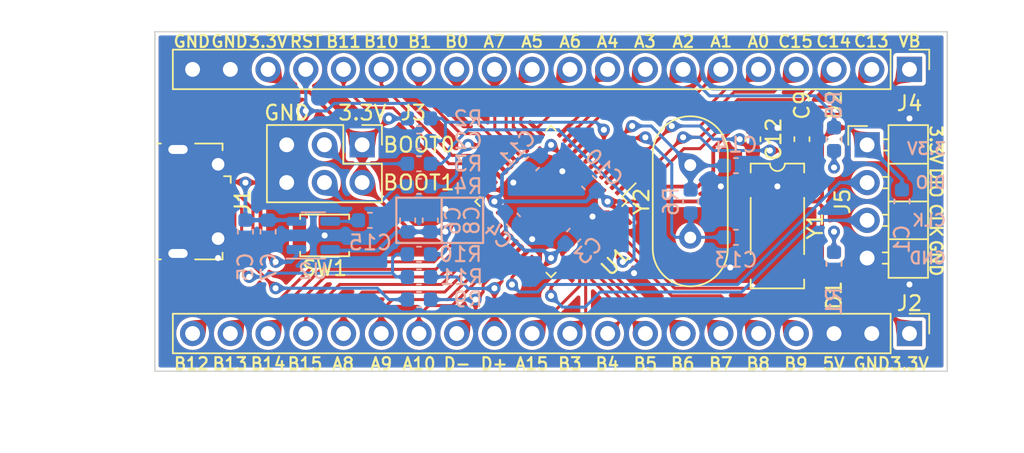
<source format=kicad_pcb>
(kicad_pcb (version 20211014) (generator pcbnew)
  (layers (0 "F.Cu" signal) (31 "B.Cu" signal) (34 "B.Paste" user) (35 "F.Paste" user) (36 "B.SilkS" user "B.Silkscreen") (37 "F.SilkS" user "F.Silkscreen") (38 "B.Mask" user) (39 "F.Mask" user) (44 "Edge.Cuts" user))
  (net 0 "")
  (net 1 "/PA15")
  (net 2 "+5V")
  (net 3 "/PB9")
  (net 4 "/PB8")
  (net 5 "/PB7")
  (net 6 "/PB6")
  (net 7 "/PB5")
  (net 8 "/PB4")
  (net 9 "/PB3")
  (net 10 "/PA10")
  (net 11 "/PA9")
  (net 12 "/PA8")
  (net 13 "/PB15")
  (net 14 "/PB14")
  (net 15 "/PB13")
  (net 16 "/PB12")
  (net 17 "/D+")
  (net 18 "/D-")
  (net 19 "GND")
  (net 20 "Net-(J1-Pad2)")
  (net 21 "Net-(J1-Pad3)")
  (net 23 "/PC14")
  (net 24 "/PC15")
  (net 25 "/OSCIN")
  (net 26 "/OSCOUT")
  (net 27 "+3V3")
  (net 28 "/RESET")
  (net 29 "Net-(D1-Pad1)")
  (net 30 "Net-(D2-Pad1)")
  (net 31 "Net-(J3-Pad3)")
  (net 32 "Net-(J3-Pad4)")
  (net 33 "+BATT")
  (net 34 "/PC13")
  (net 35 "/PA0")
  (net 36 "/PA1")
  (net 37 "/PA2")
  (net 38 "/PA3")
  (net 39 "/PA4")
  (net 40 "/PA6")
  (net 41 "/PA5")
  (net 42 "/PA7")
  (net 43 "/PB0")
  (net 44 "/PB1")
  (net 45 "/PB10")
  (net 46 "/PB11")
  (net 47 "/BOOT0")
  (net 48 "/BOOT1")
  (net 49 "Net-(C15-Pad1)")
  (net 50 "/SWDIO")
  (net 51 "/SWDCLK")
  (footprint "Crystal:Crystal_HC49-4H_Vertical" (layer "F.Cu") (at 102.0826 87.72 -90)
    (fp_text reference "Y2")
    (fp_text value "8MHZ")
  )
  (footprint "Capacitor_SMD:C_0603_1608Metric" (layer "F.Cu") (at 111.76 85.979 90)
    (fp_text reference "D2")
    (fp_text value "LED")
  )
  (footprint "Connector_PinHeader_2.54mm:PinHeader_1x20_P2.54mm_Vertical" (layer "F.Cu") (at 116.84 81.28 -90)
    (fp_text reference "J4")
    (fp_text value "Conn_01x20")
  )
  (footprint "Capacitor_SMD:C_0603_1608Metric" (layer "F.Cu") (at 111.76 94.361 -90)
    (fp_text reference "D1")
    (fp_text value "LED")
  )
  (footprint "Capacitor_SMD:C_0603_1608Metric" (layer "F.Cu") (at 109.6 85.979 -90)
    (fp_text reference "C9")
    (fp_text value "20pF")
  )
  (footprint "Connector_PinHeader_2.54mm:PinHeader_2x03_P2.54mm_Vertical" (layer "F.Cu") (at 79.995 86.355 -90)
    (fp_text reference "J3")
    (fp_text value "Conn_02x03_Odd_Even")
  )
  (footprint "Package_QFP:LQFP-48_7x7mm_P0.5mm" (layer "F.Cu") (at 92.71 90.17 -135)
    (fp_text reference "U1")
    (fp_text value "STM32F103C8Tx")
  )
  (footprint "Crystal:Crystal_SMD_SeikoEpson_MC306-4Pin_8.0x3.2mm" (layer "F.Cu") (at 107.95 91.821 -90)
    (fp_text reference "Y1")
    (fp_text value "Crystal_GND24_Small")
  )
  (footprint "Connector_PinHeader_2.54mm:PinHeader_1x04_P2.54mm_Horizontal" (layer "F.Cu") (at 113.989 86.36)
    (fp_text reference "J5")
    (fp_text value "Conn_01x04")
  )
  (footprint "Button_Switch_SMD:SW_SPST_B3U-1000P" (layer "F.Cu") (at 77.47 92.456 180)
    (fp_text reference "SW1")
    (fp_text value "SW_Push")
  )
  (footprint "Capacitor_SMD:C_0603_1608Metric" (layer "F.Cu") (at 106.299 85.979 90)
    (fp_text reference "C12")
    (fp_text value "20pF")
  )
  (footprint "Connector_USB:USB_Micro-B_Molex-105017-0001" (layer "F.Cu") (at 68.834 90.17 -90)
    (fp_text reference "J1")
    (fp_text value "USB_B_Micro")
  )
  (footprint "Connector_PinHeader_2.54mm:PinHeader_1x20_P2.54mm_Vertical" (layer "F.Cu") (at 116.84 99.06 -90)
    (fp_text reference "J2")
    (fp_text value "Conn_01x20")
  )
  (footprint "Capacitor_SMD:C_0603_1608Metric" (layer "B.Cu") (at 105.156 87.757 180)
    (fp_text reference "C14")
    (fp_text value "20pF")
  )
  (footprint "Capacitor_SMD:C_0603_1608Metric" (layer "B.Cu") (at 111.76 85.979 -90)
    (fp_text reference "R5")
    (fp_text value "510R")
  )
  (footprint "Capacitor_SMD:C_0603_1608Metric" (layer "B.Cu") (at 84.582 91.44 90)
    (fp_text reference "C8")
    (fp_text value "0.1uF")
  )
  (footprint "Package_TO_SOT_SMD:SOT-23-5" (layer "B.Cu") (at 76.708 92.456)
    (fp_text reference "U2")
    (fp_text value "RT9193-33")
  )
  (footprint "Capacitor_SMD:C_0603_1608Metric" (layer "B.Cu") (at 90.17 91.44 -45)
    (fp_text reference "C4")
    (fp_text value "0.1uF")
  )
  (footprint "Capacitor_SMD:C_0603_1608Metric" (layer "B.Cu") (at 111.76 94.361 90)
    (fp_text reference "R1")
    (fp_text value "510R")
  )
  (footprint "Capacitor_SMD:C_0603_1608Metric" (layer "B.Cu") (at 83.82 95.25)
    (fp_text reference "R11")
    (fp_text value "20R")
  )
  (footprint "Capacitor_SMD:C_0603_1608Metric" (layer "B.Cu") (at 73.66 92.202 -90)
    (fp_text reference "C7")
    (fp_text value "0.1uF")
  )
  (footprint "Capacitor_SMD:C_0603_1608Metric" (layer "B.Cu") (at 116.332 90.17 -90)
    (fp_text reference "C1")
    (fp_text value "0.1uF")
  )
  (footprint "Capacitor_SMD:C_0603_1608Metric" (layer "B.Cu") (at 83.82 93.726 180)
    (fp_text reference "R10")
    (fp_text value "1k5")
  )
  (footprint "Capacitor_SMD:C_0603_1608Metric" (layer "B.Cu") (at 72.136 92.202 90)
    (fp_text reference "C5")
    (fp_text value "1uF")
  )
  (footprint "Capacitor_SMD:C_0603_1608Metric" (layer "B.Cu") (at 80.518 91.44)
    (fp_text reference "C15")
    (fp_text value "22nF")
  )
  (footprint "Capacitor_SMD:C_0603_1608Metric" (layer "B.Cu") (at 83.82 96.774)
    (fp_text reference "R9")
    (fp_text value "20R")
  )
  (footprint "Capacitor_SMD:C_0603_1608Metric" (layer "B.Cu") (at 83.82 87.63 180)
    (fp_text reference "R3")
    (fp_text value "100k")
  )
  (footprint "Capacitor_SMD:C_0603_1608Metric" (layer "B.Cu") (at 94.234 92.456 45)
    (fp_text reference "C3")
    (fp_text value "0.1uF")
  )
  (footprint "Capacitor_SMD:C_0603_1608Metric" (layer "B.Cu") (at 83.82 86.106 180)
    (fp_text reference "C2")
    (fp_text value "1uF")
  )
  (footprint "Capacitor_SMD:C_0603_1608Metric" (layer "B.Cu") (at 83.82 84.582)
    (fp_text reference "R2")
    (fp_text value "10k")
  )
  (footprint "Capacitor_SMD:C_0603_1608Metric" (layer "B.Cu") (at 83.058 91.44 90)
    (fp_text reference "C6")
    (fp_text value "10uF")
  )
  (footprint "Capacitor_SMD:C_0603_1608Metric" (layer "B.Cu") (at 95.25 88.9 135)
    (fp_text reference "C10")
    (fp_text value "0.1uF")
  )
  (footprint "Capacitor_SMD:C_0603_1608Metric" (layer "B.Cu") (at 105.156 92.583 180)
    (fp_text reference "C13")
    (fp_text value "20pF")
  )
  (footprint "Capacitor_SMD:C_0603_1608Metric" (layer "B.Cu") (at 102.108 90.17 90)
    (fp_text reference "R6")
    (fp_text value "1M")
  )
  (footprint "Capacitor_SMD:C_0603_1608Metric" (layer "B.Cu") (at 83.82 89.154)
    (fp_text reference "R4")
    (fp_text value "100k")
  )
  (footprint "Capacitor_SMD:C_0603_1608Metric" (layer "B.Cu") (at 91.44 87.63 -135)
    (fp_text reference "C11")
    (fp_text value "0.1uF")
  )
  (gr_rect (start 82.296 89.916) (end 85.344 92.964) (layer "B.SilkS") (width 0.15) (fill none))
  (gr_rect (start 85.344 89.916) (end 88.138 92.964) (layer "B.SilkS") (width 0.15) (fill none))
  (gr_line (start 66.04 101.6) (end 119.38 101.6) (layer "Edge.Cuts") (width 0.1))
  (gr_line (start 66.04 78.74) (end 66.04 101.6) (layer "Edge.Cuts") (width 0.1))
  (gr_line (start 119.38 78.74) (end 66.04 78.74) (layer "Edge.Cuts") (width 0.1))
  (gr_line (start 119.38 101.6) (end 119.38 78.74) (layer "Edge.Cuts") (width 0.1))
  (gr_text "DIO" (at 119.38 88.9) (layer "B.SilkS") (effects (font (size 0.8 0.8)) (justify left mirror)))
  (gr_text "GND" (at 119.38 93.98) (layer "B.SilkS") (effects (font (size 0.8 0.8)) (justify left mirror)))
  (gr_text "3.3V\n" (at 119.38 86.614) (layer "B.SilkS") (effects (font (size 0.8 0.8)) (justify left mirror)))
  (gr_text "CLK" (at 119.38 91.44) (layer "B.SilkS") (effects (font (size 0.8 0.8)) (justify left mirror)))
  (gr_text "5V\n" (at 111.7346 101.092) (layer "F.SilkS") (effects (font (size 0.8 0.8))))
  (gr_text "C14\n" (at 111.7346 79.375) (layer "F.SilkS") (effects (font (size 0.8 0.8))))
  (gr_text "B8" (at 106.6546 101.092) (layer "F.SilkS") (effects (font (size 0.8 0.8))))
  (gr_text "BOOT1" (at 83.82 88.9) (layer "F.SilkS") (effects (font (size 1 1))))
  (gr_text "DIO" (at 118.618 88.9 270) (layer "F.SilkS") (effects (font (size 0.8 0.8))))
  (gr_text "RST" (at 76.2254 79.4004) (layer "F.SilkS") (effects (font (size 0.8 0.8))))
  (gr_text "B12\n" (at 68.5038 101.092) (layer "F.SilkS") (effects (font (size 0.8 0.8))))
  (gr_text "B3\n" (at 93.98 101.092) (layer "F.SilkS") (effects (font (size 0.8 0.8))))
  (gr_text "GND" (at 71.0692 79.4004) (layer "F.SilkS") (effects (font (size 0.8 0.8))))
  (gr_text "B1" (at 83.8708 79.4004) (layer "F.SilkS") (effects (font (size 0.8 0.8))))
  (gr_text "A2\n" (at 101.6254 79.4004) (layer "F.SilkS") (effects (font (size 0.8 0.8))))
  (gr_text "C13" (at 114.2746 79.375) (layer "F.SilkS") (effects (font (size 0.8 0.8))))
  (gr_text "B11\n" (at 78.74 79.4004) (layer "F.SilkS") (effects (font (size 0.8 0.8))))
  (gr_text "B9" (at 109.1946 101.092) (layer "F.SilkS") (effects (font (size 0.8 0.8))))
  (gr_text "B7" (at 104.14 101.092) (layer "F.SilkS") (effects (font (size 0.8 0.8))))
  (gr_text "B14" (at 73.66 101.092) (layer "F.SilkS") (effects (font (size 0.8 0.8))))
  (gr_text "A0" (at 106.68 79.4004) (layer "F.SilkS") (effects (font (size 0.8 0.8))))
  (gr_text "B5" (at 99.06 101.092) (layer "F.SilkS") (effects (font (size 0.8 0.8))))
  (gr_text "D-" (at 86.3854 101.092) (layer "F.SilkS") (effects (font (size 0.8 0.8))))
  (gr_text "D+\n" (at 88.8746 101.092) (layer "F.SilkS") (effects (font (size 0.8 0.8))))
  (gr_text "A4" (at 96.52 79.4004) (layer "F.SilkS") (effects (font (size 0.8 0.8))))
  (gr_text "A1" (at 104.1654 79.375) (layer "F.SilkS") (effects (font (size 0.8 0.8))))
  (gr_text "BOOT0" (at 83.82 86.36) (layer "F.SilkS") (effects (font (size 1 1))))
  (gr_text "A10\n" (at 83.82 101.092) (layer "F.SilkS") (effects (font (size 0.8 0.8))))
  (gr_text "GND" (at 118.618 93.98 270) (layer "F.SilkS") (effects (font (size 0.8 0.8))))
  (gr_text "GND\n" (at 68.5292 79.4004) (layer "F.SilkS") (effects (font (size 0.8 0.8))))
  (gr_text "B6\n" (at 101.5746 101.092) (layer "F.SilkS") (effects (font (size 0.8 0.8))))
  (gr_text "B10\n" (at 81.28 79.4004) (layer "F.SilkS") (effects (font (size 0.8 0.8))))
  (gr_text "B4\n" (at 96.4946 101.092) (layer "F.SilkS") (effects (font (size 0.8 0.8))))
  (gr_text "B15" (at 76.1492 101.092) (layer "F.SilkS") (effects (font (size 0.8 0.8))))
  (gr_text "3.3V\n" (at 73.66 79.4004) (layer "F.SilkS") (effects (font (size 0.8 0.8))))
  (gr_text "A9" (at 81.28 101.092) (layer "F.SilkS") (effects (font (size 0.8 0.8))))
  (gr_text "GND" (at 74.93 84.201) (layer "F.SilkS") (effects (font (size 1 1))))
  (gr_text "A15" (at 91.4146 101.092) (layer "F.SilkS") (effects (font (size 0.8 0.8))))
  (gr_text "A8" (at 78.7146 101.092) (layer "F.SilkS") (effects (font (size 0.8 0.8))))
  (gr_text "GND" (at 114.3 101.092) (layer "F.SilkS") (effects (font (size 0.8 0.8))))
  (gr_text "B0\n" (at 86.36 79.4004) (layer "F.SilkS") (effects (font (size 0.8 0.8))))
  (gr_text "C15" (at 109.1692 79.4004) (layer "F.SilkS") (effects (font (size 0.8 0.8))))
  (gr_text "A5\n" (at 91.44 79.4004) (layer "F.SilkS") (effects (font (size 0.8 0.8))))
  (gr_text "CLK" (at 118.618 91.44 270) (layer "F.SilkS") (effects (font (size 0.8 0.8))))
  (gr_text "A7\n" (at 88.9 79.4004) (layer "F.SilkS") (effects (font (size 0.8 0.8))))
  (gr_text "3.3V\n" (at 80.01 84.201) (layer "F.SilkS") (effects (font (size 1 1))))
  (gr_text "B13\n" (at 71.0946 101.092) (layer "F.SilkS") (effects (font (size 0.8 0.8))))
  (gr_text "A6" (at 94.0054 79.4004) (layer "F.SilkS") (effects (font (size 0.8 0.8))))
  (gr_text "3.3V\n" (at 116.84 101.092) (layer "F.SilkS") (effects (font (size 0.8 0.8))))
  (gr_text "A3" (at 99.0346 79.4004) (layer "F.SilkS") (effects (font (size 0.8 0.8))))
  (gr_text "3.3V\n" (at 118.618 86.36 270) (layer "F.SilkS") (effects (font (size 0.8 0.8))))
  (gr_text "VB" (at 116.84 79.375) (layer "F.SilkS") (effects (font (size 0.7968 0.7968))))
  (segment (start 94.634998 95.276978) (end 94.062342 94.704322) (width 0.2032) (layer "F.Cu") (net 1))
  (segment (start 94.634998 95.865002) (end 94.634998 95.276978) (width 0.2032) (layer "F.Cu") (net 1))
  (segment (start 91.44 99.06) (end 94.634998 95.865002) (width 0.2032) (layer "F.Cu") (net 1))
  (segment (start 72.099678 88.863678) (end 70.293992 88.863678) (width 0.254) (layer "F.Cu") (net 2))
  (segment (start 73.152 89.154) (end 72.898 88.9) (width 0.254) (layer "F.Cu") (net 2))
  (segment (start 73.152 93.218) (end 73.152 89.154) (width 0.254) (layer "F.Cu") (net 2))
  (segment (start 72.136 88.9) (end 72.099678 88.863678) (width 0.254) (layer "F.Cu") (net 2))
  (segment (start 72.898 88.9) (end 72.136 88.9) (width 0.254) (layer "F.Cu") (net 2))
  (segment (start 74.168 94.234) (end 73.152 93.218) (width 0.254) (layer "F.Cu") (net 2))
  (via (at 74.168 94.234) (size 0.8128) (drill 0.4064) (layers "F.Cu" "B.Cu") (net 2))
  (via (at 72.136 88.9) (size 0.8128) (drill 0.4064) (layers "F.Cu" "B.Cu") (net 2))
  (segment (start 73.66 91.427) (end 75.4915 91.427) (width 0.254) (layer "B.Cu") (net 2))
  (segment (start 75.184 94.234) (end 75.5705 93.8475) (width 0.254) (layer "B.Cu") (net 2))
  (segment (start 72.136 88.9) (end 72.136 91.681) (width 0.254) (layer "B.Cu") (net 2))
  (segment (start 72.136 91.427) (end 73.66 91.427) (width 0.254) (layer "B.Cu") (net 2))
  (segment (start 75.5705 93.8475) (end 75.5705 93.406) (width 0.254) (layer "B.Cu") (net 2))
  (segment (start 74.168 94.234) (end 75.184 94.234) (width 0.254) (layer "B.Cu") (net 2))
  (segment (start 106.172 96.012) (end 101.026874 96.012) (width 0.2032) (layer "F.Cu") (net 3))
  (segment (start 106.172 96.012) (end 109.22 99.06) (width 0.2032) (layer "F.Cu") (net 3))
  (segment (start 101.026874 96.012) (end 96.890769 91.875895) (width 0.2032) (layer "F.Cu") (net 3))
  (segment (start 96.537215 92.229449) (end 100.827766 96.52) (width 0.2032) (layer "F.Cu") (net 4))
  (segment (start 104.14 96.52) (end 106.68 99.06) (width 0.2032) (layer "F.Cu") (net 4))
  (segment (start 100.827764 96.52) (end 104.14 96.52) (width 0.2032) (layer "F.Cu") (net 4))
  (segment (start 98.872065 97.028) (end 102.108 97.028) (width 0.2032) (layer "F.Cu") (net 5))
  (segment (start 96.688264 94.844206) (end 98.872058 97.028) (width 0.2032) (layer "F.Cu") (net 5))
  (segment (start 95.830109 92.936555) (end 96.688264 93.79471) (width 0.2032) (layer "F.Cu") (net 5))
  (segment (start 96.688264 93.79471) (end 96.688264 94.844206) (width 0.2032) (layer "F.Cu") (net 5))
  (segment (start 102.108 97.028) (end 104.14 99.06) (width 0.2032) (layer "F.Cu") (net 5))
  (segment (start 100.076 97.536) (end 101.6 99.06) (width 0.2032) (layer "F.Cu") (net 6))
  (segment (start 96.258678 94.072232) (end 95.476555 93.290109) (width 0.2032) (layer "F.Cu") (net 6))
  (segment (start 96.258678 94.988678) (end 96.258678 94.072232) (width 0.2032) (layer "F.Cu") (net 6))
  (segment (start 98.806 97.536) (end 96.258678 94.988678) (width 0.2032) (layer "F.Cu") (net 6))
  (segment (start 98.806 97.536) (end 100.076 97.536) (width 0.2032) (layer "F.Cu") (net 6))
  (segment (start 95.852758 95.152146) (end 95.852758 94.373418) (width 0.2032) (layer "F.Cu") (net 7))
  (segment (start 98.044 98.044) (end 98.044 97.343388) (width 0.2032) (layer "F.Cu") (net 7))
  (segment (start 99.06 99.06) (end 98.044 98.044) (width 0.2032) (layer "F.Cu") (net 7))
  (segment (start 98.044 97.343388) (end 95.852758 95.152146) (width 0.2032) (layer "F.Cu") (net 7))
  (segment (start 95.852758 94.373418) (end 95.123002 93.643662) (width 0.2032) (layer "F.Cu") (net 7))
  (segment (start 95.446838 94.674604) (end 94.769449 93.997215) (width 0.2032) (layer "F.Cu") (net 8))
  (segment (start 97.282 97.282) (end 95.446838 95.446838) (width 0.2032) (layer "F.Cu") (net 8))
  (segment (start 96.52 99.06) (end 97.282 98.298) (width 0.2032) (layer "F.Cu") (net 8))
  (segment (start 97.282 98.298) (end 97.282 97.282) (width 0.2032) (layer "F.Cu") (net 8))
  (segment (start 95.446838 95.446838) (end 95.446838 94.674604) (width 0.2032) (layer "F.Cu") (net 8))
  (segment (start 93.98 99.06) (end 95.040918 97.999082) (width 0.2032) (layer "F.Cu") (net 9))
  (segment (start 95.040918 94.975792) (end 94.415895 94.350769) (width 0.2032) (layer "F.Cu") (net 9))
  (segment (start 95.040918 97.999082) (end 95.040918 94.975792) (width 0.2032) (layer "F.Cu") (net 9))
  (segment (start 83.82 99.06) (end 83.82 97.8408) (width 0.2032) (layer "F.Cu") (net 10))
  (segment (start 86.053634 97.17992) (end 89.943445 93.290109) (width 0.2032) (layer "F.Cu") (net 10))
  (segment (start 84.48088 97.17992) (end 86.053634 97.17992) (width 0.2032) (layer "F.Cu") (net 10))
  (segment (start 83.82 97.8408) (end 84.48088 97.17992) (width 0.2032) (layer "F.Cu") (net 10))
  (segment (start 82.042 96.774) (end 85.752446 96.774) (width 0.2032) (layer "F.Cu") (net 11))
  (segment (start 81.28 99.06) (end 81.28 97.536) (width 0.2032) (layer "F.Cu") (net 11))
  (segment (start 85.752446 96.774) (end 89.589891 92.936555) (width 0.2032) (layer "F.Cu") (net 11))
  (segment (start 81.28 97.536) (end 82.042 96.774) (width 0.2032) (layer "F.Cu") (net 11))
  (segment (start 78.74 97.536) (end 80.01 96.266) (width 0.2032) (layer "F.Cu") (net 12))
  (segment (start 78.74 99.06) (end 78.74 97.536) (width 0.2032) (layer "F.Cu") (net 12))
  (segment (start 80.01 96.266) (end 85.553347 96.266) (width 0.2032) (layer "F.Cu") (net 12))
  (segment (start 85.55334 96.266) (end 89.236338 92.583002) (width 0.2032) (layer "F.Cu") (net 12))
  (segment (start 85.354234 95.758) (end 88.882785 92.229449) (width 0.2032) (layer "F.Cu") (net 13))
  (segment (start 78.486 95.758) (end 85.354236 95.758) (width 0.2032) (layer "F.Cu") (net 13))
  (segment (start 76.2 98.044) (end 78.486 95.758) (width 0.2032) (layer "F.Cu") (net 13))
  (segment (start 76.2 99.06) (end 76.2 98.044) (width 0.2032) (layer "F.Cu") (net 13))
  (segment (start 77.47 95.25) (end 73.66 99.06) (width 0.2032) (layer "F.Cu") (net 14))
  (segment (start 88.521728 91.948) (end 85.219728 95.25) (width 0.2032) (layer "F.Cu") (net 14))
  (segment (start 85.219718 95.25) (end 77.47 95.25) (width 0.2032) (layer "F.Cu") (net 14))
  (segment (start 74.168 97.79) (end 77.216 94.742) (width 0.2032) (layer "F.Cu") (net 15))
  (segment (start 71.12 99.06) (end 72.39 97.79) (width 0.2032) (layer "F.Cu") (net 15))
  (segment (start 72.39 97.79) (end 74.168 97.79) (width 0.2032) (layer "F.Cu") (net 15))
  (segment (start 77.216 94.742) (end 84.95602 94.742) (width 0.2032) (layer "F.Cu") (net 15))
  (segment (start 84.95602 94.742) (end 88.175678 91.522342) (width 0.2032) (layer "F.Cu") (net 15))
  (segment (start 84.836 94.234) (end 76.962 94.234) (width 0.2032) (layer "F.Cu") (net 16))
  (segment (start 74.422 96.774) (end 70.866 96.774) (width 0.2032) (layer "F.Cu") (net 16))
  (segment (start 87.274867 91.795133) (end 84.836 94.234) (width 0.2032) (layer "F.Cu") (net 16))
  (segment (start 70.866 96.774) (end 68.58 99.06) (width 0.2032) (layer "F.Cu") (net 16))
  (segment (start 87.822124 91.168788) (end 87.274867 91.716045) (width 0.2032) (layer "F.Cu") (net 16))
  (segment (start 87.274867 91.716045) (end 87.274867 91.795133) (width 0.2032) (layer "F.Cu") (net 16))
  (segment (start 76.962 94.234) (end 74.422 96.774) (width 0.2032) (layer "F.Cu") (net 16))
  (segment (start 88.9 96.045742) (end 88.9 99.06) (width 0.2032) (layer "F.Cu") (net 17))
  (segment (start 89.408 95.239766) (end 90.650551 93.997215) (width 0.2032) (layer "F.Cu") (net 17))
  (segment (start 89.408 95.537742) (end 89.408 95.239766) (width 0.2032) (layer "F.Cu") (net 17))
  (segment (start 88.916871 96.028871) (end 89.408 95.537742) (width 0.2032) (layer "F.Cu") (net 17))
  (via (at 88.9 96.012) (size 0.8128) (drill 0.4064) (layers "F.Cu" "B.Cu") (net 17))
  (segment (start 88.916871 96.028871) (end 87.138871 96.028871) (width 0.2032) (layer "B.Cu") (net 17))
  (segment (start 86.36 95.25) (end 84.468 95.25) (width 0.2032) (layer "B.Cu") (net 17))
  (segment (start 87.138871 96.028871) (end 86.36 95.25) (width 0.2032) (layer "B.Cu") (net 17))
  (segment (start 87.63 97.79) (end 87.63 96.774) (width 0.2032) (layer "F.Cu") (net 18))
  (segment (start 86.36 99.06) (end 87.63 97.79) (width 0.2032) (layer "F.Cu") (net 18))
  (segment (start 88.138 96.266) (end 88.138 95.773572) (width 0.2032) (layer "F.Cu") (net 18))
  (segment (start 88.138 95.773572) (end 90.267919 93.643653) (width 0.2032) (layer "F.Cu") (net 18))
  (segment (start 87.63 96.774) (end 88.138 96.266) (width 0.2032) (layer "F.Cu") (net 18))
  (via (at 87.63 96.774) (size 0.8128) (drill 0.4064) (layers "F.Cu" "B.Cu") (net 18))
  (segment (start 87.63 96.774) (end 84.468 96.774) (width 0.2032) (layer "B.Cu") (net 18))
  (segment (start 68.818 91.17) (end 69.118 91.47) (width 0.254) (layer "F.Cu") (net 19))
  (segment (start 69.2965 86.67) (end 70.2965 87.67) (width 0.254) (layer "F.Cu") (net 19))
  (segment (start 67.5965 91.17) (end 68.818 91.17) (width 0.254) (layer "F.Cu") (net 19))
  (segment (start 67.5965 86.67) (end 69.2965 86.67) (width 0.254) (layer "F.Cu") (net 19))
  (segment (start 95.504 91.186) (end 94.234 91.186) (width 0.254) (layer "F.Cu") (net 19))
  (segment (start 69.118 91.47) (end 70.2965 91.47) (width 0.254) (layer "F.Cu") (net 19))
  (segment (start 96.211409 90.877409) (end 96.599389 90.877409) (width 0.2032) (layer "F.Cu") (net 19))
  (segment (start 85.598 90.678) (end 85.598 89.789) (width 0.254) (layer "F.Cu") (net 19))
  (segment (start 68.58 81.28) (end 71.12 81.28) (width 0.254) (layer "F.Cu") (net 19))
  (segment (start 93.472 88.138) (end 96.211409 90.877409) (width 0.2032) (layer "F.Cu") (net 19))
  (segment (start 106.636 94.571) (end 109.093 97.028) (width 0.254) (layer "F.Cu") (net 19))
  (segment (start 87.62843 88.27041) (end 88.175673 88.817653) (width 0.254) (layer "F.Cu") (net 19))
  (segment (start 67.5965 93.67) (end 67.5965 86.757498) (width 0.254) (layer "F.Cu") (net 19))
  (segment (start 94.234 91.186) (end 91.977191 93.442809) (width 0.254) (layer "F.Cu") (net 19))
  (segment (start 71.12 81.28) (end 74.915 85.075) (width 0.254) (layer "F.Cu") (net 19))
  (segment (start 67.5965 86.67) (end 67.5965 82.2635) (width 0.254) (layer "F.Cu") (net 19))
  (segment (start 96.599389 90.877409) (end 97.244322 91.522342) (width 0.2032) (layer "F.Cu") (net 19))
  (segment (start 91.977191 94.084789) (end 91.357658 94.704322) (width 0.254) (layer "F.Cu") (net 19))
  (segment (start 88.175678 88.817658) (end 88.745033 89.387013) (width 0.254) (layer "F.Cu") (net 19))
  (segment (start 77.47 92.456) (end 79.17 92.456) (width 0.254) (layer "F.Cu") (net 19))
  (segment (start 87.49602 88.138) (end 88.175678 88.817658) (width 0.254) (layer "F.Cu") (net 19))
  (segment (start 87.249 88.138) (end 87.49602 88.138) (width 0.254) (layer "F.Cu") (net 19))
  (segment (start 91.44 91.44) (end 91.44 92.71) (width 0.254) (layer "F.Cu") (net 19))
  (segment (start 109.093 97.028) (end 109.728 97.028) (width 0.254) (layer "F.Cu") (net 19))
  (segment (start 109.728 97.028) (end 111.76 99.06) (width 0.254) (layer "F.Cu") (net 19))
  (segment (start 67.5965 82.2635) (end 68.58 81.28) (width 0.254) (layer "F.Cu") (net 19))
  (segment (start 74.915 86.355) (end 74.915 88.895) (width 0.254) (layer "F.Cu") (net 19))
  (segment (start 100.33698 94.615) (end 106.306 94.615) (width 0.254) (layer "F.Cu") (net 19))
  (segment (start 70.2945 93.98) (end 70.2945 92.672) (width 0.254) (layer "F.Cu") (net 19))
  (segment (start 85.598 89.789) (end 87.249 88.138) (width 0.254) (layer "F.Cu") (net 19))
  (segment (start 93.472 88.138) (end 94.034582 87.575418) (width 0.254) (layer "F.Cu") (net 19))
  (segment (start 94.034582 87.575418) (end 94.243922 87.575418) (width 0.254) (layer "F.Cu") (net 19))
  (segment (start 94.243922 87.575418) (end 95.123002 86.696338) (width 0.254) (layer "F.Cu") (net 19))
  (segment (start 89.387013 89.387013) (end 91.44 91.44) (width 0.254) (layer "F.Cu") (net 19))
  (segment (start 97.244322 91.522342) (end 100.33698 94.615) (width 0.254) (layer "F.Cu") (net 19))
  (segment (start 88.745033 89.387013) (end 89.387013 89.387013) (width 0.254) (layer "F.Cu") (net 19))
  (segment (start 74.915 85.075) (end 74.915 86.355) (width 0.254) (layer "F.Cu") (net 19))
  (segment (start 91.977191 93.442809) (end 91.977191 94.084789) (width 0.254) (layer "F.Cu") (net 19))
  (segment (start 106.307 85.217) (end 109.592 85.217) (width 0.254) (layer "F.Cu") (net 19))
  (via (at 107.95 89.154) (size 0.8128) (drill 0.4064) (layers "F.Cu" "B.Cu") (net 19))
  (via (at 93.472 88.138) (size 0.8128) (drill 0.4064) (layers "F.Cu" "B.Cu") (net 19))
  (via (at 104.14 89.154) (size 0.8128) (drill 0.4064) (layers "F.Cu" "B.Cu") (net 19))
  (via (at 104.775 94.615) (size 0.8128) (drill 0.4064) (layers "F.Cu" "B.Cu") (net 19))
  (via (at 107.95 85.217) (size 0.8128) (drill 0.4064) (layers "F.Cu" "B.Cu") (net 19))
  (via (at 116.84 95.758) (size 0.8128) (drill 0.4064) (layers "F.Cu" "B.Cu") (net 19))
  (via (at 70.2945 93.98) (size 0.8128) (drill 0.4064) (layers "F.Cu" "B.Cu") (net 19))
  (via (at 85.598 90.678) (size 0.8128) (drill 0.4064) (layers "F.Cu" "B.Cu") (net 19))
  (via (at 77.47 92.456) (size 0.8128) (drill 0.4064) (layers "F.Cu" "B.Cu") (net 19))
  (via (at 90.17 88.9) (size 0.8128) (drill 0.4064) (layers "F.Cu" "B.Cu") (net 19))
  (via (at 95.504 91.186) (size 0.8128) (drill 0.4064) (layers "F.Cu" "B.Cu") (net 19))
  (via (at 91.44 92.71) (size 0.8128) (drill 0.4064) (layers "F.Cu" "B.Cu") (net 19))
  (via (at 116.84 84.582) (size 0.8128) (drill 0.4064) (layers "F.Cu" "B.Cu") (net 19))
  (via (at 98.298 94.996) (size 0.8128) (drill 0.4064) (layers "F.Cu" "B.Cu") (net 19))
  (segment (start 70.2945 93.98) (end 71.882 93.98) (width 0.254) (layer "B.Cu") (net 19))
  (segment (start 112.916 93.98) (end 111.76 95.136) (width 0.254) (layer "B.Cu") (net 19))
  (segment (start 93.472 88.138) (end 93.431992 88.178008) (width 0.254) (layer "B.Cu") (net 19))
  (segment (start 93.431992 88.178008) (end 90.891992 88.178008) (width 0.254) (layer "B.Cu") (net 19))
  (segment (start 90.17 88.9) (end 90.891992 88.178008) (width 0.254) (layer "B.Cu") (net 19))
  (segment (start 105.931 87.757) (end 107.569 87.757) (width 0.254) (layer "B.Cu") (net 19))
  (segment (start 113.989 93.98) (end 116.332 91.637) (width 0.254) (layer "B.Cu") (net 19))
  (segment (start 105.931 93.459) (end 105.931 92.456) (width 0.254) (layer "B.Cu") (net 19))
  (segment (start 72.136 93.726) (end 72.136 92.977) (width 0.254) (layer "B.Cu") (net 19))
  (segment (start 85.598 90.678) (end 85.357 90.678) (width 0.254) (layer "B.Cu") (net 19))
  (segment (start 116.332 91.637) (end 116.332 90.945) (width 0.254) (layer "B.Cu") (net 19))
  (segment (start 71.882 93.98) (end 72.136 93.726) (width 0.254) (layer "B.Cu") (net 19))
  (segment (start 83.045 86.106) (end 82.042 86.106) (width 0.254) (layer "B.Cu") (net 19))
  (segment (start 72.136 92.977) (end 73.66 92.977) (width 0.254) (layer "B.Cu") (net 19))
  (segment (start 108.174809 87.151191) (end 108.174809 86.320634) (width 0.254) (layer "B.Cu") (net 19))
  (segment (start 93.472 88.138) (end 94.488 88.138) (width 0.254) (layer "B.Cu") (net 19))
  (segment (start 81.026 85.09) (end 76.18 85.09) (width 0.254) (layer "B.Cu") (net 19))
  (segment (start 73.66 92.977) (end 74.2566 92.977) (width 0.254) (layer "B.Cu") (net 19))
  (segment (start 104.775 94.615) (end 105.931 93.459) (width 0.254) (layer "B.Cu") (net 19))
  (segment (start 85.357 90.678) (end 85.344 90.665) (width 0.254) (layer "B.Cu") (net 19))
  (segment (start 74.7776 92.456) (end 75.5705 92.456) (width 0.254) (layer "B.Cu") (net 19))
  (segment (start 80.277 92.456) (end 81.293 91.44) (width 0.254) (layer "B.Cu") (net 19))
  (segment (start 105.931005 92.456) (end 105.931005 87.63) (width 0.254) (layer "B.Cu") (net 19))
  (segment (start 91.558883 92.828883) (end 90.718008 91.988008) (width 0.254) (layer "B.Cu") (net 19))
  (segment (start 77.47 92.456) (end 80.277 92.456) (width 0.254) (layer "B.Cu") (net 19))
  (segment (start 74.2566 92.977) (end 74.7776 92.456) (width 0.254) (layer "B.Cu") (net 19))
  (segment (start 113.989 93.98) (end 112.916 93.98) (width 0.254) (layer "B.Cu") (net 19))
  (segment (start 107.95 86.095825) (end 107.95 85.217) (width 0.254) (layer "B.Cu") (net 19))
  (segment (start 94.782008 91.907992) (end 95.504 91.186) (width 0.254) (layer "B.Cu") (net 19))
  (segment (start 75.5705 92.456) (end 77.47 92.456) (width 0.254) (layer "B.Cu") (net 19))
  (segment (start 85.344 90.665) (end 84.582 90.665) (width 0.254) (layer "B.Cu") (net 19))
  (segment (start 82.042 86.106) (end 81.026 85.09) (width 0.254) (layer "B.Cu") (net 19))
  (segment (start 108.174809 86.320634) (end 107.95 86.095825) (width 0.254) (layer "B.Cu") (net 19))
  (segment (start 114.3 99.06) (end 111.76 99.06) (width 0.254) (layer "B.Cu") (net 19))
  (segment (start 76.18 85.09) (end 74.915 86.355) (width 0.254) (layer "B.Cu") (net 19))
  (segment (start 111.76 95.136) (end 111.76 99.06) (width 0.254) (layer "B.Cu") (net 19))
  (segment (start 82.068 90.665) (end 83.058 90.665) (width 0.254) (layer "B.Cu") (net 19))
  (segment (start 107.569 87.757) (end 108.174809 87.151191) (width 0.254) (layer "B.Cu") (net 19))
  (segment (start 81.293 91.44) (end 82.068 90.665) (width 0.254) (layer "B.Cu") (net 19))
  (segment (start 74.168 96.012) (end 72.644 94.488) (width 0.2032) (layer "F.Cu") (net 20))
  (segment (start 72.644 90.678) (end 71.485989 89.519989) (width 0.2032) (layer "F.Cu") (net 20))
  (segment (start 71.485989 89.519989) (end 70.293992 89.519989) (width 0.2032) (layer "F.Cu") (net 20))
  (segment (start 72.644 94.488) (end 72.644 90.678) (width 0.2032) (layer "F.Cu") (net 20))
  (via (at 74.168 96.012) (size 0.8128) (drill 0.4064) (layers "F.Cu" "B.Cu") (net 20))
  (segment (start 81.026 96.012) (end 81.788 96.774) (width 0.2032) (layer "B.Cu") (net 20))
  (segment (start 74.168 96.012) (end 81.026 96.012) (width 0.2032) (layer "B.Cu") (net 20))
  (segment (start 81.788 96.774) (end 83.044995 96.774) (width 0.2032) (layer "B.Cu") (net 20))
  (segment (start 71.374 90.17) (end 70.293992 90.17) (width 0.2032) (layer "F.Cu") (net 21))
  (segment (start 71.882 90.678) (end 71.374 90.17) (width 0.2032) (layer "F.Cu") (net 21))
  (segment (start 71.882 94.742) (end 71.882 90.678) (width 0.2032) (layer "F.Cu") (net 21))
  (segment (start 72.39 95.25) (end 71.882 94.742) (width 0.2032) (layer "F.Cu") (net 21))
  (via (at 72.39 95.25) (size 0.8128) (drill 0.4064) (layers "F.Cu" "B.Cu") (net 21))
  (segment (start 82.042 94.996) (end 82.296 95.25) (width 0.2032) (layer "B.Cu") (net 21))
  (segment (start 82.296 93.726) (end 82.042 93.98) (width 0.2032) (layer "B.Cu") (net 21))
  (segment (start 82.296 95.25) (end 82.918 95.25) (width 0.2032) (layer "B.Cu") (net 21))
  (segment (start 72.39 95.25) (end 73.406 95.25) (width 0.2032) (layer "B.Cu") (net 21))
  (segment (start 73.66 94.996) (end 82.042 94.996) (width 0.2032) (layer "B.Cu") (net 21))
  (segment (start 73.406 95.25) (end 73.66 94.996) (width 0.2032) (layer "B.Cu") (net 21))
  (segment (start 82.042 93.98) (end 82.042 94.996) (width 0.2032) (layer "B.Cu") (net 21))
  (segment (start 83.045 93.726) (end 82.296 93.726) (width 0.2032) (layer "B.Cu") (net 21))
  (segment (start 102.743 85.852) (end 105.283 83.312) (width 0.2032) (layer "F.Cu") (net 23))
  (segment (start 101.6 85.852) (end 102.743 85.852) (width 0.2032) (layer "F.Cu") (net 23))
  (segment (start 97.978874 87.376) (end 100.076 87.376) (width 0.2032) (layer "F.Cu") (net 23))
  (segment (start 100.076 87.376) (end 101.6 85.852) (width 0.2032) (layer "F.Cu") (net 23))
  (segment (start 107.442 86.741) (end 109.566 86.741) (width 0.2032) (layer "F.Cu") (net 23))
  (segment (start 96.890769 88.464105) (end 97.978874 87.376) (width 0.2032) (layer "F.Cu") (net 23))
  (segment (start 109.728 83.312) (end 111.76 81.28) (width 0.2032) (layer "F.Cu") (net 23))
  (segment (start 105.283 83.312) (end 109.728 83.312) (width 0.2032) (layer "F.Cu") (net 23))
  (segment (start 109.6 86.775) (end 109.6 89.2) (width 0.2032) (layer "F.Cu") (net 23))
  (via (at 101.6 85.852) (size 0.8128) (drill 0.4064) (layers "F.Cu" "B.Cu") (net 23))
  (via (at 107.442 86.741) (size 0.8128) (drill 0.4064) (layers "F.Cu" "B.Cu") (net 23))
  (segment (start 103.632 86.741) (end 107.442 86.741) (width 0.2032) (layer "B.Cu") (net 23))
  (segment (start 102.743 85.852) (end 103.632 86.741) (width 0.2032) (layer "B.Cu") (net 23))
  (segment (start 101.6 85.852) (end 102.743 85.852) (width 0.2032) (layer "B.Cu") (net 23))
  (segment (start 105.029 82.804) (end 107.696 82.804) (width 0.2032) (layer "F.Cu") (net 24))
  (segment (start 106.299 86.775) (end 106.299 89.199) (width 0.2032) (layer "F.Cu") (net 24))
  (segment (start 102.743 85.09) (end 105.029 82.804) (width 0.2032) (layer "F.Cu") (net 24))
  (segment (start 105.41 85.979) (end 106.206 86.775) (width 0.2032) (layer "F.Cu") (net 24))
  (segment (start 107.696 82.804) (end 109.22 81.28) (width 0.2032) (layer "F.Cu") (net 24))
  (segment (start 100.838 85.09) (end 102.743 85.09) (width 0.2032) (layer "F.Cu") (net 24))
  (segment (start 96.537215 88.110551) (end 98.029758 86.618008) (width 0.2032) (layer "F.Cu") (net 24))
  (segment (start 98.029758 86.618008) (end 99.309992 86.618008) (width 0.2032) (layer "F.Cu") (net 24))
  (segment (start 99.309992 86.618008) (end 100.838 85.09) (width 0.2032) (layer "F.Cu") (net 24))
  (via (at 105.41 85.979) (size 0.8128) (drill 0.4064) (layers "F.Cu" "B.Cu") (net 24))
  (via (at 100.838 85.09) (size 0.8128) (drill 0.4064) (layers "F.Cu" "B.Cu") (net 24))
  (segment (start 105.41 85.979) (end 103.632 85.979) (width 0.2032) (layer "B.Cu") (net 24))
  (segment (start 100.848918 85.09) (end 100.843459 85.095459) (width 0.2032) (layer "B.Cu") (net 24))
  (segment (start 103.632 85.979) (end 102.743 85.09) (width 0.2032) (layer "B.Cu") (net 24))
  (segment (start 102.743 85.09) (end 100.848918 85.09) (width 0.2032) (layer "B.Cu") (net 24))
  (segment (start 99.06 85.907308) (end 98.033352 85.907308) (width 0.2032) (layer "F.Cu") (net 25))
  (segment (start 98.033352 85.907308) (end 96.183662 87.756998) (width 0.2032) (layer "F.Cu") (net 25))
  (via (at 99.06 85.852) (size 0.8128) (drill 0.4064) (layers "F.Cu" "B.Cu") (net 25))
  (segment (start 99.115308 85.907308) (end 100.838 87.63) (width 0.2032) (layer "B.Cu") (net 25))
  (segment (start 100.838 92.329) (end 101.092 92.583) (width 0.2032) (layer "B.Cu") (net 25))
  (segment (start 100.838 87.63) (end 100.838 92.329) (width 0.2032) (layer "B.Cu") (net 25))
  (segment (start 101.092 92.583) (end 104.381 92.583) (width 0.2032) (layer "B.Cu") (net 25))
  (segment (start 102.108 90.945) (end 102.108 92.6) (width 0.2032) (layer "B.Cu") (net 25))
  (segment (start 98.143554 85.09) (end 95.830109 87.403445) (width 0.2032) (layer "F.Cu") (net 26))
  (segment (start 98.171 85.09) (end 98.143554 85.09) (width 0.2032) (layer "F.Cu") (net 26))
  (via (at 98.171 85.09) (size 0.8128) (drill 0.4064) (layers "F.Cu" "B.Cu") (net 26))
  (segment (start 102.108 89.395) (end 102.108 87.7454) (width 0.2032) (layer "B.Cu") (net 26))
  (segment (start 102.1726 87.757) (end 104.381 87.757) (width 0.2032) (layer "B.Cu") (net 26))
  (segment (start 99.4526 85.09) (end 102.0826 87.72) (width 0.2032) (layer "B.Cu") (net 26))
  (segment (start 98.171 85.09) (end 99.4526 85.09) (width 0.2032) (layer "B.Cu") (net 26))
  (segment (start 96.599088 90.17) (end 97.597876 91.168788) (width 0.254) (layer "F.Cu") (net 27))
  (segment (start 110.958582 90.511582) (end 110.958582 94.334582) (width 0.254) (layer "F.Cu") (net 27))
  (segment (start 75.184489 82.804489) (end 76.444489 82.804489) (width 0.254) (layer "F.Cu") (net 27))
  (segment (start 73.66 81.28) (end 75.184489 82.804489) (width 0.254) (layer "F.Cu") (net 27))
  (segment (start 110.958582 94.334582) (end 111.76 95.136) (width 0.254) (layer "F.Cu") (net 27))
  (segment (start 111.76 95.136) (end 112.916 95.136) (width 0.254) (layer "F.Cu") (net 27))
  (segment (start 112.916 95.136) (end 116.84 99.06) (width 0.254) (layer "F.Cu") (net 27))
  (segment (start 110.958582 89.827654) (end 110.616236 90.17) (width 0.254) (layer "F.Cu") (net 27))
  (segment (start 76.444489 82.804489) (end 79.995 86.355) (width 0.254) (layer "F.Cu") (net 27))
  (segment (start 111.76 85.204) (end 110.958582 86.005418) (width 0.254) (layer "F.Cu") (net 27))
  (segment (start 93.990234 87.122) (end 94.769449 86.342785) (width 0.254) (layer "F.Cu") (net 27))
  (segment (start 92.71 94.059088) (end 91.711212 95.057876) (width 0.254) (layer "F.Cu") (net 27))
  (segment (start 93.472 87.122) (end 93.990234 87.122) (width 0.254) (layer "F.Cu") (net 27))
  (segment (start 88.766726 90.115822) (end 87.822126 89.171221) (width 0.254) (layer "F.Cu") (net 27))
  (segment (start 110.617 90.17) (end 110.958582 90.511582) (width 0.254) (layer "F.Cu") (net 27))
  (segment (start 86.995 90.020668) (end 87.822124 89.193544) (width 0.254) (layer "F.Cu") (net 27))
  (segment (start 110.616236 90.17) (end 96.52 90.17) (width 0.254) (layer "F.Cu") (net 27))
  (segment (start 112.833 85.204) (end 113.989 86.36) (width 0.254) (layer "F.Cu") (net 27))
  (segment (start 79.995 86.355) (end 79.995 88.895) (width 0.254) (layer "F.Cu") (net 27))
  (segment (start 85.598 92.202) (end 86.995 90.805) (width 0.254) (layer "F.Cu") (net 27))
  (segment (start 83.301992 92.202) (end 79.994989 88.894996) (width 0.254) (layer "F.Cu") (net 27))
  (segment (start 85.598 92.202) (end 83.302 92.202) (width 0.254) (layer "F.Cu") (net 27))
  (segment (start 92.71 86.36) (end 93.472 87.122) (width 0.254) (layer "F.Cu") (net 27))
  (segment (start 111.76 85.204) (end 112.833 85.204) (width 0.254) (layer "F.Cu") (net 27))
  (segment (start 110.958582 86.005418) (end 110.958582 89.827654) (width 0.254) (layer "F.Cu") (net 27))
  (segment (start 80.015 86.355) (end 81.788 84.582) (width 0.254) (layer "F.Cu") (net 27))
  (segment (start 86.995 90.805) (end 86.995 90.020668) (width 0.254) (layer "F.Cu") (net 27))
  (via (at 92.71 93.98) (size 0.8128) (drill 0.4064) (layers "F.Cu" "B.Cu") (net 27))
  (via (at 92.71 86.36) (size 0.8128) (drill 0.4064) (layers "F.Cu" "B.Cu") (net 27))
  (via (at 85.598 92.202) (size 0.8128) (drill 0.4064) (layers "F.Cu" "B.Cu") (net 27))
  (via (at 88.9 90.17) (size 0.8128) (drill 0.4064) (layers "F.Cu" "B.Cu") (net 27))
  (via (at 96.52 90.17) (size 0.8128) (drill 0.4064) (layers "F.Cu" "B.Cu") (net 27))
  (via (at 81.788 84.582) (size 0.8128) (drill 0.4064) (layers "F.Cu" "B.Cu") (net 27))
  (segment (start 84.595 93.726) (end 85.3505 93.726) (width 0.254) (layer "B.Cu") (net 27))
  (segment (start 84.582 92.215) (end 85.585 92.215) (width 0.254) (layer "B.Cu") (net 27))
  (segment (start 90.932 93.472) (end 92.202 93.472) (width 0.254) (layer "B.Cu") (net 27))
  (segment (start 92.71 86.36) (end 91.988008 87.081992) (width 0.254) (layer "B.Cu") (net 27))
  (segment (start 89.408 89.662) (end 88.9 90.17) (width 0.254) (layer "B.Cu") (net 27))
  (segment (start 77.9115 93.472) (end 81.026 93.472) (width 0.254) (layer "B.Cu") (net 27))
  (segment (start 82.283 92.215) (end 83.058 92.215) (width 0.254) (layer "B.Cu") (net 27))
  (segment (start 95.07601 90.17) (end 95.798005 89.448005) (width 0.254) (layer "B.Cu") (net 27))
  (segment (start 83.058 92.215) (end 84.582 92.215) (width 0.254) (layer "B.Cu") (net 27))
  (segment (start 89.662 92.202) (end 90.932 93.472) (width 0.254) (layer "B.Cu") (net 27))
  (segment (start 88.9 90.17) (end 95.07601 90.17) (width 0.254) (layer "B.Cu") (net 27))
  (segment (start 89.662 90.932) (end 89.662 92.202) (width 0.254) (layer "B.Cu") (net 27))
  (segment (start 81.026 93.472) (end 82.283 92.215) (width 0.254) (layer "B.Cu") (net 27))
  (segment (start 92.202 93.472) (end 92.71 93.98) (width 0.254) (layer "B.Cu") (net 27))
  (segment (start 89.408 88.392) (end 89.408 89.662) (width 0.254) (layer "B.Cu") (net 27))
  (segment (start 91.988008 87.081992) (end 90.718008 87.081992) (width 0.254) (layer "B.Cu") (net 27))
  (segment (start 90.718008 87.081992) (end 89.408 88.392) (width 0.254) (layer "B.Cu") (net 27))
  (segment (start 92.71 93.98) (end 93.431992 93.258008) (width 0.254) (layer "B.Cu") (net 27))
  (segment (start 85.3505 93.726) (end 85.598 93.4785) (width 0.254) (layer "B.Cu") (net 27))
  (segment (start 96.562469 90.212469) (end 95.798005 89.448005) (width 0.254) (layer "B.Cu") (net 27))
  (segment (start 113.989 86.36) (end 116.332 88.703) (width 0.254) (layer "B.Cu") (net 27))
  (segment (start 85.598 93.4785) (end 85.598 92.202) (width 0.254) (layer "B.Cu") (net 27))
  (segment (start 81.788 84.582) (end 83.299 84.582) (width 0.254) (layer "B.Cu") (net 27))
  (segment (start 88.9 90.17) (end 89.621992 90.891992) (width 0.254) (layer "B.Cu") (net 27))
  (segment (start 116.332 88.703) (end 116.332 89.395) (width 0.254) (layer "B.Cu") (net 27))
  (segment (start 76.581 92.456) (end 75.77 92.456) (width 0.2032) (layer "F.Cu") (net 28))
  (segment (start 76.2 84.1756) (end 76.2 90.4748) (width 0.2032) (layer "F.Cu") (net 28))
  (segment (start 76.708 90.9828) (end 76.708 92.202) (width 0.2032) (layer "F.Cu") (net 28))
  (segment (start 76.708 92.329) (end 76.581 92.456) (width 0.2032) (layer "F.Cu") (net 28))
  (segment (start 76.2 90.4748) (end 76.708 90.9828) (width 0.2032) (layer "F.Cu") (net 28))
  (segment (start 96.266 86.260446) (end 95.476555 87.049891) (width 0.2032) (layer "F.Cu") (net 28))
  (segment (start 76.708 92.202) (end 76.708 92.329) (width 0.2032) (layer "F.Cu") (net 28))
  (segment (start 76.708 92.202) (end 76.708 92.251) (width 0.2032) (layer "F.Cu") (net 28))
  (segment (start 96.266 85.344) (end 96.266 86.260446) (width 0.2032) (layer "F.Cu") (net 28))
  (via (at 76.2 84.074) (size 0.8128) (drill 0.4064) (layers "F.Cu" "B.Cu") (net 28))
  (via (at 96.266 85.344) (size 0.8128) (drill 0.4064) (layers "F.Cu" "B.Cu") (net 28))
  (segment (start 85.598 84.836) (end 85.344 84.582) (width 0.2032) (layer "B.Cu") (net 28))
  (segment (start 85.598 84.836) (end 95.758 84.836) (width 0.2032) (layer "B.Cu") (net 28))
  (segment (start 78.110451 83.566) (end 83.579 83.566) (width 0.2032) (layer "B.Cu") (net 28))
  (segment (start 85.598 85.852) (end 85.598 84.836) (width 0.2032) (layer "B.Cu") (net 28))
  (segment (start 84.595 86.106) (end 85.344 86.106) (width 0.2032) (layer "B.Cu") (net 28))
  (segment (start 95.758 84.836) (end 96.266 85.344) (width 0.2032) (layer "B.Cu") (net 28))
  (segment (start 76.2 84.074) (end 76.2 81.28) (width 0.2032) (layer "B.Cu") (net 28))
  (segment (start 85.344 84.582) (end 84.595 84.582) (width 0.2032) (layer "B.Cu") (net 28))
  (segment (start 76.2 84.074) (end 77.602451 84.074) (width 0.2032) (layer "B.Cu") (net 28))
  (segment (start 77.602451 84.074) (end 78.110451 83.566) (width 0.2032) (layer "B.Cu") (net 28))
  (segment (start 83.579 83.566) (end 84.595 84.582) (width 0.2032) (layer "B.Cu") (net 28))
  (segment (start 85.344 86.106) (end 85.598 85.852) (width 0.2032) (layer "B.Cu") (net 28))
  (segment (start 111.76 92.202) (end 111.76 93.586) (width 0.2032) (layer "F.Cu") (net 29))
  (via (at 111.76 92.202) (size 0.8128) (drill 0.4064) (layers "F.Cu" "B.Cu") (net 29))
  (segment (start 111.76 93.586) (end 111.76 92.202) (width 0.2032) (layer "B.Cu") (net 29))
  (segment (start 111.76 86.627) (end 111.76 87.884) (width 0.2032) (layer "F.Cu") (net 30))
  (via (at 111.76 87.884) (size 0.8128) (drill 0.4064) (layers "F.Cu" "B.Cu") (net 30))
  (segment (start 111.76 86.754) (end 111.76 87.884) (width 0.2032) (layer "B.Cu") (net 30))
  (segment (start 78.73 87.63) (end 83.045 87.63) (width 0.2032) (layer "B.Cu") (net 31))
  (segment (start 77.455 86.355) (end 78.73 87.63) (width 0.2032) (layer "B.Cu") (net 31))
  (segment (start 78.73 90.17) (end 81.28 90.17) (width 0.2032) (layer "B.Cu") (net 32))
  (segment (start 81.28 90.17) (end 82.296 89.154) (width 0.2032) (layer "B.Cu") (net 32))
  (segment (start 82.296 89.154) (end 83.045 89.154) (width 0.2032) (layer "B.Cu") (net 32))
  (segment (start 77.455 88.895) (end 78.73 90.17) (width 0.2032) (layer "B.Cu") (net 32))
  (segment (start 103.632 86.58165) (end 105.88565 84.328) (width 0.254) (layer "F.Cu") (net 33))
  (segment (start 100.346408 89.170408) (end 102.599592 89.170408) (width 0.254) (layer "F.Cu") (net 33))
  (segment (start 103.632 88.138) (end 103.632 86.58165) (width 0.254) (layer "F.Cu") (net 33))
  (segment (start 113.792 84.328) (end 116.84 81.28) (width 0.254) (layer "F.Cu") (net 33))
  (segment (start 102.599592 89.170408) (end 103.632 88.138) (width 0.254) (layer "F.Cu") (net 33))
  (segment (start 97.597876 89.171212) (end 98.123088 88.646) (width 0.254) (layer "F.Cu") (net 33))
  (segment (start 98.123088 88.646) (end 99.822 88.646) (width 0.254) (layer "F.Cu") (net 33))
  (segment (start 105.88565 84.328) (end 113.792 84.328) (width 0.254) (layer "F.Cu") (net 33))
  (segment (start 99.822 88.646) (end 100.346408 89.170408) (width 0.254) (layer "F.Cu") (net 33))
  (segment (start 101.654991 86.614) (end 102.743 86.614) (width 0.2032) (layer "F.Cu") (net 34))
  (segment (start 102.743 86.614) (end 105.537 83.82) (width 0.2032) (layer "F.Cu") (net 34))
  (segment (start 97.821902 88.240083) (end 97.923985 88.138) (width 0.2032) (layer "F.Cu") (net 34))
  (segment (start 97.244322 88.817658) (end 97.8219 88.24008) (width 0.2032) (layer "F.Cu") (net 34))
  (segment (start 97.923985 88.138) (end 100.130991 88.138) (width 0.2032) (layer "F.Cu") (net 34))
  (segment (start 105.537 83.82) (end 111.76 83.82) (width 0.2032) (layer "F.Cu") (net 34))
  (segment (start 111.76 83.82) (end 114.3 81.28) (width 0.2032) (layer "F.Cu") (net 34))
  (segment (start 100.130991 88.138) (end 101.654991 86.614) (width 0.2032) (layer "F.Cu") (net 34))
  (segment (start 105.664 82.296) (end 106.68 81.28) (width 0.2032) (layer "F.Cu") (net 35))
  (segment (start 104.775 82.296) (end 105.664 82.296) (width 0.2032) (layer "F.Cu") (net 35))
  (segment (start 94.415895 85.989231) (end 96.077126 84.328) (width 0.2032) (layer "F.Cu") (net 35))
  (segment (start 96.077126 84.328) (end 102.743 84.328) (width 0.2032) (layer "F.Cu") (net 35))
  (segment (start 102.743 84.328) (end 104.775 82.296) (width 0.2032) (layer "F.Cu") (net 35))
  (segment (start 95.87802 83.82) (end 94.062342 85.635678) (width 0.2032) (layer "F.Cu") (net 36))
  (segment (start 104.14 81.28) (end 101.6 83.82) (width 0.2032) (layer "F.Cu") (net 36))
  (segment (start 101.6 83.82) (end 95.87802 83.82) (width 0.2032) (layer "F.Cu") (net 36))
  (segment (start 99.568 83.312) (end 101.6 81.28) (width 0.2032) (layer "F.Cu") (net 37))
  (segment (start 93.708788 85.282124) (end 95.678912 83.312) (width 0.2032) (layer "F.Cu") (net 37))
  (segment (start 95.678912 83.312) (end 99.568 83.312) (width 0.2032) (layer "F.Cu") (net 37))
  (segment (start 111.76 85.204) (end 111.76 84.328) (width 0.2032) (layer "B.Cu") (net 37))
  (segment (start 111.76 84.328) (end 110.49 83.058) (width 0.2032) (layer "B.Cu") (net 37))
  (segment (start 110.49 83.058) (end 103.378 83.058) (width 0.2032) (layer "B.Cu") (net 37))
  (segment (start 103.378 83.058) (end 101.6 81.28) (width 0.2032) (layer "B.Cu") (net 37))
  (segment (start 92.639936 84.3534) (end 93.6879 84.3534) (width 0.2032) (layer "F.Cu") (net 38))
  (segment (start 97.536 82.804) (end 99.06 81.28) (width 0.2032) (layer "F.Cu") (net 38))
  (segment (start 95.2373 82.804) (end 97.536 82.804) (width 0.2032) (layer "F.Cu") (net 38))
  (segment (start 93.6879 84.3534) (end 95.2373 82.804) (width 0.2032) (layer "F.Cu") (net 38))
  (segment (start 91.711212 85.282124) (end 92.639936 84.3534) (width 0.2032) (layer "F.Cu") (net 38))
  (segment (start 90.678 84.582) (end 91.44 83.82) (width 0.2032) (layer "F.Cu") (net 39))
  (segment (start 90.678 84.95602) (end 90.678 84.582) (width 0.2032) (layer "F.Cu") (net 39))
  (segment (start 91.357658 85.635678) (end 90.678 84.95602) (width 0.2032) (layer "F.Cu") (net 39))
  (segment (start 91.44 83.82) (end 93.218 83.82) (width 0.2032) (layer "F.Cu") (net 39))
  (segment (start 94.742 82.296) (end 95.504 82.296) (width 0.2032) (layer "F.Cu") (net 39))
  (segment (start 93.218 83.82) (end 94.742 82.296) (width 0.2032) (layer "F.Cu") (net 39))
  (segment (start 95.504 82.296) (end 96.52 81.28) (width 0.2032) (layer "F.Cu") (net 39))
  (segment (start 91.44 81.28) (end 89.6874 83.0326) (width 0.2032) (layer "F.Cu") (net 40))
  (segment (start 89.6874 83.0326) (end 89.6874 85.379634) (width 0.2032) (layer "F.Cu") (net 40))
  (segment (start 89.6874 85.379634) (end 90.650551 86.342785) (width 0.2032) (layer "F.Cu") (net 40))
  (segment (start 91.186 83.312) (end 91.948 83.312) (width 0.2032) (layer "F.Cu") (net 41))
  (segment (start 90.17 85.155126) (end 90.17 84.328) (width 0.2032) (layer "F.Cu") (net 41))
  (segment (start 91.948 83.312) (end 93.98 81.28) (width 0.2032) (layer "F.Cu") (net 41))
  (segment (start 90.17 84.328) (end 91.186 83.312) (width 0.2032) (layer "F.Cu") (net 41))
  (segment (start 91.004105 85.989231) (end 90.17 85.155126) (width 0.2032) (layer "F.Cu") (net 41))
  (segment (start 90.297 86.696347) (end 88.9254 85.324747) (width 0.2032) (layer "F.Cu") (net 42))
  (segment (start 88.9254 85.324747) (end 88.9254 81.3054) (width 0.2032) (layer "F.Cu") (net 42))
  (segment (start 86.36 81.28) (end 86.36 83.466446) (width 0.2032) (layer "F.Cu") (net 43))
  (segment (start 86.36 83.466446) (end 89.943445 87.049891) (width 0.2032) (layer "F.Cu") (net 43))
  (segment (start 86.614 85.598) (end 83.82 82.804) (width 0.2032) (layer "F.Cu") (net 44))
  (segment (start 89.589891 87.403445) (end 87.784446 85.598) (width 0.2032) (layer "F.Cu") (net 44))
  (segment (start 83.82 82.804) (end 83.82 81.28) (width 0.2032) (layer "F.Cu") (net 44))
  (segment (start 87.784457 85.598) (end 86.614 85.598) (width 0.2032) (layer "F.Cu") (net 44))
  (segment (start 87.842945 87.070711) (end 88.882785 88.110551) (width 0.2032) (layer "F.Cu") (net 45))
  (segment (start 87.842954 87.070717) (end 86.054717 87.070717) (width 0.2032) (layer "F.Cu") (net 45))
  (segment (start 86.054717 87.070717) (end 81.28 82.296) (width 0.2032) (layer "F.Cu") (net 45))
  (segment (start 81.28 82.296) (end 81.28 81.28) (width 0.2032) (layer "F.Cu") (net 45))
  (segment (start 78.74 82.428451) (end 78.74 81.28) (width 0.2032) (layer "F.Cu") (net 46))
  (segment (start 88.529236 88.464111) (end 87.695125 87.63) (width 0.2032) (layer "F.Cu") (net 46))
  (segment (start 87.695126 87.63) (end 85.841103 87.63) (width 0.2032) (layer "F.Cu") (net 46))
  (segment (start 82.082387 83.871289) (end 80.182838 83.871289) (width 0.2032) (layer "F.Cu") (net 46))
  (segment (start 85.841098 87.63) (end 82.082387 83.871289) (width 0.2032) (layer "F.Cu") (net 46))
  (segment (start 80.182838 83.871289) (end 78.74 82.428451) (width 0.2032) (layer "F.Cu") (net 46))
  (segment (start 97.090882 93.788882) (end 97.090882 93.490222) (width 0.2032) (layer "F.Cu") (net 47))
  (segment (start 97.536 94.234) (end 97.090882 93.788882) (width 0.2032) (layer "F.Cu") (net 47))
  (segment (start 97.090882 93.490222) (end 96.183662 92.583002) (width 0.2032) (layer "F.Cu") (net 47))
  (via (at 97.536 94.234) (size 0.8128) (drill 0.4064) (layers "F.Cu" "B.Cu") (net 47))
  (segment (start 97.536 94.234) (end 98.044 94.234) (width 0.2032) (layer "B.Cu") (net 47))
  (segment (start 93.218 85.344) (end 87.122 85.344) (width 0.2032) (layer "B.Cu") (net 47))
  (segment (start 87.122 85.344) (end 85.852 86.614) (width 0.2032) (layer "B.Cu") (net 47))
  (segment (start 85.344 87.63) (end 84.595 87.63) (width 0.2032) (layer "B.Cu") (net 47))
  (segment (start 98.044 94.234) (end 98.298 93.98) (width 0.2032) (layer "B.Cu") (net 47))
  (segment (start 98.298 90.424) (end 93.218 85.344) (width 0.2032) (layer "B.Cu") (net 47))
  (segment (start 98.298 93.98) (end 98.298 90.424) (width 0.2032) (layer "B.Cu") (net 47))
  (segment (start 85.852 86.614) (end 85.852 87.122) (width 0.2032) (layer "B.Cu") (net 47))
  (segment (start 85.852 87.122) (end 85.344 87.63) (width 0.2032) (layer "B.Cu") (net 47))
  (segment (start 87.83934 86.36) (end 89.236338 87.756998) (width 0.2032) (layer "F.Cu") (net 48))
  (segment (start 87.122 86.36) (end 87.83934 86.36) (width 0.2032) (layer "F.Cu") (net 48))
  (via (at 87.122 86.36) (size 0.8128) (drill 0.4064) (layers "F.Cu" "B.Cu") (net 48))
  (segment (start 86.36 88.392) (end 85.598 89.154) (width 0.2032) (layer "B.Cu") (net 48))
  (segment (start 87.122 86.36) (end 86.36 87.122) (width 0.2032) (layer "B.Cu") (net 48))
  (segment (start 85.598 89.154) (end 84.595 89.154) (width 0.2032) (layer "B.Cu") (net 48))
  (segment (start 86.36 87.122) (end 86.36 88.392) (width 0.2032) (layer "B.Cu") (net 48))
  (segment (start 77.8455 91.506) (end 79.677 91.506) (width 0.2032) (layer "B.Cu") (net 49))
  (segment (start 90.07888 95.762092) (end 90.07888 95.275994) (width 0.2032) (layer "F.Cu") (net 50))
  (segment (start 90.07888 95.275994) (end 91.004105 94.350769) (width 0.2032) (layer "F.Cu") (net 50))
  (via (at 90.07888 95.762092) (size 0.8128) (drill 0.4064) (layers "F.Cu" "B.Cu") (net 50))
  (segment (start 112.141 88.9) (end 113.989 88.9) (width 0.2032) (layer "B.Cu") (net 50))
  (segment (start 92.329 95.758) (end 105.283 95.758) (width 0.2032) (layer "B.Cu") (net 50))
  (segment (start 91.821 96.266) (end 92.329 95.758) (width 0.2032) (layer "B.Cu") (net 50))
  (segment (start 105.283 95.758) (end 112.141 88.9) (width 0.2032) (layer "B.Cu") (net 50))
  (segment (start 90.07888 95.762092) (end 90.582788 96.266) (width 0.2032) (layer "B.Cu") (net 50))
  (segment (start 90.582788 96.266) (end 91.821 96.266) (width 0.2032) (layer "B.Cu") (net 50))
  (segment (start 92.709989 95.948511) (end 93.600624 95.057876) (width 0.2032) (layer "F.Cu") (net 51))
  (segment (start 92.709989 96.519989) (end 92.709989 95.948511) (width 0.2032) (layer "F.Cu") (net 51))
  (segment (start 93.600624 95.057876) (end 93.708788 95.057876) (width 0.2032) (layer "F.Cu") (net 51))
  (via (at 92.71 96.52) (size 0.8128) (drill 0.4064) (layers "F.Cu" "B.Cu") (net 51))
  (segment (start 110.363 91.44) (end 105.537 96.266) (width 0.2032) (layer "B.Cu") (net 51))
  (segment (start 96.012 96.266) (end 94.996 97.282) (width 0.2032) (layer "B.Cu") (net 51))
  (segment (start 93.472 97.282) (end 92.71 96.52) (width 0.2032) (layer "B.Cu") (net 51))
  (segment (start 113.989 91.44) (end 110.363 91.44) (width 0.2032) (layer "B.Cu") (net 51))
  (segment (start 94.996 97.282) (end 93.472 97.282) (width 0.2032) (layer "B.Cu") (net 51))
  (segment (start 105.537 96.266) (end 96.012 96.266) (width 0.2032) (layer "B.Cu") (net 51))
  (zone (net 27) (net_name "+3V3") (layer "F.Cu") (priority 16962) (connect_pads yes (clearance 0)) (min_thickness 0.0254) (fill yes (thermal_gap 0.508) (thermal_bridge_width 0.508))
    (polygon (pts (xy 87.706867 89.488406) (xy 87.732635 89.461983) (xy 87.756115 89.43682) (xy 87.777505 89.413136) (xy 87.797004 89.391151) (xy 87.81481 89.371084) (xy 87.831121 89.353155) (xy 87.846136 89.337584) (xy 87.860053 89.324591) (xy 87.87307 89.314395) (xy 87.885388 89.307217) (xy 87.869538 89.113102) (xy 87.67619 89.136526) (xy 87.671968 89.148538) (xy 87.664913 89.161509) (xy 87.655199 89.175512) (xy 87.642998 89.190624) (xy 87.628483 89.20692) (xy 87.611828 89.224475) (xy 87.593205 89.243365) (xy 87.572788 89.263666) (xy 87.550749 89.285453) (xy 87.527262 89.308801)))
  )
  (zone (net 27) (net_name "+3V3") (layer "F.Cu") (priority 16962) (connect_pads yes (clearance 0)) (min_thickness 0.0254) (fill yes (thermal_gap 0.508) (thermal_bridge_width 0.508))
    (polygon (pts (xy 97.3264 90.043) (xy 97.233995 90.039699) (xy 97.156581 90.030202) (xy 97.090993 90.015118) (xy 97.034065 89.995056) (xy 96.982633 89.970625) (xy 96.933532 89.942433) (xy 96.883598 89.91109) (xy 96.829665 89.877204) (xy 96.768569 89.841384) (xy 96.697145 89.80424) (xy 96.3168 90.17) (xy 96.697145 90.53576) (xy 96.768569 90.498615) (xy 96.829665 90.462795) (xy 96.883598 90.428909) (xy 96.933532 90.397566) (xy 96.982633 90.369374) (xy 97.034065 90.344943) (xy 97.090993 90.324881) (xy 97.156581 90.309797) (xy 97.233995 90.3003) (xy 97.3264 90.297)))
  )
  (zone (net 47) (net_name "/BOOT0") (layer "F.Cu") (priority 16962) (connect_pads yes (clearance 0)) (min_thickness 0.0254) (fill yes (thermal_gap 0.508) (thermal_bridge_width 0.508))
    (polygon (pts (xy 96.460564 92.716219) (xy 96.437962 92.693599) (xy 96.41814 92.67352) (xy 96.400812 92.655393) (xy 96.385691 92.638631) (xy 96.372494 92.622645) (xy 96.360933 92.606847) (xy 96.350724 92.590649) (xy 96.341582 92.573463) (xy 96.33322 92.554701) (xy 96.325354 92.533776) (xy 96.130629 92.529969) (xy 96.134436 92.724694) (xy 96.155361 92.73256) (xy 96.174123 92.740922) (xy 96.191309 92.750064) (xy 96.207507 92.760273) (xy 96.223305 92.771834) (xy 96.239291 92.785031) (xy 96.256053 92.800152) (xy 96.27418 92.81748) (xy 96.294259 92.837302) (xy 96.316879 92.859904)))
  )
  (zone (net 27) (net_name "+3V3") (layer "F.Cu") (priority 16962) (connect_pads yes (clearance 0)) (min_thickness 0.0254) (fill yes (thermal_gap 0.508) (thermal_bridge_width 0.508))
    (polygon (pts (xy 112.65 95.009) (xy 112.547571 95.005001) (xy 112.462117 94.993548) (xy 112.390026 94.975451) (xy 112.327687 94.951524) (xy 112.271486 94.922579) (xy 112.217813 94.889427) (xy 112.163055 94.852881) (xy 112.103599 94.813753) (xy 112.035835 94.772855) (xy 111.95615 94.731) (xy 111.535 95.136) (xy 111.95615 95.541) (xy 112.035835 95.499144) (xy 112.103599 95.458246) (xy 112.163055 95.419118) (xy 112.217813 95.382572) (xy 112.271486 95.34942) (xy 112.327687 95.320475) (xy 112.390026 95.296548) (xy 112.462117 95.278451) (xy 112.547571 95.266998) (xy 112.65 95.263)))
  )
  (zone (net 27) (net_name "+3V3") (layer "F.Cu") (priority 16962) (connect_pads yes (clearance 0)) (min_thickness 0.0254) (fill yes (thermal_gap 0.508) (thermal_bridge_width 0.508))
    (polygon (pts (xy 81.307593 85.242012) (xy 81.375266 85.179006) (xy 81.436721 85.130982) (xy 81.493765 85.09527) (xy 81.548205 85.069202) (xy 81.601848 85.050109) (xy 81.656502 85.035324) (xy 81.713973 85.022179) (xy 81.77607 85.008003) (xy 81.8446 84.990131) (xy 81.92137 84.965892) (xy 81.931684 84.438316) (xy 81.404108 84.44863) (xy 81.379868 84.525399) (xy 81.361996 84.593929) (xy 81.34782 84.656026) (xy 81.334675 84.713497) (xy 81.31989 84.768151) (xy 81.300797 84.821794) (xy 81.274729 84.876234) (xy 81.239017 84.933278) (xy 81.190993 84.994733) (xy 81.127988 85.062407)))
  )
  (zone (net 27) (net_name "+3V3") (layer "F.Cu") (priority 16962) (connect_pads yes (clearance 0)) (min_thickness 0.0254) (fill yes (thermal_gap 0.508) (thermal_bridge_width 0.508))
    (polygon (pts (xy 111.220479 85.923126) (xy 111.295734 85.853525) (xy 111.364257 85.801199) (xy 111.428029 85.763019) (xy 111.489028 85.735858) (xy 111.549235 85.716586) (xy 111.61063 85.702075) (xy 111.675192 85.689197) (xy 111.7449 85.674824) (xy 111.821736 85.655826) (xy 111.907678 85.629077) (xy 111.919099 85.044901) (xy 111.334923 85.056322) (xy 111.308173 85.142263) (xy 111.289175 85.219099) (xy 111.274802 85.288807) (xy 111.261924 85.353369) (xy 111.247413 85.414764) (xy 111.228141 85.474971) (xy 111.20098 85.53597) (xy 111.1628 85.599742) (xy 111.110474 85.668265) (xy 111.040874 85.743521)))
  )
  (zone (net 27) (net_name "+3V3") (layer "F.Cu") (priority 16962) (connect_pads yes (clearance 0)) (min_thickness 0.0254) (fill yes (thermal_gap 0.508) (thermal_bridge_width 0.508))
    (polygon (pts (xy 94.654192 86.637647) (xy 94.67711 86.614394) (xy 94.698267 86.592434) (xy 94.717785 86.571943) (xy 94.735784 86.553097) (xy 94.752386 86.536073) (xy 94.767711 86.521048) (xy 94.781882 86.5082) (xy 94.795018 86.497704) (xy 94.807242 86.489737) (xy 94.818675 86.484477) (xy 94.822482 86.289752) (xy 94.627757 86.293559) (xy 94.622496 86.304991) (xy 94.614529 86.317215) (xy 94.604033 86.330351) (xy 94.591185 86.344522) (xy 94.57616 86.359847) (xy 94.559136 86.376449) (xy 94.54029 86.394448) (xy 94.519799 86.413966) (xy 94.497839 86.435123) (xy 94.474587 86.458042)))
  )
  (zone (net 23) (net_name "/PC14") (layer "F.Cu") (priority 16962) (connect_pads yes (clearance 0)) (min_thickness 0.0254) (fill yes (thermal_gap 0.508) (thermal_bridge_width 0.508))
    (polygon (pts (xy 108.696 86.8426) (xy 108.800186 86.84716) (xy 108.886539 86.860196) (xy 108.958868 86.880737) (xy 109.02098 86.907814) (xy 109.076683 86.940456) (xy 109.129785 86.977695) (xy 109.184094 87.018561) (xy 109.243417 87.062083) (xy 109.311562 87.107292) (xy 109.392338 87.153219) (xy 109.824907 86.76044) (xy 109.415523 86.343552) (xy 109.330799 86.38558) (xy 109.25939 86.427645) (xy 109.197368 86.468695) (xy 109.140803 86.507681) (xy 109.085767 86.543551) (xy 109.02833 86.575255) (xy 108.964564 86.601742) (xy 108.890539 86.621963) (xy 108.802327 86.634865) (xy 108.696 86.6394)))
  )
  (zone (net 11) (net_name "/PA9") (layer "F.Cu") (priority 16962) (connect_pads yes (clearance 0)) (min_thickness 0.0254) (fill yes (thermal_gap 0.508) (thermal_bridge_width 0.508))
    (polygon (pts (xy 81.1784 97.546) (xy 81.170568 97.69575) (xy 81.148215 97.82394) (xy 81.113056 97.934015) (xy 81.066805 98.02942) (xy 81.011176 98.113603) (xy 80.947884 98.190009) (xy 80.878642 98.262085) (xy 80.805165 98.333276) (xy 80.729167 98.407028) (xy 80.652363 98.486789) (xy 81.28 99.485) (xy 81.907637 98.486789) (xy 81.830832 98.407028) (xy 81.754834 98.333276) (xy 81.681357 98.262085) (xy 81.612115 98.190009) (xy 81.548823 98.113603) (xy 81.493194 98.02942) (xy 81.446943 97.934015) (xy 81.411784 97.82394) (xy 81.389431 97.69575) (xy 81.3816 97.546)))
  )
  (zone (net 17) (net_name "/D+") (layer "F.Cu") (priority 16962) (connect_pads yes (clearance 0)) (min_thickness 0.0254) (fill yes (thermal_gap 0.508) (thermal_bridge_width 0.508))
    (polygon (pts (xy 89.0016 96.832142) (xy 89.005451 96.736997) (xy 89.016467 96.657828) (xy 89.033842 96.591214) (xy 89.056769 96.533734) (xy 89.084441 96.481968) (xy 89.116053 96.432497) (xy 89.150797 96.381899) (xy 89.187867 96.326754) (xy 89.226457 96.263643) (xy 89.26576 96.189145) (xy 88.9 95.8088) (xy 88.53424 96.189145) (xy 88.573542 96.263643) (xy 88.612132 96.326754) (xy 88.649202 96.381899) (xy 88.683946 96.432497) (xy 88.715558 96.481968) (xy 88.74323 96.533734) (xy 88.766157 96.591214) (xy 88.783532 96.657828) (xy 88.794548 96.736997) (xy 88.7984 96.832142)))
  )
  (zone (net 37) (net_name "/PA2") (layer "F.Cu") (priority 16962) (connect_pads yes (clearance 0)) (min_thickness 0.0254) (fill yes (thermal_gap 0.508) (thermal_bridge_width 0.508))
    (polygon (pts (xy 100.476833 82.546851) (xy 100.626281 82.412777) (xy 100.763801 82.318717) (xy 100.893098 82.256972) (xy 101.017873 82.219844) (xy 101.14183 82.199634) (xy 101.268671 82.188645) (xy 101.402101 82.179177) (xy 101.545822 82.163533) (xy 101.703537 82.134015) (xy 101.878949 82.082924) (xy 101.90052 80.97948) (xy 100.797076 81.001051) (xy 100.745984 81.176462) (xy 100.716466 81.334177) (xy 100.700822 81.477898) (xy 100.691354 81.611328) (xy 100.680365 81.738169) (xy 100.660155 81.862126) (xy 100.623027 81.986901) (xy 100.561282 82.116198) (xy 100.467222 82.253718) (xy 100.333149 82.403167)))
  )
  (zone (net 27) (net_name "+3V3") (layer "F.Cu") (priority 16962) (connect_pads yes (clearance 0)) (min_thickness 0.0254) (fill yes (thermal_gap 0.508) (thermal_bridge_width 0.508))
    (polygon (pts (xy 97.223745 90.615052) (xy 97.156391 90.543247) (xy 97.104305 90.478507) (xy 97.064529 90.41892) (xy 97.0341 90.362575) (xy 97.010061 90.307558) (xy 96.98945 90.251958) (xy 96.969308 90.193862) (xy 96.946675 90.13136) (xy 96.918591 90.062537) (xy 96.882097 89.985484) (xy 96.358051 90.047271) (xy 96.440272 90.568502) (xy 96.516674 90.581813) (xy 96.58493 90.590891) (xy 96.64676 90.598099) (xy 96.703885 90.6058) (xy 96.758024 90.616355) (xy 96.810897 90.632129) (xy 96.864225 90.655483) (xy 96.919728 90.688781) (xy 96.979126 90.734384) (xy 97.04414 90.794657)))
  )
  (zone (net 25) (net_name "/OSCIN") (layer "F.Cu") (priority 16962) (connect_pads yes (clearance 0)) (min_thickness 0.0254) (fill yes (thermal_gap 0.508) (thermal_bridge_width 0.508))
    (polygon (pts (xy 98.2536 86.008908) (xy 98.351992 86.012744) (xy 98.433977 86.023569) (xy 98.503184 86.040356) (xy 98.56324 86.062079) (xy 98.617775 86.087711) (xy 98.670416 86.116225) (xy 98.724793 86.146595) (xy 98.784533 86.177794) (xy 98.853266 86.208797) (xy 98.934621 86.238576) (xy 99.261284 85.824169) (xy 98.834427 85.513951) (xy 98.770006 85.560109) (xy 98.715253 85.604326) (xy 98.66707 85.645914) (xy 98.62236 85.684186) (xy 98.578027 85.718455) (xy 98.530972 85.748034) (xy 98.478099 85.772236) (xy 98.416311 85.790373) (xy 98.34251 85.801759) (xy 98.2536 85.805708)))
  )
  (zone (net 7) (net_name "/PB5") (layer "F.Cu") (priority 16962) (connect_pads yes (clearance 0)) (min_thickness 0.0254) (fill yes (thermal_gap 0.508) (thermal_bridge_width 0.508))
    (polygon (pts (xy 97.97923 98.122914) (xy 98.06448 98.218292) (xy 98.12884 98.311413) (xy 98.174978 98.402512) (xy 98.205562 98.491824) (xy 98.223262 98.579582) (xy 98.230746 98.666023) (xy 98.230682 98.751381) (xy 98.22574 98.835891) (xy 98.218587 98.919787) (xy 98.211893 99.003305) (xy 99.36052 99.36052) (xy 99.003305 98.211893) (xy 98.919787 98.218587) (xy 98.835891 98.22574) (xy 98.751381 98.230682) (xy 98.666023 98.230746) (xy 98.579582 98.223262) (xy 98.491824 98.205562) (xy 98.402512 98.174978) (xy 98.311413 98.12884) (xy 98.218292 98.06448) (xy 98.122914 97.97923)))
  )
  (zone (net 25) (net_name "/OSCIN") (layer "F.Cu") (priority 16962) (connect_pads yes (clearance 0)) (min_thickness 0.0254) (fill yes (thermal_gap 0.508) (thermal_bridge_width 0.508))
    (polygon (pts (xy 96.316879 87.480096) (xy 96.294259 87.502697) (xy 96.27418 87.522519) (xy 96.256053 87.539847) (xy 96.239291 87.554968) (xy 96.223305 87.568165) (xy 96.207507 87.579726) (xy 96.191309 87.589935) (xy 96.174123 87.599077) (xy 96.155361 87.607439) (xy 96.134436 87.615306) (xy 96.130629 87.810031) (xy 96.325354 87.806224) (xy 96.33322 87.785298) (xy 96.341582 87.766536) (xy 96.350724 87.74935) (xy 96.360933 87.733152) (xy 96.372494 87.717354) (xy 96.385691 87.701368) (xy 96.400812 87.684606) (xy 96.41814 87.666479) (xy 96.437962 87.6464) (xy 96.460564 87.623781)))
  )
  (zone (net 34) (net_name "/PC13") (layer "F.Cu") (priority 16962) (connect_pads yes (clearance 0)) (min_thickness 0.0254) (fill yes (thermal_gap 0.508) (thermal_bridge_width 0.508))
    (polygon (pts (xy 113.176833 82.546851) (xy 113.326281 82.412777) (xy 113.463801 82.318717) (xy 113.593098 82.256972) (xy 113.717873 82.219844) (xy 113.84183 82.199634) (xy 113.968671 82.188645) (xy 114.102101 82.179177) (xy 114.245822 82.163533) (xy 114.403537 82.134015) (xy 114.578949 82.082924) (xy 114.60052 80.97948) (xy 113.497076 81.001051) (xy 113.445984 81.176462) (xy 113.416466 81.334177) (xy 113.400822 81.477898) (xy 113.391354 81.611328) (xy 113.380365 81.738169) (xy 113.360155 81.862126) (xy 113.323027 81.986901) (xy 113.261282 82.116198) (xy 113.167222 82.253718) (xy 113.033149 82.403167)))
  )
  (zone (net 24) (net_name "/PC15") (layer "F.Cu") (priority 16962) (connect_pads yes (clearance 0)) (min_thickness 0.0254) (fill yes (thermal_gap 0.508) (thermal_bridge_width 0.508))
    (polygon (pts (xy 108.096833 82.546851) (xy 108.246281 82.412777) (xy 108.383801 82.318717) (xy 108.513098 82.256972) (xy 108.637873 82.219844) (xy 108.76183 82.199634) (xy 108.888671 82.188645) (xy 109.022101 82.179177) (xy 109.165822 82.163533) (xy 109.323537 82.134015) (xy 109.498949 82.082924) (xy 109.52052 80.97948) (xy 108.417076 81.001051) (xy 108.365984 81.176462) (xy 108.336466 81.334177) (xy 108.320822 81.477898) (xy 108.311354 81.611328) (xy 108.300365 81.738169) (xy 108.280155 81.862126) (xy 108.243027 81.986901) (xy 108.181282 82.116198) (xy 108.087222 82.253718) (xy 107.953149 82.403167)))
  )
  (zone (net 27) (net_name "+3V3") (layer "F.Cu") (priority 16962) (connect_pads yes (clearance 0)) (min_thickness 0.0254) (fill yes (thermal_gap 0.508) (thermal_bridge_width 0.508))
    (polygon (pts (xy 115.555188 97.954793) (xy 115.688869 98.102974) (xy 115.783913 98.239085) (xy 115.847684 98.366838) (xy 115.887548 98.489945) (xy 115.910867 98.61212) (xy 115.925008 98.737074) (xy 115.937335 98.868522) (xy 115.955212 99.010175) (xy 115.986004 99.165746) (xy 116.037076 99.338949) (xy 117.14052 99.36052) (xy 117.118949 98.257076) (xy 116.945746 98.206004) (xy 116.790175 98.175212) (xy 116.648522 98.157335) (xy 116.517074 98.145008) (xy 116.39212 98.130867) (xy 116.269945 98.107548) (xy 116.146838 98.067684) (xy 116.019085 98.003913) (xy 115.882974 97.908869) (xy 115.734793 97.775188)))
  )
  (zone (net 2) (net_name "+5V") (layer "F.Cu") (priority 16962) (connect_pads yes (clearance 0)) (min_thickness 0.0254) (fill yes (thermal_gap 0.508) (thermal_bridge_width 0.508))
    (polygon (pts (xy 71.323278 88.990678) (xy 71.413448 88.994003) (xy 71.489014 89.003646) (xy 71.552968 89.01911) (xy 71.608304 89.039897) (xy 71.658015 89.06551) (xy 71.705097 89.09545) (xy 71.752541 89.12922) (xy 71.803343 89.166322) (xy 71.860495 89.206259) (xy 71.926992 89.248534) (xy 72.338392 88.918092) (xy 71.992125 88.519921) (xy 71.914616 88.551833) (xy 71.848426 88.583303) (xy 71.790194 88.613642) (xy 71.736563 88.642163) (xy 71.684172 88.668181) (xy 71.629664 88.691009) (xy 71.56968 88.709959) (xy 71.50086 88.724345) (xy 71.419845 88.73348) (xy 71.323278 88.736678)))
  )
  (zone (net 44) (net_name "/PB1") (layer "F.Cu") (priority 16962) (connect_pads yes (clearance 0)) (min_thickness 0.0254) (fill yes (thermal_gap 0.508) (thermal_bridge_width 0.508))
    (polygon (pts (xy 89.312989 87.270228) (xy 89.33559 87.292847) (xy 89.355412 87.312926) (xy 89.37274 87.331053) (xy 89.387861 87.347815) (xy 89.401058 87.363801) (xy 89.412619 87.379599) (xy 89.422828 87.395797) (xy 89.43197 87.412983) (xy 89.440332 87.431745) (xy 89.448199 87.452671) (xy 89.642924 87.456478) (xy 89.639117 87.261753) (xy 89.618191 87.253886) (xy 89.599429 87.245524) (xy 89.582243 87.236382) (xy 89.566045 87.226173) (xy 89.550247 87.214612) (xy 89.534261 87.201415) (xy 89.517499 87.186294) (xy 89.499372 87.168966) (xy 89.479293 87.149144) (xy 89.456674 87.126543)))
  )
  (zone (net 27) (net_name "+3V3") (layer "F.Cu") (priority 16962) (connect_pads yes (clearance 0)) (min_thickness 0.0254) (fill yes (thermal_gap 0.508) (thermal_bridge_width 0.508))
    (polygon (pts (xy 81.120207 85.070188) (xy 80.97157 85.204413) (xy 80.835088 85.300009) (xy 80.706998 85.364255) (xy 80.58354 85.404428) (xy 80.46095 85.427807) (xy 80.335467 85.441673) (xy 80.203331 85.453303) (xy 80.060779 85.469976) (xy 79.90405 85.498971) (xy 79.729382 85.547568) (xy 79.689546 86.650504) (xy 80.793196 86.647203) (xy 80.847977 86.47261) (xy 80.882007 86.315832) (xy 80.902725 86.173092) (xy 80.917569 86.040614) (xy 80.933977 85.914622) (xy 80.959386 85.79134) (xy 81.001236 85.666992) (xy 81.066965 85.537802) (xy 81.164011 85.399994) (xy 81.299812 85.249793)))
  )
  (zone (net 23) (net_name "/PC14") (layer "F.Cu") (priority 16962) (connect_pads yes (clearance 0)) (min_thickness 0.0254) (fill yes (thermal_gap 0.508) (thermal_bridge_width 0.508))
    (polygon (pts (xy 108.2484 86.6394) (xy 108.155049 86.635483) (xy 108.077477 86.624302) (xy 108.012303 86.606704) (xy 107.956145 86.58354) (xy 107.905621 86.555659) (xy 107.857349 86.523911) (xy 107.807947 86.489145) (xy 107.754033 86.452212) (xy 107.692227 86.41396) (xy 107.619145 86.37524) (xy 107.2388 86.741) (xy 107.619145 87.10676) (xy 107.692227 87.068039) (xy 107.754033 87.029787) (xy 107.807947 86.992854) (xy 107.857349 86.958088) (xy 107.905621 86.92634) (xy 107.956145 86.898459) (xy 108.012303 86.875295) (xy 108.077477 86.857697) (xy 108.155049 86.846516) (xy 108.2484 86.8426)))
  )
  (zone (net 43) (net_name "/PB0") (layer "F.Cu") (priority 16962) (connect_pads yes (clearance 0)) (min_thickness 0.0254) (fill yes (thermal_gap 0.508) (thermal_bridge_width 0.508))
    (polygon (pts (xy 89.666543 86.916674) (xy 89.689144 86.939293) (xy 89.708966 86.959372) (xy 89.726294 86.977499) (xy 89.741415 86.994261) (xy 89.754612 87.010247) (xy 89.766173 87.026045) (xy 89.776382 87.042243) (xy 89.785524 87.059429) (xy 89.793886 87.078191) (xy 89.801753 87.099117) (xy 89.996478 87.102924) (xy 89.992671 86.908199) (xy 89.971745 86.900332) (xy 89.952983 86.89197) (xy 89.935797 86.882828) (xy 89.919599 86.872619) (xy 89.903801 86.861058) (xy 89.887815 86.847861) (xy 89.871053 86.83274) (xy 89.852926 86.815412) (xy 89.832847 86.79559) (xy 89.810228 86.772989)))
  )
  (zone (net 20) (net_name "Net-(J1-Pad2)") (layer "F.Cu") (priority 16962) (connect_pads yes (clearance 0)) (min_thickness 0.0254) (fill yes (thermal_gap 0.508) (thermal_bridge_width 0.508))
    (polygon (pts (xy 70.683992 89.418389) (xy 70.640875 89.417649) (xy 70.603847 89.415409) (xy 70.571714 89.411641) (xy 70.543284 89.406314) (xy 70.517364 89.399401) (xy 70.492762 89.39087) (xy 70.468283 89.380694) (xy 70.442736 89.368842) (xy 70.414928 89.355285) (xy 70.383667 89.339995) (xy 70.196501 89.520005) (xy 70.383688 89.699994) (xy 70.414946 89.6847) (xy 70.442751 89.671141) (xy 70.468296 89.659288) (xy 70.492772 89.64911) (xy 70.517373 89.640578) (xy 70.543292 89.633664) (xy 70.57172 89.628337) (xy 70.603851 89.624568) (xy 70.640877 89.622329) (xy 70.683992 89.621589)))
  )
  (zone (net 38) (net_name "/PA3") (layer "F.Cu") (priority 16962) (connect_pads yes (clearance 0)) (min_thickness 0.0254) (fill yes (thermal_gap 0.508) (thermal_bridge_width 0.508))
    (polygon (pts (xy 97.936833 82.546851) (xy 98.086281 82.412777) (xy 98.223801 82.318717) (xy 98.353098 82.256972) (xy 98.477873 82.219844) (xy 98.60183 82.199634) (xy 98.728671 82.188645) (xy 98.862101 82.179177) (xy 99.005822 82.163533) (xy 99.163537 82.134015) (xy 99.338949 82.082924) (xy 99.36052 80.97948) (xy 98.257076 81.001051) (xy 98.205984 81.176462) (xy 98.176466 81.334177) (xy 98.160822 81.477898) (xy 98.151354 81.611328) (xy 98.140365 81.738169) (xy 98.120155 81.862126) (xy 98.083027 81.986901) (xy 98.021282 82.116198) (xy 97.927222 82.253718) (xy 97.793149 82.403167)))
  )
  (zone (net 4) (net_name "/PB8") (layer "F.Cu") (priority 16962) (connect_pads yes (clearance 0)) (min_thickness 0.0254) (fill yes (thermal_gap 0.508) (thermal_bridge_width 0.508))
    (polygon (pts (xy 105.413149 97.936833) (xy 105.547222 98.086281) (xy 105.641282 98.223801) (xy 105.703027 98.353098) (xy 105.740155 98.477873) (xy 105.760365 98.60183) (xy 105.771354 98.728671) (xy 105.780822 98.862101) (xy 105.796466 99.005822) (xy 105.825984 99.163537) (xy 105.877076 99.338949) (xy 106.98052 99.36052) (xy 106.958949 98.257076) (xy 106.783537 98.205984) (xy 106.625822 98.176466) (xy 106.482101 98.160822) (xy 106.348671 98.151354) (xy 106.22183 98.140365) (xy 106.097873 98.120155) (xy 105.973098 98.083027) (xy 105.843801 98.021282) (xy 105.706281 97.927222) (xy 105.556833 97.793149)))
  )
  (zone (net 21) (net_name "Net-(J1-Pad3)") (layer "F.Cu") (priority 16962) (connect_pads yes (clearance 0)) (min_thickness 0.0254) (fill yes (thermal_gap 0.508) (thermal_bridge_width 0.508))
    (polygon (pts (xy 70.683992 90.0684) (xy 70.640876 90.067659) (xy 70.603849 90.06542) (xy 70.571717 90.061651) (xy 70.543288 90.056325) (xy 70.517369 90.04941) (xy 70.492767 90.040879) (xy 70.468289 90.030702) (xy 70.442744 90.018849) (xy 70.414937 90.005291) (xy 70.383677 89.99) (xy 70.1965 90.17) (xy 70.383677 90.35) (xy 70.414937 90.334708) (xy 70.442744 90.32115) (xy 70.468289 90.309297) (xy 70.492767 90.29912) (xy 70.517369 90.290589) (xy 70.543288 90.283674) (xy 70.571717 90.278348) (xy 70.603849 90.274579) (xy 70.640876 90.27234) (xy 70.683992 90.2716)))
  )
  (zone (net 27) (net_name "+3V3") (layer "F.Cu") (priority 16962) (connect_pads yes (clearance 0)) (min_thickness 0.0254) (fill yes (thermal_gap 0.508) (thermal_bridge_width 0.508))
    (polygon (pts (xy 111.040874 94.596479) (xy 111.110474 94.671734) (xy 111.1628 94.740257) (xy 111.20098 94.804029) (xy 111.228141 94.865028) (xy 111.247413 94.925235) (xy 111.261924 94.98663) (xy 111.274802 95.051192) (xy 111.289175 95.1209) (xy 111.308173 95.197736) (xy 111.334923 95.283678) (xy 111.919099 95.295099) (xy 111.907678 94.710923) (xy 111.821736 94.684173) (xy 111.7449 94.665175) (xy 111.675192 94.650802) (xy 111.61063 94.637924) (xy 111.549235 94.623413) (xy 111.489028 94.604141) (xy 111.428029 94.57698) (xy 111.364257 94.5388) (xy 111.295734 94.486474) (xy 111.220479 94.416874)))
  )
  (zone (net 29) (net_name "Net-(D1-Pad1)") (layer "F.Cu") (priority 16962) (connect_pads yes (clearance 0)) (min_thickness 0.0254) (fill yes (thermal_gap 0.508) (thermal_bridge_width 0.508))
    (polygon (pts (xy 111.6584 92.696) (xy 111.653785 92.799425) (xy 111.640644 92.885069) (xy 111.62003 92.956764) (xy 111.592996 93.018341) (xy 111.560598 93.073629) (xy 111.523887 93.126462) (xy 111.483918 93.180669) (xy 111.441745 93.240082) (xy 111.398421 93.308532) (xy 111.355 93.38985) (xy 111.76 93.811) (xy 112.165 93.38985) (xy 112.121578 93.308532) (xy 112.078254 93.240082) (xy 112.036081 93.180669) (xy 111.996112 93.126462) (xy 111.959401 93.073629) (xy 111.927003 93.018341) (xy 111.899969 92.956764) (xy 111.879355 92.885069) (xy 111.866214 92.799425) (xy 111.8616 92.696)))
  )
  (zone (net 51) (net_name "/SWDCLK") (layer "F.Cu") (priority 16962) (connect_pads yes (clearance 0)) (min_thickness 0.0254) (fill yes (thermal_gap 0.508) (thermal_bridge_width 0.508))
    (polygon (pts (xy 93.523975 95.27821) (xy 93.541792 95.260911) (xy 93.558443 95.245968) (xy 93.574199 95.233334) (xy 93.589336 95.222962) (xy 93.604126 95.214803) (xy 93.618843 95.20881) (xy 93.633762 95.204935) (xy 93.649156 95.203132) (xy 93.665299 95.203351) (xy 93.682464 95.205547) (xy 93.780977 95.037538) (xy 93.602722 94.95181) (xy 93.582175 94.971244) (xy 93.56239 94.988011) (xy 93.542939 95.003013) (xy 93.523396 95.017155) (xy 93.503333 95.031339) (xy 93.482325 95.04647) (xy 93.459943 95.06345) (xy 93.435761 95.083184) (xy 93.409352 95.106574) (xy 93.38029 95.134525)))
  )
  (zone (net 24) (net_name "/PC15") (layer "F.Cu") (priority 16962) (connect_pads yes (clearance 0)) (min_thickness 0.0254) (fill yes (thermal_gap 0.508) (thermal_bridge_width 0.508))
    (polygon (pts (xy 106.4006 87.655) (xy 106.405162 87.550147) (xy 106.418171 87.463228) (xy 106.438607 87.390381) (xy 106.465451 87.327746) (xy 106.497683 87.27146) (xy 106.534285 87.217664) (xy 106.574236 87.162496) (xy 106.616519 87.102095) (xy 106.660113 87.0326) (xy 106.704 86.95015) (xy 106.299 86.529) (xy 105.894 86.95015) (xy 105.937886 87.0326) (xy 105.98148 87.102095) (xy 106.023763 87.162496) (xy 106.063714 87.217664) (xy 106.100316 87.27146) (xy 106.132548 87.327746) (xy 106.159392 87.390381) (xy 106.179828 87.463228) (xy 106.192837 87.550147) (xy 106.1974 87.655)))
  )
  (zone (net 1) (net_name "/PA15") (layer "F.Cu") (priority 16962) (connect_pads yes (clearance 0)) (min_thickness 0.0254) (fill yes (thermal_gap 0.508) (thermal_bridge_width 0.508))
    (polygon (pts (xy 94.339244 94.837539) (xy 94.316642 94.814919) (xy 94.29682 94.79484) (xy 94.279492 94.776713) (xy 94.264371 94.759951) (xy 94.251174 94.743965) (xy 94.239613 94.728167) (xy 94.229404 94.711969) (xy 94.220262 94.694783) (xy 94.2119 94.676021) (xy 94.204034 94.655096) (xy 94.009309 94.651289) (xy 94.013116 94.846014) (xy 94.034041 94.85388) (xy 94.052803 94.862242) (xy 94.069989 94.871384) (xy 94.086187 94.881593) (xy 94.101985 94.893154) (xy 94.117971 94.906351) (xy 94.134733 94.921472) (xy 94.15286 94.9388) (xy 94.172939 94.958622) (xy 94.195559 94.981224)))
  )
  (zone (net 27) (net_name "+3V3") (layer "F.Cu") (priority 16962) (connect_pads yes (clearance 0)) (min_thickness 0.0254) (fill yes (thermal_gap 0.508) (thermal_bridge_width 0.508))
    (polygon (pts (xy 92.264948 94.683745) (xy 92.336752 94.616391) (xy 92.401492 94.564305) (xy 92.461079 94.524529) (xy 92.517424 94.4941) (xy 92.572441 94.470061) (xy 92.628041 94.44945) (xy 92.686137 94.429308) (xy 92.748639 94.406675) (xy 92.817462 94.378591) (xy 92.894516 94.342097) (xy 92.832729 93.818051) (xy 92.311498 93.900272) (xy 92.298186 93.976674) (xy 92.289108 94.04493) (xy 92.2819 94.10676) (xy 92.274199 94.163885) (xy 92.263644 94.218024) (xy 92.24787 94.270897) (xy 92.224516 94.324225) (xy 92.191218 94.379728) (xy 92.145615 94.439126) (xy 92.085343 94.50414)))
  )
  (zone (net 13) (net_name "/PB15") (layer "F.Cu") (priority 16962) (connect_pads yes (clearance 0)) (min_thickness 0.0254) (fill yes (thermal_gap 0.508) (thermal_bridge_width 0.508))
    (polygon (pts (xy 76.0984 98.054) (xy 76.095285 98.086864) (xy 76.086751 98.116882) (xy 76.07401 98.14395) (xy 76.058273 98.167963) (xy 76.040753 98.188817) (xy 76.022663 98.206407) (xy 76.005214 98.220628) (xy 75.989619 98.231376) (xy 75.977091 98.238547) (xy 75.968842 98.242036) (xy 76.2 99.485) (xy 76.431158 98.242036) (xy 76.422908 98.238547) (xy 76.41038 98.231376) (xy 76.394785 98.220628) (xy 76.377336 98.206407) (xy 76.359246 98.188817) (xy 76.341726 98.167963) (xy 76.325989 98.14395) (xy 76.313248 98.116882) (xy 76.304714 98.086864) (xy 76.3016 98.054)))
  )
  (zone (net 10) (net_name "/PA10") (layer "F.Cu") (priority 16962) (connect_pads yes (clearance 0)) (min_thickness 0.0254) (fill yes (thermal_gap 0.508) (thermal_bridge_width 0.508))
    (polygon (pts (xy 83.7184 97.8508) (xy 83.712814 97.92754) (xy 83.697261 97.996656) (xy 83.673541 98.058392) (xy 83.643458 98.112995) (xy 83.608813 98.160711) (xy 83.571409 98.201788) (xy 83.533049 98.236471) (xy 83.495534 98.265007) (xy 83.460667 98.287642) (xy 83.430251 98.304623) (xy 83.82 99.485) (xy 84.209749 98.304623) (xy 84.179332 98.287642) (xy 84.144465 98.265007) (xy 84.10695 98.236471) (xy 84.06859 98.201788) (xy 84.031186 98.160711) (xy 83.996541 98.112995) (xy 83.966458 98.058392) (xy 83.942738 97.996656) (xy 83.927185 97.92754) (xy 83.9216 97.8508)))
  )
  (zone (net 43) (net_name "/PB0") (layer "F.Cu") (priority 16962) (connect_pads yes (clearance 0)) (min_thickness 0.0254) (fill yes (thermal_gap 0.508) (thermal_bridge_width 0.508))
    (polygon (pts (xy 86.4616 82.97) (xy 86.472471 82.769519) (xy 86.503202 82.605767) (xy 86.550968 82.47068) (xy 86.612944 82.356197) (xy 86.686305 82.254255) (xy 86.768224 82.156794) (xy 86.855879 82.05575) (xy 86.946443 81.943062) (xy 87.037092 81.810668) (xy 87.125 81.650506) (xy 86.36 80.855) (xy 85.595 81.650506) (xy 85.682907 81.810668) (xy 85.773556 81.943062) (xy 85.86412 82.05575) (xy 85.951775 82.156794) (xy 86.033694 82.254255) (xy 86.107055 82.356197) (xy 86.169031 82.47068) (xy 86.216797 82.605767) (xy 86.247528 82.769519) (xy 86.2584 82.97)))
  )
  (zone (net 34) (net_name "/PC13") (layer "F.Cu") (priority 16962) (connect_pads yes (clearance 0)) (min_thickness 0.0254) (fill yes (thermal_gap 0.508) (thermal_bridge_width 0.508))
    (polygon (pts (xy 97.377539 88.540756) (xy 97.354919 88.563357) (xy 97.33484 88.583179) (xy 97.316713 88.600507) (xy 97.299951 88.615628) (xy 97.283965 88.628825) (xy 97.268167 88.640386) (xy 97.251969 88.650595) (xy 97.234783 88.659737) (xy 97.216021 88.668099) (xy 97.195096 88.675966) (xy 97.191289 88.870691) (xy 97.386014 88.866884) (xy 97.39388 88.845958) (xy 97.402242 88.827196) (xy 97.411384 88.81001) (xy 97.421593 88.793812) (xy 97.433154 88.778014) (xy 97.446351 88.762028) (xy 97.461472 88.745266) (xy 97.4788 88.727139) (xy 97.498622 88.70706) (xy 97.521224 88.684441)))
  )
  (zone (net 14) (net_name "/PB14") (layer "F.Cu") (priority 16962) (connect_pads yes (clearance 0)) (min_thickness 0.0254) (fill yes (thermal_gap 0.508) (thermal_bridge_width 0.508))
    (polygon (pts (xy 74.783167 97.793149) (xy 74.633718 97.927222) (xy 74.496198 98.021282) (xy 74.366901 98.083027) (xy 74.242126 98.120155) (xy 74.118169 98.140365) (xy 73.991328 98.151354) (xy 73.857898 98.160822) (xy 73.714177 98.176466) (xy 73.556462 98.205984) (xy 73.381051 98.257076) (xy 73.35948 99.36052) (xy 74.462924 99.338949) (xy 74.514015 99.163537) (xy 74.543533 99.005822) (xy 74.559177 98.862101) (xy 74.568645 98.728671) (xy 74.579634 98.60183) (xy 74.599844 98.477873) (xy 74.636972 98.353098) (xy 74.698717 98.223801) (xy 74.792777 98.086281) (xy 74.926851 97.936833)))
  )
  (zone (net 9) (net_name "/PB3") (layer "F.Cu") (priority 16962) (connect_pads yes (clearance 0)) (min_thickness 0.0254) (fill yes (thermal_gap 0.508) (thermal_bridge_width 0.508))
    (polygon (pts (xy 94.962004 97.934312) (xy 94.855032 98.030495) (xy 94.752239 98.102529) (xy 94.652692 98.153752) (xy 94.555458 98.187502) (xy 94.459605 98.20712) (xy 94.364199 98.215944) (xy 94.268308 98.217313) (xy 94.170999 98.214565) (xy 94.071339 98.211041) (xy 93.968396 98.21008) (xy 93.67948 99.36052) (xy 94.82992 99.071604) (xy 94.828958 98.96866) (xy 94.825434 98.869) (xy 94.822686 98.771691) (xy 94.824055 98.6758) (xy 94.832879 98.580394) (xy 94.852497 98.484541) (xy 94.886247 98.387307) (xy 94.93747 98.28776) (xy 95.009504 98.184967) (xy 95.105688 98.077996)))
  )
  (zone (net 50) (net_name "/SWDIO") (layer "F.Cu") (priority 16962) (connect_pads yes (clearance 0)) (min_thickness 0.0254) (fill yes (thermal_gap 0.508) (thermal_bridge_width 0.508))
    (polygon (pts (xy 90.870888 94.627671) (xy 90.893507 94.605069) (xy 90.913586 94.585247) (xy 90.931713 94.567919) (xy 90.948475 94.552798) (xy 90.964461 94.539601) (xy 90.980259 94.52804) (xy 90.996457 94.517831) (xy 91.013643 94.508689) (xy 91.032405 94.500327) (xy 91.053331 94.492461) (xy 91.057138 94.297736) (xy 90.862413 94.301543) (xy 90.854546 94.322468) (xy 90.846184 94.34123) (xy 90.837042 94.358416) (xy 90.826833 94.374614) (xy 90.815272 94.390412) (xy 90.802075 94.406398) (xy 90.786954 94.42316) (xy 90.769626 94.441287) (xy 90.749804 94.461366) (xy 90.727203 94.483986)))
  )
  (zone (net 17) (net_name "/D+") (layer "F.Cu") (priority 16962) (connect_pads yes (clearance 0)) (min_thickness 0.0254) (fill yes (thermal_gap 0.508) (thermal_bridge_width 0.508))
    (polygon (pts (xy 90.517334 94.274117) (xy 90.539953 94.251515) (xy 90.560032 94.231693) (xy 90.578159 94.214365) (xy 90.594921 94.199244) (xy 90.610907 94.186047) (xy 90.626705 94.174486) (xy 90.642903 94.164277) (xy 90.660089 94.155135) (xy 90.678851 94.146773) (xy 90.699777 94.138907) (xy 90.703584 93.944182) (xy 90.508859 93.947989) (xy 90.500992 93.968914) (xy 90.49263 93.987676) (xy 90.483488 94.004862) (xy 90.473279 94.02106) (xy 90.461718 94.036858) (xy 90.448521 94.052844) (xy 90.4334 94.069606) (xy 90.416072 94.087733) (xy 90.39625 94.107812) (xy 90.373649 94.130432)))
  )
  (zone (net 3) (net_name "/PB9") (layer "F.Cu") (priority 16962) (connect_pads yes (clearance 0)) (min_thickness 0.0254) (fill yes (thermal_gap 0.508) (thermal_bridge_width 0.508))
    (polygon (pts (xy 97.167671 92.009112) (xy 97.145069 91.986492) (xy 97.125247 91.966413) (xy 97.107919 91.948286) (xy 97.092798 91.931524) (xy 97.079601 91.915538) (xy 97.06804 91.89974) (xy 97.057831 91.883542) (xy 97.048689 91.866356) (xy 97.040327 91.847594) (xy 97.032461 91.826669) (xy 96.837736 91.822862) (xy 96.841543 92.017587) (xy 96.862468 92.025453) (xy 96.88123 92.033815) (xy 96.898416 92.042957) (xy 96.914614 92.053166) (xy 96.930412 92.064727) (xy 96.946398 92.077924) (xy 96.96316 92.093045) (xy 96.981287 92.110373) (xy 97.001366 92.130195) (xy 97.023986 92.152797)))
  )
  (zone (net 2) (net_name "+5V") (layer "F.Cu") (priority 16962) (connect_pads yes (clearance 0)) (min_thickness 0.0254) (fill yes (thermal_gap 0.508) (thermal_bridge_width 0.508))
    (polygon (pts (xy 70.683992 88.736678) (xy 70.640479 88.736524) (xy 70.602414 88.735913) (xy 70.568827 88.734614) (xy 70.538748 88.732402) (xy 70.511205 88.729048) (xy 70.485227 88.724323) (xy 70.459845 88.718) (xy 70.434087 88.709851) (xy 70.406983 88.699649) (xy 70.377562 88.687165) (xy 70.196557 88.873369) (xy 70.389694 89.046959) (xy 70.417275 89.033067) (xy 70.442874 89.021643) (xy 70.467388 89.01245) (xy 70.491715 89.005252) (xy 70.516751 88.999812) (xy 70.543395 88.995892) (xy 70.572544 88.993255) (xy 70.605094 88.991665) (xy 70.641944 88.990885) (xy 70.683992 88.990678)))
  )
  (zone (net 14) (net_name "/PB14") (layer "F.Cu") (priority 16962) (connect_pads yes (clearance 0)) (min_thickness 0.0254) (fill yes (thermal_gap 0.508) (thermal_bridge_width 0.508))
    (polygon (pts (xy 88.423866 92.189547) (xy 88.450812 92.162109) (xy 88.474019 92.137652) (xy 88.494266 92.115736) (xy 88.512331 92.09592) (xy 88.528991 92.077764) (xy 88.545024 92.060827) (xy 88.561209 92.04467) (xy 88.578323 92.028853) (xy 88.597145 92.012934) (xy 88.618453 91.996474) (xy 88.564046 91.809466) (xy 88.379307 91.87114) (xy 88.377915 91.890949) (xy 88.374972 91.909095) (xy 88.37035 91.926008) (xy 88.363919 91.942115) (xy 88.355553 91.957846) (xy 88.345122 91.97363) (xy 88.332497 91.989894) (xy 88.317551 92.007068) (xy 88.300155 92.025581) (xy 88.280181 92.045862)))
  )
  (zone (net 2) (net_name "+5V") (layer "F.Cu") (priority 16962) (connect_pads yes (clearance 0)) (min_thickness 0.0254) (fill yes (thermal_gap 0.508) (thermal_bridge_width 0.508))
    (polygon (pts (xy 72.888 88.773) (xy 72.810015 88.7704) (xy 72.742757 88.762837) (xy 72.684367 88.750665) (xy 72.632986 88.734239) (xy 72.586756 88.713913) (xy 72.543818 88.690042) (xy 72.502314 88.662981) (xy 72.460384 88.633084) (xy 72.416171 88.600705) (xy 72.367815 88.5662) (xy 71.9328 88.9) (xy 72.367815 89.2338) (xy 72.416171 89.199294) (xy 72.460384 89.166915) (xy 72.502314 89.137018) (xy 72.543818 89.109957) (xy 72.586756 89.086086) (xy 72.632986 89.06576) (xy 72.684367 89.049334) (xy 72.742757 89.037162) (xy 72.810015 89.029599) (xy 72.888 89.027)))
  )
  (zone (net 16) (net_name "/PB12") (layer "F.Cu") (priority 16962) (connect_pads yes (clearance 0)) (min_thickness 0.0254) (fill yes (thermal_gap 0.508) (thermal_bridge_width 0.508))
    (polygon (pts (xy 87.688907 91.44569) (xy 87.711526 91.423088) (xy 87.731605 91.403266) (xy 87.749732 91.385938) (xy 87.766494 91.370817) (xy 87.78248 91.35762) (xy 87.798278 91.346059) (xy 87.814476 91.33585) (xy 87.831662 91.326708) (xy 87.850424 91.318346) (xy 87.87135 91.31048) (xy 87.875157 91.115755) (xy 87.680432 91.119562) (xy 87.672565 91.140487) (xy 87.664203 91.159249) (xy 87.655061 91.176435) (xy 87.644852 91.192633) (xy 87.633291 91.208431) (xy 87.620094 91.224417) (xy 87.604973 91.241179) (xy 87.587645 91.259306) (xy 87.567823 91.279385) (xy 87.545222 91.302005)))
  )
  (zone (net 27) (net_name "+3V3") (layer "F.Cu") (priority 16962) (connect_pads yes (clearance 0)) (min_thickness 0.0254) (fill yes (thermal_gap 0.508) (thermal_bridge_width 0.508))
    (polygon (pts (xy 97.303014 91.053531) (xy 97.326266 91.076449) (xy 97.348226 91.097606) (xy 97.368717 91.117124) (xy 97.387563 91.135123) (xy 97.404587 91.151725) (xy 97.419612 91.16705) (xy 97.43246 91.181221) (xy 97.442956 91.194357) (xy 97.450923 91.206581) (xy 97.456184 91.218014) (xy 97.650909 91.221821) (xy 97.647102 91.027096) (xy 97.635669 91.021835) (xy 97.623445 91.013868) (xy 97.610309 91.003372) (xy 97.596138 90.990524) (xy 97.580813 90.975499) (xy 97.564211 90.958475) (xy 97.546212 90.939629) (xy 97.526694 90.919138) (xy 97.505537 90.897178) (xy 97.482619 90.873926)))
  )
  (zone (net 11) (net_name "/PA9") (layer "F.Cu") (priority 16962) (connect_pads yes (clearance 0)) (min_thickness 0.0254) (fill yes (thermal_gap 0.508) (thermal_bridge_width 0.508))
    (polygon (pts (xy 89.456674 93.213457) (xy 89.479293 93.190855) (xy 89.499372 93.171033) (xy 89.517499 93.153705) (xy 89.534261 93.138584) (xy 89.550247 93.125387) (xy 89.566045 93.113826) (xy 89.582243 93.103617) (xy 89.599429 93.094475) (xy 89.618191 93.086113) (xy 89.639117 93.078247) (xy 89.642924 92.883522) (xy 89.448199 92.887329) (xy 89.440332 92.908254) (xy 89.43197 92.927016) (xy 89.422828 92.944202) (xy 89.412619 92.9604) (xy 89.401058 92.976198) (xy 89.387861 92.992184) (xy 89.37274 93.008946) (xy 89.355412 93.027073) (xy 89.33559 93.047152) (xy 89.312989 93.069772)))
  )
  (zone (net 23) (net_name "/PC14") (layer "F.Cu") (priority 16962) (connect_pads yes (clearance 0)) (min_thickness 0.0254) (fill yes (thermal_gap 0.508) (thermal_bridge_width 0.508))
    (polygon (pts (xy 101.101632 86.494052) (xy 101.170409 86.430812) (xy 101.233167 86.383867) (xy 101.291695 86.350226) (xy 101.347785 86.326896) (xy 101.403225 86.310884) (xy 101.459808 86.2992) (xy 101.519323 86.288851) (xy 101.583561 86.276844) (xy 101.654313 86.260189) (xy 101.73337 86.235892) (xy 101.743684 85.708316) (xy 101.216108 85.71863) (xy 101.19181 85.797686) (xy 101.175155 85.868438) (xy 101.163148 85.932676) (xy 101.152799 85.992191) (xy 101.141115 86.048774) (xy 101.125103 86.104214) (xy 101.101773 86.160304) (xy 101.068132 86.218832) (xy 101.021187 86.28159) (xy 100.957948 86.350368)))
  )
  (zone (net 27) (net_name "+3V3") (layer "F.Cu") (priority 16962) (connect_pads yes (clearance 0)) (min_thickness 0.0254) (fill yes (thermal_gap 0.508) (thermal_bridge_width 0.508))
    (polygon (pts (xy 93.370012 86.840407) (xy 93.307006 86.772733) (xy 93.258982 86.711278) (xy 93.22327 86.654234) (xy 93.197202 86.599794) (xy 93.178109 86.546151) (xy 93.163324 86.491497) (xy 93.150179 86.434026) (xy 93.136003 86.371929) (xy 93.118131 86.303399) (xy 93.093892 86.22663) (xy 92.566316 86.216316) (xy 92.57663 86.743892) (xy 92.653399 86.768131) (xy 92.721929 86.786003) (xy 92.784026 86.800179) (xy 92.841497 86.813324) (xy 92.896151 86.828109) (xy 92.949794 86.847202) (xy 93.004234 86.87327) (xy 93.061278 86.908982) (xy 93.122733 86.957006) (xy 93.190407 87.020012)))
  )
  (zone (net 36) (net_name "/PA1") (layer "F.Cu") (priority 16962) (connect_pads yes (clearance 0)) (min_thickness 0.0254) (fill yes (thermal_gap 0.508) (thermal_bridge_width 0.508))
    (polygon (pts (xy 103.016833 82.546851) (xy 103.166281 82.412777) (xy 103.303801 82.318717) (xy 103.433098 82.256972) (xy 103.557873 82.219844) (xy 103.68183 82.199634) (xy 103.808671 82.188645) (xy 103.942101 82.179177) (xy 104.085822 82.163533) (xy 104.243537 82.134015) (xy 104.418949 82.082924) (xy 104.44052 80.97948) (xy 103.337076 81.001051) (xy 103.285984 81.176462) (xy 103.256466 81.334177) (xy 103.240822 81.477898) (xy 103.231354 81.611328) (xy 103.220365 81.738169) (xy 103.200155 81.862126) (xy 103.163027 81.986901) (xy 103.101282 82.116198) (xy 103.007222 82.253718) (xy 102.873149 82.403167)))
  )
  (zone (net 24) (net_name "/PC15") (layer "F.Cu") (priority 16962) (connect_pads yes (clearance 0)) (min_thickness 0.0254) (fill yes (thermal_gap 0.508) (thermal_bridge_width 0.508))
    (polygon (pts (xy 100.339632 85.732052) (xy 100.408409 85.668812) (xy 100.471167 85.621867) (xy 100.529695 85.588226) (xy 100.585785 85.564896) (xy 100.641225 85.548884) (xy 100.697808 85.5372) (xy 100.757323 85.526851) (xy 100.821561 85.514844) (xy 100.892313 85.498189) (xy 100.97137 85.473892) (xy 100.981684 84.946316) (xy 100.454108 84.95663) (xy 100.42981 85.035686) (xy 100.413155 85.106438) (xy 100.401148 85.170676) (xy 100.390799 85.230191) (xy 100.379115 85.286774) (xy 100.363103 85.342214) (xy 100.339773 85.398304) (xy 100.306132 85.456832) (xy 100.259187 85.51959) (xy 100.195948 85.588368)))
  )
  (zone (net 27) (net_name "+3V3") (layer "F.Cu") (priority 16962) (connect_pads yes (clearance 0)) (min_thickness 0.0254) (fill yes (thermal_gap 0.508) (thermal_bridge_width 0.508))
    (polygon (pts (xy 84.7916 92.329) (xy 84.884004 92.3323) (xy 84.961418 92.341797) (xy 85.027006 92.356881) (xy 85.083934 92.376943) (xy 85.135366 92.401374) (xy 85.184467 92.429566) (xy 85.234401 92.460909) (xy 85.288334 92.494795) (xy 85.34943 92.530615) (xy 85.420855 92.56776) (xy 85.8012 92.202) (xy 85.420855 91.83624) (xy 85.34943 91.873384) (xy 85.288334 91.909204) (xy 85.234401 91.94309) (xy 85.184467 91.974433) (xy 85.135366 92.002625) (xy 85.083934 92.027056) (xy 85.027006 92.047118) (xy 84.961418 92.062202) (xy 84.884004 92.071699) (xy 84.7916 92.075)))
  )
  (zone (net 33) (net_name "+BATT") (layer "F.Cu") (priority 16962) (connect_pads yes (clearance 0)) (min_thickness 0.0254) (fill yes (thermal_gap 0.508) (thermal_bridge_width 0.508))
    (polygon (pts (xy 97.713133 88.87635) (xy 97.690214 88.899602) (xy 97.669057 88.921562) (xy 97.649539 88.942053) (xy 97.63154 88.960899) (xy 97.614938 88.977923) (xy 97.599613 88.992948) (xy 97.585442 89.005796) (xy 97.572306 89.016292) (xy 97.560082 89.024259) (xy 97.54865 89.02952) (xy 97.544843 89.224245) (xy 97.739568 89.220438) (xy 97.744828 89.209005) (xy 97.752795 89.196781) (xy 97.763291 89.183645) (xy 97.776139 89.169474) (xy 97.791164 89.154149) (xy 97.808188 89.137547) (xy 97.827034 89.119548) (xy 97.847525 89.10003) (xy 97.869485 89.078873) (xy 97.892738 89.055955)))
  )
  (zone (net 39) (net_name "/PA4") (layer "F.Cu") (priority 16962) (connect_pads yes (clearance 0)) (min_thickness 0.0254) (fill yes (thermal_gap 0.508) (thermal_bridge_width 0.508))
    (polygon (pts (xy 91.080756 85.502461) (xy 91.103357 85.52508) (xy 91.123179 85.545159) (xy 91.140507 85.563286) (xy 91.155628 85.580048) (xy 91.168825 85.596034) (xy 91.180386 85.611832) (xy 91.190595 85.62803) (xy 91.199737 85.645216) (xy 91.208099 85.663978) (xy 91.215966 85.684904) (xy 91.410691 85.688711) (xy 91.406884 85.493986) (xy 91.385958 85.486119) (xy 91.367196 85.477757) (xy 91.35001 85.468615) (xy 91.333812 85.458406) (xy 91.318014 85.446845) (xy 91.302028 85.433648) (xy 91.285266 85.418527) (xy 91.267139 85.401199) (xy 91.24706 85.381377) (xy 91.224441 85.358776)))
  )
  (zone (net 27) (net_name "+3V3") (layer "F.Cu") (priority 16962) (connect_pads yes (clearance 0)) (min_thickness 0.0254) (fill yes (thermal_gap 0.508) (thermal_bridge_width 0.508))
    (polygon (pts (xy 74.944812 82.385207) (xy 74.81113 82.237025) (xy 74.716086 82.100914) (xy 74.652315 81.973161) (xy 74.612451 81.850054) (xy 74.589132 81.727879) (xy 74.574991 81.602925) (xy 74.562664 81.471477) (xy 74.544787 81.329824) (xy 74.513995 81.174253) (xy 74.462924 81.001051) (xy 73.35948 80.97948) (xy 73.381051 82.082924) (xy 73.554253 82.133995) (xy 73.709824 82.164787) (xy 73.851477 82.182664) (xy 73.982925 82.194991) (xy 74.107879 82.209132) (xy 74.230054 82.232451) (xy 74.353161 82.272315) (xy 74.480914 82.336086) (xy 74.617025 82.43113) (xy 74.765207 82.564812)))
  )
  (zone (net 41) (net_name "/PA5") (layer "F.Cu") (priority 16962) (connect_pads yes (clearance 0)) (min_thickness 0.0254) (fill yes (thermal_gap 0.508) (thermal_bridge_width 0.508))
    (polygon (pts (xy 92.856833 82.546851) (xy 93.006281 82.412777) (xy 93.143801 82.318717) (xy 93.273098 82.256972) (xy 93.397873 82.219844) (xy 93.52183 82.199634) (xy 93.648671 82.188645) (xy 93.782101 82.179177) (xy 93.925822 82.163533) (xy 94.083537 82.134015) (xy 94.258949 82.082924) (xy 94.28052 80.97948) (xy 93.177076 81.001051) (xy 93.125984 81.176462) (xy 93.096466 81.334177) (xy 93.080822 81.477898) (xy 93.071354 81.611328) (xy 93.060365 81.738169) (xy 93.040155 81.862126) (xy 93.003027 81.986901) (xy 92.941282 82.116198) (xy 92.847222 82.253718) (xy 92.713149 82.403167)))
  )
  (zone (net 27) (net_name "+3V3") (layer "F.Cu") (priority 16962) (connect_pads yes (clearance 0)) (min_thickness 0.0254) (fill yes (thermal_gap 0.508) (thermal_bridge_width 0.508))
    (polygon (pts (xy 80.122 88.045) (xy 80.132253 87.845692) (xy 80.161291 87.682241) (xy 80.206533 87.546813) (xy 80.265395 87.431575) (xy 80.335296 87.328695) (xy 80.413653 87.230339) (xy 80.497885 87.128675) (xy 80.585407 87.01587) (xy 80.67364 86.884091) (xy 80.76 86.725506) (xy 79.995 85.93) (xy 79.23 86.725506) (xy 79.316359 86.884091) (xy 79.404592 87.01587) (xy 79.492114 87.128675) (xy 79.576346 87.230339) (xy 79.654703 87.328695) (xy 79.724604 87.431575) (xy 79.783466 87.546813) (xy 79.828708 87.682241) (xy 79.857746 87.845692) (xy 79.868 88.045)))
  )
  (zone (net 9) (net_name "/PB3") (layer "F.Cu") (priority 16962) (connect_pads yes (clearance 0)) (min_thickness 0.0254) (fill yes (thermal_gap 0.508) (thermal_bridge_width 0.508))
    (polygon (pts (xy 94.692797 94.483986) (xy 94.670195 94.461366) (xy 94.650373 94.441287) (xy 94.633045 94.42316) (xy 94.617924 94.406398) (xy 94.604727 94.390412) (xy 94.593166 94.374614) (xy 94.582957 94.358416) (xy 94.573815 94.34123) (xy 94.565453 94.322468) (xy 94.557587 94.301543) (xy 94.362862 94.297736) (xy 94.366669 94.492461) (xy 94.387594 94.500327) (xy 94.406356 94.508689) (xy 94.423542 94.517831) (xy 94.43974 94.52804) (xy 94.455538 94.539601) (xy 94.471524 94.552798) (xy 94.488286 94.567919) (xy 94.506413 94.585247) (xy 94.526492 94.605069) (xy 94.549112 94.627671)))
  )
  (zone (net 7) (net_name "/PB5") (layer "F.Cu") (priority 16962) (connect_pads yes (clearance 0)) (min_thickness 0.0254) (fill yes (thermal_gap 0.508) (thermal_bridge_width 0.508))
    (polygon (pts (xy 95.399904 93.776879) (xy 95.377302 93.754259) (xy 95.35748 93.73418) (xy 95.340152 93.716053) (xy 95.325031 93.699291) (xy 95.311834 93.683305) (xy 95.300273 93.667507) (xy 95.290064 93.651309) (xy 95.280922 93.634123) (xy 95.27256 93.615361) (xy 95.264694 93.594436) (xy 95.069969 93.590629) (xy 95.073776 93.785354) (xy 95.094701 93.79322) (xy 95.113463 93.801582) (xy 95.130649 93.810724) (xy 95.146847 93.820933) (xy 95.162645 93.832494) (xy 95.178631 93.845691) (xy 95.195393 93.860812) (xy 95.21352 93.87814) (xy 95.233599 93.897962) (xy 95.256219 93.920564)))
  )
  (zone (net 28) (net_name "/RESET") (layer "F.Cu") (priority 16962) (connect_pads yes (clearance 0)) (min_thickness 0.0254) (fill yes (thermal_gap 0.508) (thermal_bridge_width 0.508))
    (polygon (pts (xy 95.609772 86.772989) (xy 95.587152 86.79559) (xy 95.567073 86.815412) (xy 95.548946 86.83274) (xy 95.532184 86.847861) (xy 95.516198 86.861058) (xy 95.5004 86.872619) (xy 95.484202 86.882828) (xy 95.467016 86.89197) (xy 95.448254 86.900332) (xy 95.427329 86.908199) (xy 95.423522 87.102924) (xy 95.618247 87.099117) (xy 95.626113 87.078191) (xy 95.634475 87.059429) (xy 95.643617 87.042243) (xy 95.653826 87.026045) (xy 95.665387 87.010247) (xy 95.678584 86.994261) (xy 95.693705 86.977499) (xy 95.711033 86.959372) (xy 95.730855 86.939293) (xy 95.753457 86.916674)))
  )
  (zone (net 24) (net_name "/PC15") (layer "F.Cu") (priority 16962) (connect_pads yes (clearance 0)) (min_thickness 0.0254) (fill yes (thermal_gap 0.508) (thermal_bridge_width 0.508))
    (polygon (pts (xy 105.533118 86.245802) (xy 105.609187 86.328126) (xy 105.66634 86.40284) (xy 105.708442 86.472007) (xy 105.739359 86.53769) (xy 105.76296 86.601953) (xy 105.78311 86.666859) (xy 105.803677 86.734471) (xy 105.828527 86.806853) (xy 105.861528 86.886068) (xy 105.906546 86.97418) (xy 106.483614 86.882617) (xy 106.369568 86.309568) (xy 106.281505 86.298663) (xy 106.202648 86.293576) (xy 106.13111 86.291305) (xy 106.065004 86.288848) (xy 106.002445 86.283204) (xy 105.941544 86.271371) (xy 105.880416 86.250347) (xy 105.817174 86.217131) (xy 105.749932 86.168722) (xy 105.676802 86.102118)))
  )
  (zone (net 20) (net_name "Net-(J1-Pad2)") (layer "F.Cu") (priority 16962) (connect_pads yes (clearance 0)) (min_thickness 0.0254) (fill yes (thermal_gap 0.508) (thermal_bridge_width 0.508))
    (polygon (pts (xy 73.525948 95.513632) (xy 73.589187 95.582409) (xy 73.636132 95.645167) (xy 73.669773 95.703695) (xy 73.693103 95.759785) (xy 73.709115 95.815225) (xy 73.720799 95.871808) (xy 73.731148 95.931323) (xy 73.743155 95.995561) (xy 73.75981 96.066313) (xy 73.784108 96.14537) (xy 74.311684 96.155684) (xy 74.30137 95.628108) (xy 74.222313 95.60381) (xy 74.151561 95.587155) (xy 74.087323 95.575148) (xy 74.027808 95.564799) (xy 73.971225 95.553115) (xy 73.915785 95.537103) (xy 73.859695 95.513773) (xy 73.801167 95.480132) (xy 73.738409 95.433187) (xy 73.669632 95.369948)))
  )
  (zone (net 48) (net_name "/BOOT1") (layer "F.Cu") (priority 16962) (connect_pads yes (clearance 0)) (min_thickness 0.0254) (fill yes (thermal_gap 0.508) (thermal_bridge_width 0.508))
    (polygon (pts (xy 87.82934 86.2584) (xy 87.762182 86.255646) (xy 87.70344 86.24772) (xy 87.651932 86.235128) (xy 87.606476 86.218371) (xy 87.56589 86.197956) (xy 87.528993 86.174385) (xy 87.494602 86.148163) (xy 87.461535 86.119793) (xy 87.42861 86.08978) (xy 87.394647 86.058629) (xy 86.9188 86.36) (xy 87.394647 86.661371) (xy 87.42861 86.630219) (xy 87.461535 86.600206) (xy 87.494602 86.571836) (xy 87.528993 86.545614) (xy 87.56589 86.522043) (xy 87.606476 86.501628) (xy 87.651932 86.484871) (xy 87.70344 86.472279) (xy 87.762182 86.464353) (xy 87.82934 86.4616)))
  )
  (zone (net 16) (net_name "/PB12") (layer "F.Cu") (priority 16962) (connect_pads yes (clearance 0)) (min_thickness 0.0254) (fill yes (thermal_gap 0.508) (thermal_bridge_width 0.508))
    (polygon (pts (xy 69.703167 97.793149) (xy 69.553718 97.927222) (xy 69.416198 98.021282) (xy 69.286901 98.083027) (xy 69.162126 98.120155) (xy 69.038169 98.140365) (xy 68.911328 98.151354) (xy 68.777898 98.160822) (xy 68.634177 98.176466) (xy 68.476462 98.205984) (xy 68.301051 98.257076) (xy 68.27948 99.36052) (xy 69.382924 99.338949) (xy 69.434015 99.163537) (xy 69.463533 99.005822) (xy 69.479177 98.862101) (xy 69.488645 98.728671) (xy 69.499634 98.60183) (xy 69.519844 98.477873) (xy 69.556972 98.353098) (xy 69.618717 98.223801) (xy 69.712777 98.086281) (xy 69.846851 97.936833)))
  )
  (zone (net 6) (net_name "/PB6") (layer "F.Cu") (priority 16962) (connect_pads yes (clearance 0)) (min_thickness 0.0254) (fill yes (thermal_gap 0.508) (thermal_bridge_width 0.508))
    (polygon (pts (xy 100.333149 97.936833) (xy 100.467222 98.086281) (xy 100.561282 98.223801) (xy 100.623027 98.353098) (xy 100.660155 98.477873) (xy 100.680365 98.60183) (xy 100.691354 98.728671) (xy 100.700822 98.862101) (xy 100.716466 99.005822) (xy 100.745984 99.163537) (xy 100.797076 99.338949) (xy 101.90052 99.36052) (xy 101.878949 98.257076) (xy 101.703537 98.205984) (xy 101.545822 98.176466) (xy 101.402101 98.160822) (xy 101.268671 98.151354) (xy 101.14183 98.140365) (xy 101.017873 98.120155) (xy 100.893098 98.083027) (xy 100.763801 98.021282) (xy 100.626281 97.927222) (xy 100.476833 97.793149)))
  )
  (zone (net 46) (net_name "/PB11") (layer "F.Cu") (priority 16962) (connect_pads yes (clearance 0)) (min_thickness 0.0254) (fill yes (thermal_gap 0.508) (thermal_bridge_width 0.508))
    (polygon (pts (xy 78.8416 82.418451) (xy 78.846475 82.357361) (xy 78.85997 82.301972) (xy 78.880386 82.252261) (xy 78.906027 82.208205) (xy 78.935195 82.169783) (xy 78.966192 82.136973) (xy 78.997322 82.109751) (xy 79.026887 82.088097) (xy 79.053189 82.071987) (xy 79.074532 82.061401) (xy 78.74 80.855) (xy 78.405468 82.061401) (xy 78.42681 82.071987) (xy 78.453112 82.088097) (xy 78.482677 82.109751) (xy 78.513807 82.136973) (xy 78.544804 82.169783) (xy 78.573972 82.208205) (xy 78.599613 82.252261) (xy 78.620029 82.301972) (xy 78.633524 82.357361) (xy 78.6384 82.418451)))
  )
  (zone (net 37) (net_name "/PA2") (layer "F.Cu") (priority 16962) (connect_pads yes (clearance 0)) (min_thickness 0.0254) (fill yes (thermal_gap 0.508) (thermal_bridge_width 0.508))
    (polygon (pts (xy 93.842005 85.005222) (xy 93.819385 85.027823) (xy 93.799306 85.047645) (xy 93.781179 85.064973) (xy 93.764417 85.080094) (xy 93.748431 85.093291) (xy 93.732633 85.104852) (xy 93.716435 85.115061) (xy 93.699249 85.124203) (xy 93.680487 85.132565) (xy 93.659562 85.140432) (xy 93.655755 85.335157) (xy 93.85048 85.33135) (xy 93.858346 85.310424) (xy 93.866708 85.291662) (xy 93.87585 85.274476) (xy 93.886059 85.258278) (xy 93.89762 85.24248) (xy 93.910817 85.226494) (xy 93.925938 85.209732) (xy 93.943266 85.191605) (xy 93.963088 85.171526) (xy 93.98569 85.148907)))
  )
  (zone (net 51) (net_name "/SWDCLK") (layer "F.Cu") (priority 16962) (connect_pads yes (clearance 0)) (min_thickness 0.0254) (fill yes (thermal_gap 0.508) (thermal_bridge_width 0.508))
    (polygon (pts (xy 92.608389 95.958511) (xy 92.606395 95.992563) (xy 92.600834 96.023857) (xy 92.592334 96.052353) (xy 92.581526 96.078009) (xy 92.569038 96.100785) (xy 92.5555 96.120639) (xy 92.54154 96.13753) (xy 92.527789 96.151417) (xy 92.514876 96.162259) (xy 92.50343 96.170015) (xy 92.710005 96.723199) (xy 92.916551 96.170004) (xy 92.905104 96.162248) (xy 92.89219 96.151407) (xy 92.878439 96.137521) (xy 92.864479 96.120632) (xy 92.850941 96.100779) (xy 92.838452 96.078005) (xy 92.827643 96.052349) (xy 92.819144 96.023855) (xy 92.813582 95.992561) (xy 92.811589 95.958511)))
  )
  (zone (net 23) (net_name "/PC14") (layer "F.Cu") (priority 16962) (connect_pads yes (clearance 0)) (min_thickness 0.0254) (fill yes (thermal_gap 0.508) (thermal_bridge_width 0.508))
    (polygon (pts (xy 109.7016 87.655) (xy 109.706162 87.550147) (xy 109.719171 87.463228) (xy 109.739607 87.390381) (xy 109.766451 87.327746) (xy 109.798683 87.27146) (xy 109.835285 87.217664) (xy 109.875236 87.162496) (xy 109.917519 87.102095) (xy 109.961113 87.0326) (xy 110.005 86.95015) (xy 109.6 86.529) (xy 109.195 86.95015) (xy 109.238886 87.0326) (xy 109.28248 87.102095) (xy 109.324763 87.162496) (xy 109.364714 87.217664) (xy 109.401316 87.27146) (xy 109.433548 87.327746) (xy 109.460392 87.390381) (xy 109.480828 87.463228) (xy 109.493837 87.550147) (xy 109.4984 87.655)))
  )
  (zone (net 42) (net_name "/PA7") (layer "F.Cu") (priority 16962) (connect_pads yes (clearance 0)) (min_thickness 0.0254) (fill yes (thermal_gap 0.508) (thermal_bridge_width 0.508))
    (polygon (pts (xy 90.020098 86.56313) (xy 90.042698 86.585749) (xy 90.06252 86.605828) (xy 90.079848 86.623954) (xy 90.094969 86.640716) (xy 90.108166 86.656702) (xy 90.119727 86.672499) (xy 90.129935 86.688696) (xy 90.139078 86.705882) (xy 90.14744 86.724643) (xy 90.155308 86.745569) (xy 90.350032 86.749369) (xy 90.346219 86.554644) (xy 90.325293 86.546778) (xy 90.306532 86.538417) (xy 90.289347 86.529276) (xy 90.27315 86.519068) (xy 90.257352 86.507509) (xy 90.241367 86.494312) (xy 90.224605 86.479193) (xy 90.206479 86.461865) (xy 90.186401 86.442044) (xy 90.163783 86.419445)))
  )
  (zone (net 5) (net_name "/PB7") (layer "F.Cu") (priority 16962) (connect_pads yes (clearance 0)) (min_thickness 0.0254) (fill yes (thermal_gap 0.508) (thermal_bridge_width 0.508))
    (polygon (pts (xy 102.873149 97.936833) (xy 103.007222 98.086281) (xy 103.101282 98.223801) (xy 103.163027 98.353098) (xy 103.200155 98.477873) (xy 103.220365 98.60183) (xy 103.231354 98.728671) (xy 103.240822 98.862101) (xy 103.256466 99.005822) (xy 103.285984 99.163537) (xy 103.337076 99.338949) (xy 104.44052 99.36052) (xy 104.418949 98.257076) (xy 104.243537 98.205984) (xy 104.085822 98.176466) (xy 103.942101 98.160822) (xy 103.808671 98.151354) (xy 103.68183 98.140365) (xy 103.557873 98.120155) (xy 103.433098 98.083027) (xy 103.303801 98.021282) (xy 103.166281 97.927222) (xy 103.016833 97.793149)))
  )
  (zone (net 44) (net_name "/PB1") (layer "F.Cu") (priority 16962) (connect_pads yes (clearance 0)) (min_thickness 0.0254) (fill yes (thermal_gap 0.508) (thermal_bridge_width 0.508))
    (polygon (pts (xy 83.9216 82.794) (xy 83.929431 82.644249) (xy 83.951784 82.516059) (xy 83.986943 82.405984) (xy 84.033194 82.310579) (xy 84.088823 82.226396) (xy 84.152115 82.14999) (xy 84.221357 82.077914) (xy 84.294834 82.006723) (xy 84.370832 81.932971) (xy 84.447637 81.853211) (xy 83.82 80.855) (xy 83.192363 81.853211) (xy 83.269167 81.932971) (xy 83.345165 82.006723) (xy 83.418642 82.077914) (xy 83.487884 82.14999) (xy 83.551176 82.226396) (xy 83.606805 82.310579) (xy 83.653056 82.405984) (xy 83.688215 82.516059) (xy 83.710568 82.644249) (xy 83.7184 82.794)))
  )
  (zone (net 27) (net_name "+3V3") (layer "F.Cu") (priority 16962) (connect_pads yes (clearance 0)) (min_thickness 0.0254) (fill yes (thermal_gap 0.508) (thermal_bridge_width 0.508))
    (polygon (pts (xy 112.75027 85.300875) (xy 112.870923 85.433899) (xy 112.959245 85.55754) (xy 113.020712 85.674579) (xy 113.060796 85.787795) (xy 113.084972 85.899969) (xy 113.098714 86.013881) (xy 113.107497 86.132313) (xy 113.116794 86.258043) (xy 113.13208 86.393854) (xy 113.158829 86.542525) (xy 114.28952 86.66052) (xy 114.171525 85.529829) (xy 114.022854 85.50308) (xy 113.887043 85.487794) (xy 113.761313 85.478497) (xy 113.642881 85.469714) (xy 113.528969 85.455972) (xy 113.416795 85.431796) (xy 113.303579 85.391712) (xy 113.18654 85.330245) (xy 113.062899 85.241923) (xy 112.929875 85.12127)))
  )
  (zone (net 27) (net_name "+3V3") (layer "F.Cu") (priority 16962) (connect_pads yes (clearance 0)) (min_thickness 0.0254) (fill yes (thermal_gap 0.508) (thermal_bridge_width 0.508))
    (polygon (pts (xy 81.279801 90.000203) (xy 81.146121 89.852022) (xy 81.051078 89.715912) (xy 80.987307 89.58816) (xy 80.947445 89.465054) (xy 80.924126 89.34288) (xy 80.909986 89.217926) (xy 80.897661 89.086479) (xy 80.879785 88.944827) (xy 80.848994 88.789257) (xy 80.797925 88.616056) (xy 79.694482 88.594478) (xy 79.716047 89.697922) (xy 79.889248 89.748993) (xy 80.044818 89.779786) (xy 80.18647 89.797663) (xy 80.317917 89.809989) (xy 80.442871 89.82413) (xy 80.565045 89.84745) (xy 80.688152 89.887313) (xy 80.815904 89.951084) (xy 80.952015 90.046127) (xy 81.100196 90.179808)))
  )
  (zone (net 15) (net_name "/PB13") (layer "F.Cu") (priority 16962) (connect_pads yes (clearance 0)) (min_thickness 0.0254) (fill yes (thermal_gap 0.508) (thermal_bridge_width 0.508))
    (polygon (pts (xy 88.042461 91.799244) (xy 88.06508 91.776642) (xy 88.085159 91.75682) (xy 88.103286 91.739492) (xy 88.120048 91.724371) (xy 88.136034 91.711174) (xy 88.151832 91.699613) (xy 88.16803 91.689404) (xy 88.185216 91.680262) (xy 88.203978 91.6719) (xy 88.224904 91.664034) (xy 88.228711 91.469309) (xy 88.033986 91.473116) (xy 88.026119 91.494041) (xy 88.017757 91.512803) (xy 88.008615 91.529989) (xy 87.998406 91.546187) (xy 87.986845 91.561985) (xy 87.973648 91.577971) (xy 87.958527 91.594733) (xy 87.941199 91.61286) (xy 87.921377 91.632939) (xy 87.898776 91.655559)))
  )
  (zone (net 40) (net_name "/PA6") (layer "F.Cu") (priority 16962) (connect_pads yes (clearance 0)) (min_thickness 0.0254) (fill yes (thermal_gap 0.508) (thermal_bridge_width 0.508))
    (polygon (pts (xy 90.373649 86.209568) (xy 90.39625 86.232187) (xy 90.416072 86.252266) (xy 90.4334 86.270393) (xy 90.448521 86.287155) (xy 90.461718 86.303141) (xy 90.473279 86.318939) (xy 90.483488 86.335137) (xy 90.49263 86.352323) (xy 90.500992 86.371085) (xy 90.508859 86.392011) (xy 90.703584 86.395818) (xy 90.699777 86.201093) (xy 90.678851 86.193226) (xy 90.660089 86.184864) (xy 90.642903 86.175722) (xy 90.626705 86.165513) (xy 90.610907 86.153952) (xy 90.594921 86.140755) (xy 90.578159 86.125634) (xy 90.560032 86.108306) (xy 90.539953 86.088484) (xy 90.517334 86.065883)))
  )
  (zone (net 28) (net_name "/RESET") (layer "F.Cu") (priority 16962) (connect_pads yes (clearance 0)) (min_thickness 0.0254) (fill yes (thermal_gap 0.508) (thermal_bridge_width 0.508))
    (polygon (pts (xy 76.571 92.3544) (xy 76.491874 92.351018) (xy 76.423461 92.341294) (xy 76.36407 92.325859) (xy 76.312011 92.305346) (xy 76.265593 92.280386) (xy 76.223124 92.251612) (xy 76.182913 92.219655) (xy 76.143271 92.185147) (xy 76.102506 92.14872) (xy 76.058927 92.111006) (xy 75.545 92.456) (xy 76.058927 92.800994) (xy 76.102506 92.763279) (xy 76.143271 92.726852) (xy 76.182913 92.692344) (xy 76.223124 92.660387) (xy 76.265593 92.631613) (xy 76.312011 92.606653) (xy 76.36407 92.58614) (xy 76.423461 92.570705) (xy 76.491874 92.560981) (xy 76.571 92.5576)))
  )
  (zone (net 27) (net_name "+3V3") (layer "F.Cu") (priority 16962) (connect_pads yes (clearance 0)) (min_thickness 0.0254) (fill yes (thermal_gap 0.508) (thermal_bridge_width 0.508))
    (polygon (pts (xy 86.078407 91.541988) (xy 86.010733 91.604993) (xy 85.949278 91.653017) (xy 85.892234 91.688729) (xy 85.837794 91.714797) (xy 85.784151 91.73389) (xy 85.729497 91.748675) (xy 85.672026 91.76182) (xy 85.609929 91.775996) (xy 85.541399 91.793868) (xy 85.46463 91.818108) (xy 85.454316 92.345684) (xy 85.981892 92.33537) (xy 86.006131 92.2586) (xy 86.024003 92.19007) (xy 86.038179 92.127973) (xy 86.051324 92.070502) (xy 86.066109 92.015848) (xy 86.085202 91.962205) (xy 86.11127 91.907765) (xy 86.146982 91.850721) (xy 86.195006 91.789266) (xy 86.258012 91.721593)))
  )
  (zone (net 18) (net_name "/D-") (layer "F.Cu") (priority 16962) (connect_pads yes (clearance 0)) (min_thickness 0.0254) (fill yes (thermal_gap 0.508) (thermal_bridge_width 0.508))
    (polygon (pts (xy 87.7316 97.5804) (xy 87.735516 97.487049) (xy 87.746697 97.409477) (xy 87.764295 97.344303) (xy 87.787459 97.288145) (xy 87.81534 97.237621) (xy 87.847088 97.189349) (xy 87.881854 97.139947) (xy 87.918787 97.086033) (xy 87.957039 97.024227) (xy 87.99576 96.951145) (xy 87.63 96.5708) (xy 87.26424 96.951145) (xy 87.30296 97.024227) (xy 87.341212 97.086033) (xy 87.378145 97.139947) (xy 87.412911 97.189349) (xy 87.444659 97.237621) (xy 87.47254 97.288145) (xy 87.495704 97.344303) (xy 87.513302 97.409477) (xy 87.524483 97.487049) (xy 87.5284 97.5804)))
  )
  (zone (net 23) (net_name "/PC14") (layer "F.Cu") (priority 16962) (connect_pads yes (clearance 0)) (min_thickness 0.0254) (fill yes (thermal_gap 0.508) (thermal_bridge_width 0.508))
    (polygon (pts (xy 109.4984 87.91) (xy 109.490295 88.040326) (xy 109.467348 88.145738) (xy 109.431608 88.231568) (xy 109.385124 88.303149) (xy 109.329946 88.365814) (xy 109.268123 88.424895) (xy 109.201705 88.485727) (xy 109.13274 88.553641) (xy 109.06328 88.633971) (xy 108.995372 88.73205) (xy 109.518351 89.394455) (xy 110.15981 88.845987) (xy 110.108343 88.729138) (xy 110.0511 88.633199) (xy 109.990718 88.552265) (xy 109.929832 88.480435) (xy 109.87108 88.411803) (xy 109.817098 88.340466) (xy 109.770522 88.260521) (xy 109.733989 88.166064) (xy 109.710136 88.051191) (xy 109.7016 87.91)))
  )
  (zone (net 24) (net_name "/PC15") (layer "F.Cu") (priority 16962) (connect_pads yes (clearance 0)) (min_thickness 0.0254) (fill yes (thermal_gap 0.508) (thermal_bridge_width 0.508))
    (polygon (pts (xy 106.052052 86.477368) (xy 105.988812 86.40859) (xy 105.941867 86.345832) (xy 105.908226 86.287304) (xy 105.884896 86.231214) (xy 105.868884 86.175774) (xy 105.8572 86.119191) (xy 105.846851 86.059676) (xy 105.834844 85.995438) (xy 105.818189 85.924686) (xy 105.793892 85.84563) (xy 105.266316 85.835316) (xy 105.27663 86.362892) (xy 105.355686 86.387189) (xy 105.426438 86.403844) (xy 105.490676 86.415851) (xy 105.550191 86.4262) (xy 105.606774 86.437884) (xy 105.662214 86.453896) (xy 105.718304 86.477226) (xy 105.776832 86.510867) (xy 105.83959 86.557812) (xy 105.908368 86.621052)))
  )
  (zone (net 18) (net_name "/D-") (layer "F.Cu") (priority 16962) (connect_pads yes (clearance 0)) (min_thickness 0.0254) (fill yes (thermal_gap 0.508) (thermal_bridge_width 0.508))
    (polygon (pts (xy 88.059086 96.20123) (xy 88.009461 96.246951) (xy 87.962166 96.283012) (xy 87.916707 96.310617) (xy 87.872593 96.330969) (xy 87.829334 96.345272) (xy 87.786437 96.354729) (xy 87.74341 96.360543) (xy 87.699764 96.363917) (xy 87.655005 96.366056) (xy 87.608643 96.368162) (xy 87.486316 96.917684) (xy 88.035838 96.795357) (xy 88.037943 96.748994) (xy 88.040082 96.704235) (xy 88.043456 96.660589) (xy 88.04927 96.617562) (xy 88.058727 96.574665) (xy 88.07303 96.531406) (xy 88.093382 96.487292) (xy 88.120987 96.441833) (xy 88.157048 96.394538) (xy 88.20277 96.344914)))
  )
  (zone (net 50) (net_name "/SWDIO") (layer "F.Cu") (priority 16962) (connect_pads yes (clearance 0)) (min_thickness 0.0254) (fill yes (thermal_gap 0.508) (thermal_bridge_width 0.508))
    (polygon (pts (xy 89.97728 95.285994) (xy 89.976119 95.302097) (xy 89.972934 95.317168) (xy 89.968169 95.331075) (xy 89.962266 95.343687) (xy 89.95567 95.354873) (xy 89.948823 95.364501) (xy 89.942171 95.37244) (xy 89.936157 95.378559) (xy 89.931224 95.382727) (xy 89.927817 95.384812) (xy 90.07888 95.965292) (xy 90.229943 95.384812) (xy 90.226535 95.382727) (xy 90.221602 95.378559) (xy 90.215588 95.37244) (xy 90.208936 95.364501) (xy 90.202089 95.354873) (xy 90.195493 95.343687) (xy 90.18959 95.331075) (xy 90.184825 95.317168) (xy 90.18164 95.302097) (xy 90.18048 95.285994)))
  )
  (zone (net 18) (net_name "/D-") (layer "F.Cu") (priority 16962) (connect_pads yes (clearance 0)) (min_thickness 0.0254) (fill yes (thermal_gap 0.508) (thermal_bridge_width 0.508))
    (polygon (pts (xy 87.483167 97.793149) (xy 87.333718 97.927222) (xy 87.196198 98.021282) (xy 87.066901 98.083027) (xy 86.942126 98.120155) (xy 86.818169 98.140365) (xy 86.691328 98.151354) (xy 86.557898 98.160822) (xy 86.414177 98.176466) (xy 86.256462 98.205984) (xy 86.081051 98.257076) (xy 86.05948 99.36052) (xy 87.162924 99.338949) (xy 87.214015 99.163537) (xy 87.243533 99.005822) (xy 87.259177 98.862101) (xy 87.268645 98.728671) (xy 87.279634 98.60183) (xy 87.299844 98.477873) (xy 87.336972 98.353098) (xy 87.398717 98.223801) (xy 87.492777 98.086281) (xy 87.626851 97.936833)))
  )
  (zone (net 38) (net_name "/PA3") (layer "F.Cu") (priority 16962) (connect_pads yes (clearance 0)) (min_thickness 0.0254) (fill yes (thermal_gap 0.508) (thermal_bridge_width 0.508))
    (polygon (pts (xy 91.844429 85.005222) (xy 91.821809 85.027823) (xy 91.80173 85.047645) (xy 91.783603 85.064973) (xy 91.766841 85.080094) (xy 91.750855 85.093291) (xy 91.735057 85.104852) (xy 91.718859 85.115061) (xy 91.701673 85.124203) (xy 91.682911 85.132565) (xy 91.661986 85.140432) (xy 91.658179 85.335157) (xy 91.852904 85.33135) (xy 91.86077 85.310424) (xy 91.869132 85.291662) (xy 91.878274 85.274476) (xy 91.888483 85.258278) (xy 91.900044 85.24248) (xy 91.913241 85.226494) (xy 91.928362 85.209732) (xy 91.94569 85.191605) (xy 91.965512 85.171526) (xy 91.988114 85.148907)))
  )
  (zone (net 17) (net_name "/D+") (layer "F.Cu") (priority 16962) (connect_pads yes (clearance 0)) (min_thickness 0.0254) (fill yes (thermal_gap 0.508) (thermal_bridge_width 0.508))
    (polygon (pts (xy 88.7984 97.37) (xy 88.787528 97.57048) (xy 88.756797 97.734232) (xy 88.709031 97.869319) (xy 88.647055 97.983802) (xy 88.573694 98.085744) (xy 88.491775 98.183205) (xy 88.40412 98.284249) (xy 88.313556 98.396937) (xy 88.222907 98.529331) (xy 88.135 98.689494) (xy 88.9 99.485) (xy 89.665 98.689494) (xy 89.577092 98.529331) (xy 89.486443 98.396937) (xy 89.395879 98.284249) (xy 89.308224 98.183205) (xy 89.226305 98.085744) (xy 89.152944 97.983802) (xy 89.090968 97.869319) (xy 89.043202 97.734232) (xy 89.012471 97.57048) (xy 89.0016 97.37)))
  )
  (zone (net 1) (net_name "/PA15") (layer "F.Cu") (priority 16962) (connect_pads yes (clearance 0)) (min_thickness 0.0254) (fill yes (thermal_gap 0.508) (thermal_bridge_width 0.508))
    (polygon (pts (xy 92.563167 97.793149) (xy 92.413718 97.927222) (xy 92.276198 98.021282) (xy 92.146901 98.083027) (xy 92.022126 98.120155) (xy 91.898169 98.140365) (xy 91.771328 98.151354) (xy 91.637898 98.160822) (xy 91.494177 98.176466) (xy 91.336462 98.205984) (xy 91.161051 98.257076) (xy 91.13948 99.36052) (xy 92.242924 99.338949) (xy 92.294015 99.163537) (xy 92.323533 99.005822) (xy 92.339177 98.862101) (xy 92.348645 98.728671) (xy 92.359634 98.60183) (xy 92.379844 98.477873) (xy 92.416972 98.353098) (xy 92.478717 98.223801) (xy 92.572777 98.086281) (xy 92.706851 97.936833)))
  )
  (zone (net 30) (net_name "Net-(D2-Pad1)") (layer "F.Cu") (priority 16962) (connect_pads yes (clearance 0)) (min_thickness 0.0254) (fill yes (thermal_gap 0.508) (thermal_bridge_width 0.508))
    (polygon (pts (xy 111.6584 87.0776) (xy 111.654483 87.17095) (xy 111.643302 87.248522) (xy 111.625704 87.313696) (xy 111.60254 87.369854) (xy 111.574659 87.420378) (xy 111.542911 87.46865) (xy 111.508145 87.518052) (xy 111.471212 87.571966) (xy 111.43296 87.633772) (xy 111.39424 87.706855) (xy 111.76 88.0872) (xy 112.12576 87.706855) (xy 112.087039 87.633772) (xy 112.048787 87.571966) (xy 112.011854 87.518052) (xy 111.977088 87.46865) (xy 111.94534 87.420378) (xy 111.917459 87.369854) (xy 111.894295 87.313696) (xy 111.876697 87.248522) (xy 111.865516 87.17095) (xy 111.8616 87.0776)))
  )
  (zone (net 13) (net_name "/PB15") (layer "F.Cu") (priority 16962) (connect_pads yes (clearance 0)) (min_thickness 0.0254) (fill yes (thermal_gap 0.508) (thermal_bridge_width 0.508))
    (polygon (pts (xy 88.749568 92.506351) (xy 88.772187 92.483749) (xy 88.792266 92.463927) (xy 88.810393 92.446599) (xy 88.827155 92.431478) (xy 88.843141 92.418281) (xy 88.858939 92.40672) (xy 88.875137 92.396511) (xy 88.892323 92.387369) (xy 88.911085 92.379007) (xy 88.932011 92.371141) (xy 88.935818 92.176416) (xy 88.741093 92.180223) (xy 88.733226 92.201148) (xy 88.724864 92.21991) (xy 88.715722 92.237096) (xy 88.705513 92.253294) (xy 88.693952 92.269092) (xy 88.680755 92.285078) (xy 88.665634 92.30184) (xy 88.648306 92.319967) (xy 88.628484 92.340046) (xy 88.605883 92.362666)))
  )
  (zone (net 35) (net_name "/PA0") (layer "F.Cu") (priority 16962) (connect_pads yes (clearance 0)) (min_thickness 0.0254) (fill yes (thermal_gap 0.508) (thermal_bridge_width 0.508))
    (polygon (pts (xy 94.549112 85.712329) (xy 94.526492 85.73493) (xy 94.506413 85.754752) (xy 94.488286 85.77208) (xy 94.471524 85.787201) (xy 94.455538 85.800398) (xy 94.43974 85.811959) (xy 94.423542 85.822168) (xy 94.406356 85.83131) (xy 94.387594 85.839672) (xy 94.366669 85.847539) (xy 94.362862 86.042264) (xy 94.557587 86.038457) (xy 94.565453 86.017531) (xy 94.573815 85.998769) (xy 94.582957 85.981583) (xy 94.593166 85.965385) (xy 94.604727 85.949587) (xy 94.617924 85.933601) (xy 94.633045 85.916839) (xy 94.650373 85.898712) (xy 94.670195 85.878633) (xy 94.692797 85.856014)))
  )
  (zone (net 42) (net_name "/PA7") (layer "F.Cu") (priority 16962) (connect_pads yes (clearance 0)) (min_thickness 0.0254) (fill yes (thermal_gap 0.508) (thermal_bridge_width 0.508))
    (polygon (pts (xy 89.027 82.9854) (xy 89.037797 82.780987) (xy 89.068275 82.613705) (xy 89.115558 82.475349) (xy 89.176772 82.357716) (xy 89.249043 82.2526) (xy 89.329497 82.151798) (xy 89.41526 82.047105) (xy 89.503457 81.930316) (xy 89.591215 81.793228) (xy 89.675659 81.627637) (xy 88.887386 80.855188) (xy 88.146334 81.673048) (xy 88.238855 81.830891) (xy 88.33302 81.961512) (xy 88.42615 82.072902) (xy 88.515561 82.173052) (xy 88.598573 82.269953) (xy 88.672504 82.371595) (xy 88.734674 82.48597) (xy 88.782401 82.621068) (xy 88.813003 82.784881) (xy 88.8238 82.9854)))
  )
  (zone (net 41) (net_name "/PA5") (layer "F.Cu") (priority 16962) (connect_pads yes (clearance 0)) (min_thickness 0.0254) (fill yes (thermal_gap 0.508) (thermal_bridge_width 0.508))
    (polygon (pts (xy 90.727203 85.856014) (xy 90.749804 85.878633) (xy 90.769626 85.898712) (xy 90.786954 85.916839) (xy 90.802075 85.933601) (xy 90.815272 85.949587) (xy 90.826833 85.965385) (xy 90.837042 85.981583) (xy 90.846184 85.998769) (xy 90.854546 86.017531) (xy 90.862413 86.038457) (xy 91.057138 86.042264) (xy 91.053331 85.847539) (xy 91.032405 85.839672) (xy 91.013643 85.83131) (xy 90.996457 85.822168) (xy 90.980259 85.811959) (xy 90.964461 85.800398) (xy 90.948475 85.787201) (xy 90.931713 85.77208) (xy 90.913586 85.754752) (xy 90.893507 85.73493) (xy 90.870888 85.712329)))
  )
  (zone (net 15) (net_name "/PB13") (layer "F.Cu") (priority 16962) (connect_pads yes (clearance 0)) (min_thickness 0.0254) (fill yes (thermal_gap 0.508) (thermal_bridge_width 0.508))
    (polygon (pts (xy 72.243167 97.793149) (xy 72.093718 97.927222) (xy 71.956198 98.021282) (xy 71.826901 98.083027) (xy 71.702126 98.120155) (xy 71.578169 98.140365) (xy 71.451328 98.151354) (xy 71.317898 98.160822) (xy 71.174177 98.176466) (xy 71.016462 98.205984) (xy 70.841051 98.257076) (xy 70.81948 99.36052) (xy 71.922924 99.338949) (xy 71.974015 99.163537) (xy 72.003533 99.005822) (xy 72.019177 98.862101) (xy 72.028645 98.728671) (xy 72.039634 98.60183) (xy 72.059844 98.477873) (xy 72.096972 98.353098) (xy 72.158717 98.223801) (xy 72.252777 98.086281) (xy 72.386851 97.936833)))
  )
  (zone (net 45) (net_name "/PB10") (layer "F.Cu") (priority 16962) (connect_pads yes (clearance 0)) (min_thickness 0.0254) (fill yes (thermal_gap 0.508) (thermal_bridge_width 0.508))
    (polygon (pts (xy 88.605883 87.977334) (xy 88.628484 87.999953) (xy 88.648306 88.020032) (xy 88.665634 88.038159) (xy 88.680755 88.054921) (xy 88.693952 88.070907) (xy 88.705513 88.086705) (xy 88.715722 88.102903) (xy 88.724864 88.120089) (xy 88.733226 88.138851) (xy 88.741093 88.159777) (xy 88.935818 88.163584) (xy 88.932011 87.968859) (xy 88.911085 87.960992) (xy 88.892323 87.95263) (xy 88.875137 87.943488) (xy 88.858939 87.933279) (xy 88.843141 87.921718) (xy 88.827155 87.908521) (xy 88.810393 87.8934) (xy 88.792266 87.876072) (xy 88.772187 87.85625) (xy 88.749568 87.833649)))
  )
  (zone (net 23) (net_name "/PC14") (layer "F.Cu") (priority 16962) (connect_pads yes (clearance 0)) (min_thickness 0.0254) (fill yes (thermal_gap 0.508) (thermal_bridge_width 0.508))
    (polygon (pts (xy 102.4064 85.7504) (xy 102.313049 85.746483) (xy 102.235477 85.735302) (xy 102.170303 85.717704) (xy 102.114145 85.69454) (xy 102.063621 85.666659) (xy 102.015349 85.634911) (xy 101.965947 85.600145) (xy 101.912033 85.563212) (xy 101.850227 85.52496) (xy 101.777145 85.48624) (xy 101.3968 85.852) (xy 101.777145 86.21776) (xy 101.850227 86.179039) (xy 101.912033 86.140787) (xy 101.965947 86.103854) (xy 102.015349 86.069088) (xy 102.063621 86.03734) (xy 102.114145 86.009459) (xy 102.170303 85.986295) (xy 102.235477 85.968697) (xy 102.313049 85.957516) (xy 102.4064 85.9536)))
  )
  (zone (net 26) (net_name "/OSCOUT") (layer "F.Cu") (priority 16962) (connect_pads yes (clearance 0)) (min_thickness 0.0254) (fill yes (thermal_gap 0.508) (thermal_bridge_width 0.508))
    (polygon (pts (xy 95.963326 87.126543) (xy 95.940706 87.149144) (xy 95.920627 87.168966) (xy 95.9025 87.186294) (xy 95.885738 87.201415) (xy 95.869752 87.214612) (xy 95.853954 87.226173) (xy 95.837756 87.236382) (xy 95.82057 87.245524) (xy 95.801808 87.253886) (xy 95.780883 87.261753) (xy 95.777076 87.456478) (xy 95.971801 87.452671) (xy 95.979667 87.431745) (xy 95.988029 87.412983) (xy 95.997171 87.395797) (xy 96.00738 87.379599) (xy 96.018941 87.363801) (xy 96.032138 87.347815) (xy 96.047259 87.331053) (xy 96.064587 87.312926) (xy 96.084409 87.292847) (xy 96.107011 87.270228)))
  )
  (zone (net 27) (net_name "+3V3") (layer "F.Cu") (priority 16962) (connect_pads yes (clearance 0)) (min_thickness 0.0254) (fill yes (thermal_gap 0.508) (thermal_bridge_width 0.508))
    (polygon (pts (xy 78.710188 85.249793) (xy 78.843869 85.397974) (xy 78.938913 85.534085) (xy 79.002684 85.661838) (xy 79.042548 85.784945) (xy 79.065867 85.90712) (xy 79.080008 86.032074) (xy 79.092335 86.163522) (xy 79.110212 86.305175) (xy 79.141004 86.460746) (xy 79.192076 86.633949) (xy 80.29552 86.65552) (xy 80.273949 85.552076) (xy 80.100746 85.501004) (xy 79.945175 85.470212) (xy 79.803522 85.452335) (xy 79.672074 85.440008) (xy 79.54712 85.425867) (xy 79.424945 85.402548) (xy 79.301838 85.362684) (xy 79.174085 85.298913) (xy 79.037974 85.203869) (xy 78.889793 85.070188)))
  )
  (zone (net 24) (net_name "/PC15") (layer "F.Cu") (priority 16962) (connect_pads yes (clearance 0)) (min_thickness 0.0254) (fill yes (thermal_gap 0.508) (thermal_bridge_width 0.508))
    (polygon (pts (xy 106.1974 87.909) (xy 106.188866 88.050417) (xy 106.165024 88.165494) (xy 106.128512 88.26014) (xy 106.081968 88.340267) (xy 106.028031 88.411783) (xy 105.96934 88.480598) (xy 105.908533 88.552623) (xy 105.848247 88.633766) (xy 105.791123 88.729939) (xy 105.739798 88.847052) (xy 106.382213 89.394399) (xy 106.904036 88.731083) (xy 106.835949 88.633078) (xy 106.76636 88.552796) (xy 106.697311 88.484906) (xy 106.630843 88.424079) (xy 106.568999 88.364986) (xy 106.51382 88.302298) (xy 106.467349 88.230684) (xy 106.431627 88.144816) (xy 106.408697 88.039364) (xy 106.4006 87.909)))
  )
  (zone (net 28) (net_name "/RESET") (layer "F.Cu") (priority 16962) (connect_pads yes (clearance 0)) (min_thickness 0.0254) (fill yes (thermal_gap 0.508) (thermal_bridge_width 0.508))
    (polygon (pts (xy 96.3676 86.1504) (xy 96.371516 86.057049) (xy 96.382697 85.979477) (xy 96.400295 85.914303) (xy 96.423459 85.858145) (xy 96.45134 85.807621) (xy 96.483088 85.759349) (xy 96.517854 85.709947) (xy 96.554787 85.656033) (xy 96.593039 85.594227) (xy 96.63176 85.521145) (xy 96.266 85.1408) (xy 95.90024 85.521145) (xy 95.93896 85.594227) (xy 95.977212 85.656033) (xy 96.014145 85.709947) (xy 96.048911 85.759349) (xy 96.080659 85.807621) (xy 96.10854 85.858145) (xy 96.131704 85.914303) (xy 96.149302 85.979477) (xy 96.160483 86.057049) (xy 96.1644 86.1504)))
  )
  (zone (net 35) (net_name "/PA0") (layer "F.Cu") (priority 16962) (connect_pads yes (clearance 0)) (min_thickness 0.0254) (fill yes (thermal_gap 0.508) (thermal_bridge_width 0.508))
    (polygon (pts (xy 105.742914 82.36077) (xy 105.838292 82.275519) (xy 105.931413 82.211159) (xy 106.022512 82.165021) (xy 106.111824 82.134437) (xy 106.199582 82.116737) (xy 106.286023 82.109253) (xy 106.371381 82.109317) (xy 106.455891 82.114259) (xy 106.539787 82.121412) (xy 106.623305 82.128107) (xy 106.98052 80.97948) (xy 105.831893 81.336695) (xy 105.838587 81.420212) (xy 105.84574 81.504108) (xy 105.850682 81.588618) (xy 105.850746 81.673976) (xy 105.843262 81.760417) (xy 105.825562 81.848175) (xy 105.794978 81.937487) (xy 105.74884 82.028586) (xy 105.68448 82.121707) (xy 105.59923 82.217086)))
  )
  (zone (net 29) (net_name "Net-(D1-Pad1)") (layer "F.Cu") (priority 16962) (connect_pads yes (clearance 0)) (min_thickness 0.0254) (fill yes (thermal_gap 0.508) (thermal_bridge_width 0.508))
    (polygon (pts (xy 111.8616 93.0084) (xy 111.865516 92.915049) (xy 111.876697 92.837477) (xy 111.894295 92.772303) (xy 111.917459 92.716145) (xy 111.94534 92.665621) (xy 111.977088 92.617349) (xy 112.011854 92.567947) (xy 112.048787 92.514033) (xy 112.087039 92.452227) (xy 112.12576 92.379145) (xy 111.76 91.9988) (xy 111.39424 92.379145) (xy 111.43296 92.452227) (xy 111.471212 92.514033) (xy 111.508145 92.567947) (xy 111.542911 92.617349) (xy 111.574659 92.665621) (xy 111.60254 92.716145) (xy 111.625704 92.772303) (xy 111.643302 92.837477) (xy 111.654483 92.915049) (xy 111.6584 93.0084)))
  )
  (zone (net 27) (net_name "+3V3") (layer "F.Cu") (priority 16962) (connect_pads yes (clearance 0)) (min_thickness 0.0254) (fill yes (thermal_gap 0.508) (thermal_bridge_width 0.508))
    (polygon (pts (xy 88.198638 89.727339) (xy 88.265698 89.798883) (xy 88.317496 89.863418) (xy 88.356995 89.92284) (xy 88.387159 89.979046) (xy 88.410953 90.033932) (xy 88.431341 90.089394) (xy 88.451286 90.147329) (xy 88.473754 90.209632) (xy 88.501709 90.278201) (xy 88.538115 90.354931) (xy 89.06209 90.292543) (xy 88.979271 89.771407) (xy 88.903258 89.758278) (xy 88.835332 89.749387) (xy 88.773784 89.742375) (xy 88.71691 89.734884) (xy 88.663002 89.724552) (xy 88.610354 89.709022) (xy 88.557261 89.685935) (xy 88.502015 89.65293) (xy 88.442911 89.60765) (xy 88.378243 89.547734)))
  )
  (zone (net 27) (net_name "+3V3") (layer "F.Cu") (priority 16962) (connect_pads yes (clearance 0)) (min_thickness 0.0254) (fill yes (thermal_gap 0.508) (thermal_bridge_width 0.508))
    (polygon (pts (xy 79.868 87.205) (xy 79.857746 87.404307) (xy 79.828708 87.567758) (xy 79.783466 87.703186) (xy 79.724604 87.818424) (xy 79.654703 87.921304) (xy 79.576346 88.01966) (xy 79.492114 88.121324) (xy 79.404592 88.234129) (xy 79.316359 88.365908) (xy 79.23 88.524494) (xy 79.995 89.32) (xy 80.76 88.524494) (xy 80.67364 88.365908) (xy 80.585407 88.234129) (xy 80.497885 88.121324) (xy 80.413653 88.01966) (xy 80.335296 87.921304) (xy 80.265395 87.818424) (xy 80.206533 87.703186) (xy 80.161291 87.567758) (xy 80.132253 87.404307) (xy 80.122 87.205)))
  )
  (zone (net 23) (net_name "/PC14") (layer "F.Cu") (priority 16962) (connect_pads yes (clearance 0)) (min_thickness 0.0254) (fill yes (thermal_gap 0.508) (thermal_bridge_width 0.508))
    (polygon (pts (xy 110.636833 82.546851) (xy 110.786281 82.412777) (xy 110.923801 82.318717) (xy 111.053098 82.256972) (xy 111.177873 82.219844) (xy 111.30183 82.199634) (xy 111.428671 82.188645) (xy 111.562101 82.179177) (xy 111.705822 82.163533) (xy 111.863537 82.134015) (xy 112.038949 82.082924) (xy 112.06052 80.97948) (xy 110.957076 81.001051) (xy 110.905984 81.176462) (xy 110.876466 81.334177) (xy 110.860822 81.477898) (xy 110.851354 81.611328) (xy 110.840365 81.738169) (xy 110.820155 81.862126) (xy 110.783027 81.986901) (xy 110.721282 82.116198) (xy 110.627222 82.253718) (xy 110.493149 82.403167)))
  )
  (zone (net 21) (net_name "Net-(J1-Pad3)") (layer "F.Cu") (priority 16962) (connect_pads yes (clearance 0)) (min_thickness 0.0254) (fill yes (thermal_gap 0.508) (thermal_bridge_width 0.508))
    (polygon (pts (xy 71.81723 94.820914) (xy 71.862951 94.870538) (xy 71.899012 94.917833) (xy 71.926617 94.963292) (xy 71.946969 95.007406) (xy 71.961272 95.050665) (xy 71.970729 95.093562) (xy 71.976543 95.136589) (xy 71.979917 95.180235) (xy 71.982056 95.224994) (xy 71.984162 95.271357) (xy 72.533684 95.393684) (xy 72.411357 94.844162) (xy 72.364994 94.842056) (xy 72.320235 94.839917) (xy 72.276589 94.836543) (xy 72.233562 94.830729) (xy 72.190665 94.821272) (xy 72.147406 94.806969) (xy 72.103292 94.786617) (xy 72.057833 94.759012) (xy 72.010538 94.722951) (xy 71.960914 94.67723)))
  )
  (zone (net 30) (net_name "Net-(D2-Pad1)") (layer "F.Cu") (priority 16962) (connect_pads yes (clearance 0)) (min_thickness 0.0254) (fill yes (thermal_gap 0.508) (thermal_bridge_width 0.508))
    (polygon (pts (xy 111.8616 87.517) (xy 111.8668 87.429813) (xy 111.881439 87.35879) (xy 111.904071 87.300411) (xy 111.933253 87.251156) (xy 111.96754 87.207506) (xy 112.005487 87.165941) (xy 112.045652 87.122943) (xy 112.086588 87.074991) (xy 112.126852 87.018566) (xy 112.165 86.95015) (xy 111.76 86.529) (xy 111.355 86.95015) (xy 111.393147 87.018566) (xy 111.433411 87.074991) (xy 111.474347 87.122943) (xy 111.514512 87.165941) (xy 111.552459 87.207506) (xy 111.586746 87.251156) (xy 111.615928 87.300411) (xy 111.63856 87.35879) (xy 111.653199 87.429813) (xy 111.6584 87.517)))
  )
  (zone (net 28) (net_name "/RESET") (layer "F.Cu") (priority 16962) (connect_pads yes (clearance 0)) (min_thickness 0.0254) (fill yes (thermal_gap 0.508) (thermal_bridge_width 0.508))
    (polygon (pts (xy 76.3016 84.892) (xy 76.305461 84.797135) (xy 76.316503 84.718215) (xy 76.333913 84.651825) (xy 76.356877 84.594551) (xy 76.384581 84.542979) (xy 76.416214 84.493694) (xy 76.450962 84.443282) (xy 76.48801 84.38833) (xy 76.526547 84.325422) (xy 76.56576 84.251145) (xy 76.2 83.8708) (xy 75.83424 84.251145) (xy 75.873452 84.325422) (xy 75.911989 84.38833) (xy 75.949037 84.443282) (xy 75.983785 84.493694) (xy 76.015418 84.542979) (xy 76.043122 84.594551) (xy 76.066086 84.651825) (xy 76.083496 84.718215) (xy 76.094538 84.797135) (xy 76.0984 84.892)))
  )
  (zone (net 24) (net_name "/PC15") (layer "F.Cu") (priority 16962) (connect_pads yes (clearance 0)) (min_thickness 0.0254) (fill yes (thermal_gap 0.508) (thermal_bridge_width 0.508))
    (polygon (pts (xy 96.670432 87.833649) (xy 96.647812 87.85625) (xy 96.627733 87.876072) (xy 96.609606 87.8934) (xy 96.592844 87.908521) (xy 96.576858 87.921718) (xy 96.56106 87.933279) (xy 96.544862 87.943488) (xy 96.527676 87.95263) (xy 96.508914 87.960992) (xy 96.487989 87.968859) (xy 96.484182 88.163584) (xy 96.678907 88.159777) (xy 96.686773 88.138851) (xy 96.695135 88.120089) (xy 96.704277 88.102903) (xy 96.714486 88.086705) (xy 96.726047 88.070907) (xy 96.739244 88.054921) (xy 96.754365 88.038159) (xy 96.771693 88.020032) (xy 96.791515 87.999953) (xy 96.814117 87.977334)))
  )
  (zone (net 46) (net_name "/PB11") (layer "F.Cu") (priority 16962) (connect_pads yes (clearance 0)) (min_thickness 0.0254) (fill yes (thermal_gap 0.508) (thermal_bridge_width 0.508))
    (polygon (pts (xy 88.252334 88.330894) (xy 88.274934 88.353512) (xy 88.294755 88.373591) (xy 88.312083 88.391717) (xy 88.327203 88.408479) (xy 88.3404 88.424465) (xy 88.35196 88.440262) (xy 88.362168 88.45646) (xy 88.371311 88.473645) (xy 88.379672 88.492406) (xy 88.387539 88.513332) (xy 88.582264 88.517137) (xy 88.578456 88.322413) (xy 88.55753 88.314546) (xy 88.538769 88.306185) (xy 88.521584 88.297043) (xy 88.505387 88.286835) (xy 88.489589 88.275275) (xy 88.473604 88.262078) (xy 88.456842 88.246958) (xy 88.438716 88.22963) (xy 88.418637 88.209809) (xy 88.396019 88.187209)))
  )
  (zone (net 27) (net_name "+3V3") (layer "F.Cu") (priority 16962) (connect_pads yes (clearance 0)) (min_thickness 0.0254) (fill yes (thermal_gap 0.508) (thermal_bridge_width 0.508))
    (polygon (pts (xy 112.65 85.077) (xy 112.547571 85.073001) (xy 112.462117 85.061548) (xy 112.390026 85.043451) (xy 112.327687 85.019524) (xy 112.271486 84.990579) (xy 112.217813 84.957427) (xy 112.163055 84.920881) (xy 112.103599 84.881753) (xy 112.035835 84.840855) (xy 111.95615 84.799) (xy 111.535 85.204) (xy 111.95615 85.609) (xy 112.035835 85.567144) (xy 112.103599 85.526246) (xy 112.163055 85.487118) (xy 112.217813 85.450572) (xy 112.271486 85.41742) (xy 112.327687 85.388475) (xy 112.390026 85.364548) (xy 112.462117 85.346451) (xy 112.547571 85.334998) (xy 112.65 85.331)))
  )
  (zone (net 40) (net_name "/PA6") (layer "F.Cu") (priority 16962) (connect_pads yes (clearance 0)) (min_thickness 0.0254) (fill yes (thermal_gap 0.508) (thermal_bridge_width 0.508))
    (polygon (pts (xy 90.316833 82.546851) (xy 90.466281 82.412777) (xy 90.603801 82.318717) (xy 90.733098 82.256972) (xy 90.857873 82.219844) (xy 90.98183 82.199634) (xy 91.108671 82.188645) (xy 91.242101 82.179177) (xy 91.385822 82.163533) (xy 91.543537 82.134015) (xy 91.718949 82.082924) (xy 91.74052 80.97948) (xy 90.637076 81.001051) (xy 90.585984 81.176462) (xy 90.556466 81.334177) (xy 90.540822 81.477898) (xy 90.531354 81.611328) (xy 90.520365 81.738169) (xy 90.500155 81.862126) (xy 90.463027 81.986901) (xy 90.401282 82.116198) (xy 90.307222 82.253718) (xy 90.173149 82.403167)))
  )
  (zone (net 24) (net_name "/PC15") (layer "F.Cu") (priority 16962) (connect_pads yes (clearance 0)) (min_thickness 0.0254) (fill yes (thermal_gap 0.508) (thermal_bridge_width 0.508))
    (polygon (pts (xy 101.6444 84.9884) (xy 101.551049 84.984483) (xy 101.473477 84.973302) (xy 101.408303 84.955704) (xy 101.352145 84.93254) (xy 101.301621 84.904659) (xy 101.253349 84.872911) (xy 101.203947 84.838145) (xy 101.150033 84.801212) (xy 101.088227 84.76296) (xy 101.015145 84.72424) (xy 100.6348 85.09) (xy 101.015145 85.45576) (xy 101.088227 85.417039) (xy 101.150033 85.378787) (xy 101.203947 85.341854) (xy 101.253349 85.307088) (xy 101.301621 85.27534) (xy 101.352145 85.247459) (xy 101.408303 85.224295) (xy 101.473477 85.206697) (xy 101.551049 85.195516) (xy 101.6444 85.1916)))
  )
  (zone (net 17) (net_name "/D+") (layer "F.Cu") (priority 16962) (connect_pads yes (clearance 0)) (min_thickness 0.0254) (fill yes (thermal_gap 0.508) (thermal_bridge_width 0.508))
    (polygon (pts (xy 89.329086 95.472972) (xy 89.284724 95.513457) (xy 89.241726 95.54535) (xy 89.199912 95.56961) (xy 89.159102 95.587198) (xy 89.119119 95.599075) (xy 89.079783 95.606199) (xy 89.040915 95.609533) (xy 89.002336 95.610036) (xy 88.963867 95.608668) (xy 88.92533 95.606391) (xy 88.748016 96.146873) (xy 89.305744 96.035065) (xy 89.308005 95.994486) (xy 89.310802 95.954435) (xy 89.315138 95.914607) (xy 89.322015 95.8747) (xy 89.332435 95.834412) (xy 89.347401 95.79344) (xy 89.367915 95.751481) (xy 89.39498 95.708232) (xy 89.429597 95.663391) (xy 89.47277 95.616656)))
  )
  (zone (net 8) (net_name "/PB4") (layer "F.Cu") (priority 16962) (connect_pads yes (clearance 0)) (min_thickness 0.0254) (fill yes (thermal_gap 0.508) (thermal_bridge_width 0.508))
    (polygon (pts (xy 97.203086 98.23323) (xy 97.167848 98.262797) (xy 97.130524 98.284515) (xy 97.092224 98.299376) (xy 97.054061 98.308375) (xy 97.017146 98.312504) (xy 96.982591 98.312755) (xy 96.951508 98.310123) (xy 96.925009 98.305601) (xy 96.904206 98.300181) (xy 96.890211 98.294857) (xy 96.21948 99.36052) (xy 97.285143 98.689789) (xy 97.279818 98.675793) (xy 97.274398 98.65499) (xy 97.269876 98.628491) (xy 97.267244 98.597408) (xy 97.267495 98.562853) (xy 97.271624 98.525938) (xy 97.280623 98.487775) (xy 97.295484 98.449475) (xy 97.317202 98.412151) (xy 97.34677 98.376914)))
  )
  (zone (net 6) (net_name "/PB6") (layer "F.Cu") (priority 16962) (connect_pads yes (clearance 0)) (min_thickness 0.0254) (fill yes (thermal_gap 0.508) (thermal_bridge_width 0.508))
    (polygon (pts (xy 95.753457 93.423326) (xy 95.730855 93.400706) (xy 95.711033 93.380627) (xy 95.693705 93.3625) (xy 95.678584 93.345738) (xy 95.665387 93.329752) (xy 95.653826 93.313954) (xy 95.643617 93.297756) (xy 95.634475 93.28057) (xy 95.626113 93.261808) (xy 95.618247 93.240883) (xy 95.423522 93.237076) (xy 95.427329 93.431801) (xy 95.448254 93.439667) (xy 95.467016 93.448029) (xy 95.484202 93.457171) (xy 95.5004 93.46738) (xy 95.516198 93.478941) (xy 95.532184 93.492138) (xy 95.548946 93.507259) (xy 95.567073 93.524587) (xy 95.587152 93.544409) (xy 95.609772 93.567011)))
  )
  (zone (net 4) (net_name "/PB8") (layer "F.Cu") (priority 16962) (connect_pads yes (clearance 0)) (min_thickness 0.0254) (fill yes (thermal_gap 0.508) (thermal_bridge_width 0.508))
    (polygon (pts (xy 96.814117 92.362666) (xy 96.791515 92.340046) (xy 96.771693 92.319967) (xy 96.754365 92.30184) (xy 96.739244 92.285078) (xy 96.726047 92.269092) (xy 96.714486 92.253294) (xy 96.704277 92.237096) (xy 96.695135 92.21991) (xy 96.686773 92.201148) (xy 96.678907 92.180223) (xy 96.484182 92.176416) (xy 96.487989 92.371141) (xy 96.508914 92.379007) (xy 96.527676 92.387369) (xy 96.544862 92.396511) (xy 96.56106 92.40672) (xy 96.576858 92.418281) (xy 96.592844 92.431478) (xy 96.609606 92.446599) (xy 96.627733 92.463927) (xy 96.647812 92.483749) (xy 96.670432 92.506351)))
  )
  (zone (net 39) (net_name "/PA4") (layer "F.Cu") (priority 16962) (connect_pads yes (clearance 0)) (min_thickness 0.0254) (fill yes (thermal_gap 0.508) (thermal_bridge_width 0.508))
    (polygon (pts (xy 95.582914 82.36077) (xy 95.678292 82.275519) (xy 95.771413 82.211159) (xy 95.862512 82.165021) (xy 95.951824 82.134437) (xy 96.039582 82.116737) (xy 96.126023 82.109253) (xy 96.211381 82.109317) (xy 96.295891 82.114259) (xy 96.379787 82.121412) (xy 96.463305 82.128107) (xy 96.82052 80.97948) (xy 95.671893 81.336695) (xy 95.678587 81.420212) (xy 95.68574 81.504108) (xy 95.690682 81.588618) (xy 95.690746 81.673976) (xy 95.683262 81.760417) (xy 95.665562 81.848175) (xy 95.634978 81.937487) (xy 95.58884 82.028586) (xy 95.52448 82.121707) (xy 95.43923 82.217086)))
  )
  (zone (net 19) (net_name "GND") (layer "F.Cu") (connect_pads yes (clearance 0.254)) (min_thickness 0.254) (fill yes (thermal_gap 0.508) (thermal_bridge_width 0.508))
    (polygon (pts (xy 119.634 101.6) (xy 66.167 101.6) (xy 66.04 78.74) (xy 119.634 78.613)))
  )
  (zone (net 10) (net_name "/PA10") (layer "F.Cu") (priority 16962) (connect_pads yes (clearance 0)) (min_thickness 0.0254) (fill yes (thermal_gap 0.508) (thermal_bridge_width 0.508))
    (polygon (pts (xy 89.810228 93.567011) (xy 89.832847 93.544409) (xy 89.852926 93.524587) (xy 89.871053 93.507259) (xy 89.887815 93.492138) (xy 89.903801 93.478941) (xy 89.919599 93.46738) (xy 89.935797 93.457171) (xy 89.952983 93.448029) (xy 89.971745 93.439667) (xy 89.992671 93.431801) (xy 89.996478 93.237076) (xy 89.801753 93.240883) (xy 89.793886 93.261808) (xy 89.785524 93.28057) (xy 89.776382 93.297756) (xy 89.766173 93.313954) (xy 89.754612 93.329752) (xy 89.741415 93.345738) (xy 89.726294 93.3625) (xy 89.708966 93.380627) (xy 89.689144 93.400706) (xy 89.666543 93.423326)))
  )
  (zone (net 47) (net_name "/BOOT0") (layer "F.Cu") (priority 16962) (connect_pads yes (clearance 0)) (min_thickness 0.0254) (fill yes (thermal_gap 0.508) (thermal_bridge_width 0.508))
    (polygon (pts (xy 97.026112 93.867796) (xy 97.05754 93.902536) (xy 97.082773 93.937126) (xy 97.102409 93.971306) (xy 97.11705 94.004813) (xy 97.127295 94.037385) (xy 97.133746 94.06876) (xy 97.137002 94.098677) (xy 97.137664 94.126873) (xy 97.136333 94.153088) (xy 97.133609 94.177059) (xy 97.679684 94.377684) (xy 97.479059 93.831609) (xy 97.455088 93.834333) (xy 97.428873 93.835664) (xy 97.400677 93.835002) (xy 97.37076 93.831746) (xy 97.339385 93.825295) (xy 97.306813 93.81505) (xy 97.273306 93.800409) (xy 97.239126 93.780773) (xy 97.204536 93.75554) (xy 97.169796 93.724112)))
  )
  (zone (net 27) (net_name "+3V3") (layer "F.Cu") (priority 16962) (connect_pads yes (clearance 0)) (min_thickness 0.0254) (fill yes (thermal_gap 0.508) (thermal_bridge_width 0.508))
    (polygon (pts (xy 91.826469 94.763014) (xy 91.80355 94.786266) (xy 91.782393 94.808226) (xy 91.762875 94.828717) (xy 91.744876 94.847563) (xy 91.728274 94.864587) (xy 91.712949 94.879612) (xy 91.698778 94.89246) (xy 91.685642 94.902956) (xy 91.673418 94.910923) (xy 91.661986 94.916184) (xy 91.658179 95.110909) (xy 91.852904 95.107102) (xy 91.858164 95.095669) (xy 91.866131 95.083445) (xy 91.876627 95.070309) (xy 91.889475 95.056138) (xy 91.9045 95.040813) (xy 91.921524 95.024211) (xy 91.94037 95.006212) (xy 91.960861 94.986694) (xy 91.982821 94.965537) (xy 92.006074 94.942619)))
  )
  (zone (net 8) (net_name "/PB4") (layer "F.Cu") (priority 16962) (connect_pads yes (clearance 0)) (min_thickness 0.0254) (fill yes (thermal_gap 0.508) (thermal_bridge_width 0.508))
    (polygon (pts (xy 95.046351 94.130432) (xy 95.023749 94.107812) (xy 95.003927 94.087733) (xy 94.986599 94.069606) (xy 94.971478 94.052844) (xy 94.958281 94.036858) (xy 94.94672 94.02106) (xy 94.936511 94.004862) (xy 94.927369 93.987676) (xy 94.919007 93.968914) (xy 94.911141 93.947989) (xy 94.716416 93.944182) (xy 94.720223 94.138907) (xy 94.741148 94.146773) (xy 94.75991 94.155135) (xy 94.777096 94.164277) (xy 94.793294 94.174486) (xy 94.809092 94.186047) (xy 94.825078 94.199244) (xy 94.84184 94.214365) (xy 94.859967 94.231693) (xy 94.880046 94.251515) (xy 94.902666 94.274117)))
  )
  (zone (net 36) (net_name "/PA1") (layer "F.Cu") (priority 16962) (connect_pads yes (clearance 0)) (min_thickness 0.0254) (fill yes (thermal_gap 0.508) (thermal_bridge_width 0.508))
    (polygon (pts (xy 94.195559 85.358776) (xy 94.172939 85.381377) (xy 94.15286 85.401199) (xy 94.134733 85.418527) (xy 94.117971 85.433648) (xy 94.101985 85.446845) (xy 94.086187 85.458406) (xy 94.069989 85.468615) (xy 94.052803 85.477757) (xy 94.034041 85.486119) (xy 94.013116 85.493986) (xy 94.009309 85.688711) (xy 94.204034 85.684904) (xy 94.2119 85.663978) (xy 94.220262 85.645216) (xy 94.229404 85.62803) (xy 94.239613 85.611832) (xy 94.251174 85.596034) (xy 94.264371 85.580048) (xy 94.279492 85.563286) (xy 94.29682 85.545159) (xy 94.316642 85.52508) (xy 94.339244 85.502461)))
  )
  (zone (net 12) (net_name "/PA8") (layer "F.Cu") (priority 16962) (connect_pads yes (clearance 0)) (min_thickness 0.0254) (fill yes (thermal_gap 0.508) (thermal_bridge_width 0.508))
    (polygon (pts (xy 89.103121 92.859904) (xy 89.12574 92.837302) (xy 89.145819 92.81748) (xy 89.163946 92.800152) (xy 89.180708 92.785031) (xy 89.196694 92.771834) (xy 89.212492 92.760273) (xy 89.22869 92.750064) (xy 89.245876 92.740922) (xy 89.264638 92.73256) (xy 89.285564 92.724694) (xy 89.289371 92.529969) (xy 89.094646 92.533776) (xy 89.086779 92.554701) (xy 89.078417 92.573463) (xy 89.069275 92.590649) (xy 89.059066 92.606847) (xy 89.047505 92.622645) (xy 89.034308 92.638631) (xy 89.019187 92.655393) (xy 89.001859 92.67352) (xy 88.982037 92.693599) (xy 88.959436 92.716219)))
  )
  (zone (net 45) (net_name "/PB10") (layer "F.Cu") (priority 16962) (connect_pads yes (clearance 0)) (min_thickness 0.0254) (fill yes (thermal_gap 0.508) (thermal_bridge_width 0.508))
    (polygon (pts (xy 81.3816 82.286) (xy 81.384714 82.253135) (xy 81.393248 82.223117) (xy 81.405989 82.196049) (xy 81.421726 82.172036) (xy 81.439246 82.151182) (xy 81.457336 82.133592) (xy 81.474785 82.119371) (xy 81.49038 82.108623) (xy 81.502908 82.101452) (xy 81.511158 82.097964) (xy 81.28 80.855) (xy 81.048842 82.097964) (xy 81.057091 82.101452) (xy 81.069619 82.108623) (xy 81.085214 82.119371) (xy 81.102663 82.133592) (xy 81.120753 82.151182) (xy 81.138273 82.172036) (xy 81.15401 82.196049) (xy 81.166751 82.223117) (xy 81.175285 82.253135) (xy 81.1784 82.286)))
  )
  (zone (net 5) (net_name "/PB7") (layer "F.Cu") (priority 16962) (connect_pads yes (clearance 0)) (min_thickness 0.0254) (fill yes (thermal_gap 0.508) (thermal_bridge_width 0.508))
    (polygon (pts (xy 96.107011 93.069772) (xy 96.084409 93.047152) (xy 96.064587 93.027073) (xy 96.047259 93.008946) (xy 96.032138 92.992184) (xy 96.018941 92.976198) (xy 96.00738 92.9604) (xy 95.997171 92.944202) (xy 95.988029 92.927016) (xy 95.979667 92.908254) (xy 95.971801 92.887329) (xy 95.777076 92.883522) (xy 95.780883 93.078247) (xy 95.801808 93.086113) (xy 95.82057 93.094475) (xy 95.837756 93.103617) (xy 95.853954 93.113826) (xy 95.869752 93.125387) (xy 95.885738 93.138584) (xy 95.9025 93.153705) (xy 95.920627 93.171033) (xy 95.940706 93.190855) (xy 95.963326 93.213457)))
  )
  (zone (net 27) (net_name "+3V3") (layer "F.Cu") (priority 16962) (connect_pads yes (clearance 0)) (min_thickness 0.0254) (fill yes (thermal_gap 0.508) (thermal_bridge_width 0.508))
    (polygon (pts (xy 88.116988 89.286479) (xy 88.093735 89.26356) (xy 88.071775 89.242402) (xy 88.051283 89.222884) (xy 88.032437 89.204885) (xy 88.015413 89.188282) (xy 88.000388 89.172956) (xy 87.98754 89.158785) (xy 87.977044 89.145648) (xy 87.969078 89.133424) (xy 87.963818 89.121992) (xy 87.769094 89.118177) (xy 87.772892 89.312902) (xy 87.784324 89.318163) (xy 87.796549 89.32613) (xy 87.809686 89.336627) (xy 87.823857 89.349477) (xy 87.839183 89.364503) (xy 87.855786 89.381528) (xy 87.873786 89.400375) (xy 87.893304 89.420868) (xy 87.914463 89.44283) (xy 87.937383 89.466084)))
  )
  (zone (net 3) (net_name "/PB9") (layer "F.Cu") (priority 16962) (connect_pads yes (clearance 0)) (min_thickness 0.0254) (fill yes (thermal_gap 0.508) (thermal_bridge_width 0.508))
    (polygon (pts (xy 107.953149 97.936833) (xy 108.087222 98.086281) (xy 108.181282 98.223801) (xy 108.243027 98.353098) (xy 108.280155 98.477873) (xy 108.300365 98.60183) (xy 108.311354 98.728671) (xy 108.320822 98.862101) (xy 108.336466 99.005822) (xy 108.365984 99.163537) (xy 108.417076 99.338949) (xy 109.52052 99.36052) (xy 109.498949 98.257076) (xy 109.323537 98.205984) (xy 109.165822 98.176466) (xy 109.022101 98.160822) (xy 108.888671 98.151354) (xy 108.76183 98.140365) (xy 108.637873 98.120155) (xy 108.513098 98.083027) (xy 108.383801 98.021282) (xy 108.246281 97.927222) (xy 108.096833 97.793149)))
  )
  (zone (net 18) (net_name "/D-") (layer "F.Cu") (priority 16962) (connect_pads yes (clearance 0)) (min_thickness 0.0254) (fill yes (thermal_gap 0.508) (thermal_bridge_width 0.508))
    (polygon (pts (xy 90.141773 93.913484) (xy 90.163983 93.891391) (xy 90.183912 93.872042) (xy 90.202103 93.855225) (xy 90.219102 93.840729) (xy 90.235454 93.828345) (xy 90.251704 93.81786) (xy 90.268398 93.809065) (xy 90.28608 93.80175) (xy 90.305296 93.795702) (xy 90.326591 93.790713) (xy 90.356721 93.598296) (xy 90.163273 93.57571) (xy 90.1514 93.597762) (xy 90.139446 93.617349) (xy 90.127055 93.635176) (xy 90.113869 93.651945) (xy 90.099532 93.668362) (xy 90.083686 93.685131) (xy 90.065976 93.702955) (xy 90.046044 93.722538) (xy 90.023533 93.744584) (xy 89.998088 93.769799)))
  )
  (zone (net 26) (net_name "/OSCOUT") (layer "F.Cu") (priority 16962) (connect_pads yes (clearance 0)) (min_thickness 0.0254) (fill yes (thermal_gap 0.508) (thermal_bridge_width 0.508))
    (polygon (pts (xy 97.652257 85.724981) (xy 97.720761 85.661982) (xy 97.783318 85.615221) (xy 97.84173 85.581815) (xy 97.897802 85.558883) (xy 97.953336 85.54354) (xy 98.010135 85.532904) (xy 98.070002 85.524092) (xy 98.13474 85.514222) (xy 98.206152 85.500411) (xy 98.286043 85.479776) (xy 98.321326 84.953281) (xy 97.793854 84.938602) (xy 97.764994 85.018598) (xy 97.744461 85.09016) (xy 97.72916 85.155139) (xy 97.715996 85.215389) (xy 97.701873 85.272761) (xy 97.683698 85.329108) (xy 97.658375 85.386283) (xy 97.622809 85.446137) (xy 97.573907 85.510524) (xy 97.508573 85.581297)))
  )
  (zone (net 33) (net_name "+BATT") (layer "F.Cu") (priority 16962) (connect_pads yes (clearance 0)) (min_thickness 0.0254) (fill yes (thermal_gap 0.508) (thermal_bridge_width 0.508))
    (polygon (pts (xy 115.734793 82.564812) (xy 115.882974 82.43113) (xy 116.019085 82.336086) (xy 116.146838 82.272315) (xy 116.269945 82.232451) (xy 116.39212 82.209132) (xy 116.517074 82.194991) (xy 116.648522 82.182664) (xy 116.790175 82.164787) (xy 116.945746 82.133995) (xy 117.118949 82.082924) (xy 117.14052 80.97948) (xy 116.037076 81.001051) (xy 115.986004 81.174253) (xy 115.955212 81.329824) (xy 115.937335 81.471477) (xy 115.925008 81.602925) (xy 115.910867 81.727879) (xy 115.887548 81.850054) (xy 115.847684 81.973161) (xy 115.783913 82.100914) (xy 115.688869 82.237025) (xy 115.555188 82.385207)))
  )
  (zone (net 23) (net_name "/PC14") (layer "F.Cu") (priority 16962) (connect_pads yes (clearance 0)) (min_thickness 0.0254) (fill yes (thermal_gap 0.508) (thermal_bridge_width 0.508))
    (polygon (pts (xy 97.023986 88.187203) (xy 97.001366 88.209804) (xy 96.981287 88.229626) (xy 96.96316 88.246954) (xy 96.946398 88.262075) (xy 96.930412 88.275272) (xy 96.914614 88.286833) (xy 96.898416 88.297042) (xy 96.88123 88.306184) (xy 96.862468 88.314546) (xy 96.841543 88.322413) (xy 96.837736 88.517138) (xy 97.032461 88.513331) (xy 97.040327 88.492405) (xy 97.048689 88.473643) (xy 97.057831 88.456457) (xy 97.06804 88.440259) (xy 97.079601 88.424461) (xy 97.092798 88.408475) (xy 97.107919 88.391713) (xy 97.125247 88.373586) (xy 97.145069 88.353507) (xy 97.167671 88.330888)))
  )
  (zone (net 48) (net_name "/BOOT1") (layer "F.Cu") (priority 16962) (connect_pads yes (clearance 0)) (min_thickness 0.0254) (fill yes (thermal_gap 0.508) (thermal_bridge_width 0.508))
    (polygon (pts (xy 88.959436 87.623781) (xy 88.982037 87.6464) (xy 89.001859 87.666479) (xy 89.019187 87.684606) (xy 89.034308 87.701368) (xy 89.047505 87.717354) (xy 89.059066 87.733152) (xy 89.069275 87.74935) (xy 89.078417 87.766536) (xy 89.086779 87.785298) (xy 89.094646 87.806224) (xy 89.289371 87.810031) (xy 89.285564 87.615306) (xy 89.264638 87.607439) (xy 89.245876 87.599077) (xy 89.22869 87.589935) (xy 89.212492 87.579726) (xy 89.196694 87.568165) (xy 89.180708 87.554968) (xy 89.163946 87.539847) (xy 89.145819 87.522519) (xy 89.12574 87.502697) (xy 89.103121 87.480096)))
  )
  (zone (net 12) (net_name "/PA8") (layer "F.Cu") (priority 16962) (connect_pads yes (clearance 0)) (min_thickness 0.0254) (fill yes (thermal_gap 0.508) (thermal_bridge_width 0.508))
    (polygon (pts (xy 78.6384 97.546) (xy 78.630568 97.69575) (xy 78.608215 97.82394) (xy 78.573056 97.934015) (xy 78.526805 98.02942) (xy 78.471176 98.113603) (xy 78.407884 98.190009) (xy 78.338642 98.262085) (xy 78.265165 98.333276) (xy 78.189167 98.407028) (xy 78.112363 98.486789) (xy 78.74 99.485) (xy 79.367637 98.486789) (xy 79.290832 98.407028) (xy 79.214834 98.333276) (xy 79.141357 98.262085) (xy 79.072115 98.190009) (xy 79.008823 98.113603) (xy 78.953194 98.02942) (xy 78.906943 97.934015) (xy 78.871784 97.82394) (xy 78.849431 97.69575) (xy 78.8416 97.546)))
  )
  (zone (net 2) (net_name "+5V") (layer "F.Cu") (priority 16962) (connect_pads yes (clearance 0)) (min_thickness 0.0254) (fill yes (thermal_gap 0.508) (thermal_bridge_width 0.508))
    (polygon (pts (xy 73.507988 93.753593) (xy 73.570993 93.821266) (xy 73.619017 93.882721) (xy 73.654729 93.939765) (xy 73.680797 93.994205) (xy 73.69989 94.047848) (xy 73.714675 94.102502) (xy 73.72782 94.159973) (xy 73.741996 94.22207) (xy 73.759868 94.2906) (xy 73.784108 94.36737) (xy 74.311684 94.377684) (xy 74.30137 93.850108) (xy 74.2246 93.825868) (xy 74.15607 93.807996) (xy 74.093973 93.79382) (xy 74.036502 93.780675) (xy 73.981848 93.76589) (xy 73.928205 93.746797) (xy 73.873765 93.720729) (xy 73.816721 93.685017) (xy 73.755266 93.636993) (xy 73.687593 93.573988)))
  )
  (zone (net 27) (net_name "+3V3") (layer "B.Cu") (priority 16962) (connect_pads yes (clearance 0)) (min_thickness 0.0254) (fill yes (thermal_gap 0.508) (thermal_bridge_width 0.508))
    (polygon (pts (xy 83.692 92.342) (xy 83.794428 92.345998) (xy 83.879882 92.357451) (xy 83.951973 92.375548) (xy 84.014312 92.399475) (xy 84.070513 92.42842) (xy 84.124186 92.461572) (xy 84.178944 92.498118) (xy 84.2384 92.537246) (xy 84.306164 92.578144) (xy 84.38585 92.62) (xy 84.807 92.215) (xy 84.38585 91.81) (xy 84.306164 91.851855) (xy 84.2384 91.892753) (xy 84.178944 91.931881) (xy 84.124186 91.968427) (xy 84.070513 92.001579) (xy 84.014312 92.030524) (xy 83.951973 92.054451) (xy 83.879882 92.072548) (xy 83.794428 92.084001) (xy 83.692 92.088)))
  )
  (zone (net 18) (net_name "/D-") (layer "B.Cu") (priority 16962) (connect_pads yes (clearance 0)) (min_thickness 0.0254) (fill yes (thermal_gap 0.508) (thermal_bridge_width 0.508))
    (polygon (pts (xy 86.8236 96.8756) (xy 86.91695 96.879516) (xy 86.994522 96.890697) (xy 87.059696 96.908295) (xy 87.115854 96.931459) (xy 87.166378 96.95934) (xy 87.21465 96.991088) (xy 87.264052 97.025854) (xy 87.317966 97.062787) (xy 87.379772 97.101039) (xy 87.452855 97.13976) (xy 87.8332 96.774) (xy 87.452855 96.40824) (xy 87.379772 96.44696) (xy 87.317966 96.485212) (xy 87.264052 96.522145) (xy 87.21465 96.556911) (xy 87.166378 96.588659) (xy 87.115854 96.61654) (xy 87.059696 96.639704) (xy 86.994522 96.657302) (xy 86.91695 96.668483) (xy 86.8236 96.6724)))
  )
  (zone (net 37) (net_name "/PA2") (layer "B.Cu") (priority 16962) (connect_pads yes (clearance 0)) (min_thickness 0.0254) (fill yes (thermal_gap 0.508) (thermal_bridge_width 0.508))
    (polygon (pts (xy 102.866851 82.403167) (xy 102.732777 82.253718) (xy 102.638717 82.116198) (xy 102.576972 81.986901) (xy 102.539844 81.862126) (xy 102.519634 81.738169) (xy 102.508645 81.611328) (xy 102.499177 81.477898) (xy 102.483533 81.334177) (xy 102.454015 81.176462) (xy 102.402924 81.001051) (xy 101.29948 80.97948) (xy 101.321051 82.082924) (xy 101.496462 82.134015) (xy 101.654177 82.163533) (xy 101.797898 82.179177) (xy 101.931328 82.188645) (xy 102.058169 82.199634) (xy 102.182126 82.219844) (xy 102.306901 82.256972) (xy 102.436198 82.318717) (xy 102.573718 82.412777) (xy 102.723167 82.546851)))
  )
  (zone (net 2) (net_name "+5V") (layer "B.Cu") (priority 16962) (connect_pads yes (clearance 0)) (min_thickness 0.0254) (fill yes (thermal_gap 0.508) (thermal_bridge_width 0.508))
    (polygon (pts (xy 74.9715 91.554) (xy 75.032735 91.555818) (xy 75.084994 91.561265) (xy 75.129904 91.570325) (xy 75.16909 91.582982) (xy 75.204179 91.599222) (xy 75.236798 91.61903) (xy 75.268573 91.642391) (xy 75.301131 91.669288) (xy 75.336098 91.699709) (xy 75.375101 91.733637) (xy 75.715523 91.544317) (xy 75.513043 91.211554) (xy 75.451199 91.224584) (xy 75.397588 91.237431) (xy 75.349764 91.249812) (xy 75.305279 91.26145) (xy 75.261687 91.272064) (xy 75.216542 91.281376) (xy 75.167397 91.289104) (xy 75.111806 91.294971) (xy 75.047322 91.298696) (xy 74.9715 91.3)))
  )
  (zone (net 32) (net_name "Net-(J3-Pad4)") (layer "B.Cu") (priority 16962) (connect_pads yes (clearance 0)) (min_thickness 0.0254) (fill yes (thermal_gap 0.508) (thermal_bridge_width 0.508))
    (polygon (pts (xy 82.306 89.2556) (xy 82.37012 89.258625) (xy 82.426896 89.267253) (xy 82.477127 89.280811) (xy 82.52161 89.298624) (xy 82.561142 89.320021) (xy 82.596523 89.344328) (xy 82.628548 89.370871) (xy 82.658016 89.398978) (xy 82.685725 89.427976) (xy 82.712473 89.457192) (xy 83.27 89.154) (xy 82.712473 88.850808) (xy 82.685725 88.880023) (xy 82.658016 88.909021) (xy 82.628548 88.937128) (xy 82.596523 88.963671) (xy 82.561142 88.987978) (xy 82.52161 89.009375) (xy 82.477127 89.027188) (xy 82.426896 89.040746) (xy 82.37012 89.049374) (xy 82.306 89.0524)))
  )
  (zone (net 21) (net_name "Net-(J1-Pad3)") (layer "B.Cu") (priority 16962) (connect_pads yes (clearance 0)) (min_thickness 0.0254) (fill yes (thermal_gap 0.508) (thermal_bridge_width 0.508))
    (polygon (pts (xy 82.296 95.3516) (xy 82.360735 95.354504) (xy 82.418364 95.362801) (xy 82.469592 95.375868) (xy 82.515124 95.393079) (xy 82.555667 95.413813) (xy 82.591925 95.437444) (xy 82.624605 95.463349) (xy 82.654412 95.490905) (xy 82.682052 95.519487) (xy 82.708231 95.548472) (xy 83.27 95.25) (xy 82.708231 94.951528) (xy 82.682052 94.980512) (xy 82.654412 95.009094) (xy 82.624605 95.03665) (xy 82.591925 95.062555) (xy 82.555667 95.086186) (xy 82.515124 95.10692) (xy 82.469592 95.124131) (xy 82.418364 95.137198) (xy 82.360735 95.145495) (xy 82.296 95.1484)))
  )
  (zone (net 27) (net_name "+3V3") (layer "B.Cu") (priority 16962) (connect_pads yes (clearance 0)) (min_thickness 0.0254) (fill yes (thermal_gap 0.508) (thermal_bridge_width 0.508))
    (polygon (pts (xy 82.5944 84.455) (xy 82.501995 84.451699) (xy 82.424581 84.442202) (xy 82.358993 84.427118) (xy 82.302065 84.407056) (xy 82.250633 84.382625) (xy 82.201532 84.354433) (xy 82.151598 84.32309) (xy 82.097665 84.289204) (xy 82.036569 84.253384) (xy 81.965145 84.21624) (xy 81.5848 84.582) (xy 81.965145 84.94776) (xy 82.036569 84.910615) (xy 82.097665 84.874795) (xy 82.151598 84.840909) (xy 82.201532 84.809566) (xy 82.250633 84.781374) (xy 82.302065 84.756943) (xy 82.358993 84.736881) (xy 82.424581 84.721797) (xy 82.501995 84.7123) (xy 82.5944 84.709)))
  )
  (zone (net 27) (net_name "+3V3") (layer "B.Cu") (priority 16962) (connect_pads yes (clearance 0)) (min_thickness 0.0254) (fill yes (thermal_gap 0.508) (thermal_bridge_width 0.508))
    (polygon (pts (xy 82.409 84.709) (xy 82.479095 84.714148) (xy 82.535302 84.728541) (xy 82.580652 84.7506) (xy 82.618179 84.778745) (xy 82.650914 84.811397) (xy 82.68189 84.846978) (xy 82.714139 84.883908) (xy 82.750694 84.920607) (xy 82.794586 84.955497) (xy 82.84885 84.987) (xy 83.27 84.582) (xy 82.84885 84.177) (xy 82.794586 84.208502) (xy 82.750694 84.243392) (xy 82.714139 84.280091) (xy 82.68189 84.317021) (xy 82.650914 84.352602) (xy 82.618179 84.385254) (xy 82.580652 84.413399) (xy 82.535302 84.435458) (xy 82.479095 84.449851) (xy 82.409 84.455)))
  )
  (zone (net 27) (net_name "+3V3") (layer "B.Cu") (priority 16962) (connect_pads yes (clearance 0)) (min_thickness 0.0254) (fill yes (thermal_gap 0.508) (thermal_bridge_width 0.508))
    (polygon (pts (xy 85.3405 93.599) (xy 85.274693 93.596328) (xy 85.216204 93.588662) (xy 85.164234 93.576524) (xy 85.11798 93.560438) (xy 85.076641 93.540925) (xy 85.039417 93.518509) (xy 85.005507 93.493713) (xy 84.974108 93.467059) (xy 84.944422 93.43907) (xy 84.915646 93.410269) (xy 84.37 93.726) (xy 84.915646 94.041731) (xy 84.944422 94.012929) (xy 84.974108 93.98494) (xy 85.005507 93.958286) (xy 85.039417 93.93349) (xy 85.076641 93.911074) (xy 85.11798 93.891561) (xy 85.164234 93.875475) (xy 85.216204 93.863337) (xy 85.274693 93.855671) (xy 85.3405 93.853)))
  )
  (zone (net 25) (net_name "/OSCIN") (layer "B.Cu") (priority 16962) (connect_pads yes (clearance 0)) (min_thickness 0.0254) (fill yes (thermal_gap 0.508) (thermal_bridge_width 0.508))
    (polygon (pts (xy 102.0064 91.11) (xy 101.997101 91.284198) (xy 101.970727 91.426651) (xy 101.929564 91.544248) (xy 101.875895 91.643878) (xy 101.812006 91.73243) (xy 101.74018 91.816792) (xy 101.662703 91.903853) (xy 101.58186 92.000502) (xy 101.499934 92.113628) (xy 101.419212 92.25012) (xy 102.069736 92.974779) (xy 102.768417 92.296431) (xy 102.695735 92.152064) (xy 102.620171 92.032374) (xy 102.544205 91.930252) (xy 102.470318 91.838586) (xy 102.400992 91.750267) (xy 102.338707 91.658183) (xy 102.285944 91.555225) (xy 102.245184 91.434282) (xy 102.218909 91.288244) (xy 102.2096 91.11)))
  )
  (zone (net 27) (net_name "+3V3") (layer "B.Cu") (priority 16962) (connect_pads yes (clearance 0)) (min_thickness 0.0254) (fill yes (thermal_gap 0.508) (thermal_bridge_width 0.508))
    (polygon (pts (xy 92.229593 87.020012) (xy 92.297266 86.957006) (xy 92.358721 86.908982) (xy 92.415765 86.87327) (xy 92.470205 86.847202) (xy 92.523848 86.828109) (xy 92.578502 86.813324) (xy 92.635973 86.800179) (xy 92.69807 86.786003) (xy 92.7666 86.768131) (xy 92.84337 86.743892) (xy 92.853684 86.216316) (xy 92.326108 86.22663) (xy 92.301868 86.303399) (xy 92.283996 86.371929) (xy 92.26982 86.434026) (xy 92.256675 86.491497) (xy 92.24189 86.546151) (xy 92.222797 86.599794) (xy 92.196729 86.654234) (xy 92.161017 86.711278) (xy 92.112993 86.772733) (xy 92.049988 86.840407)))
  )
  (zone (net 27) (net_name "+3V3") (layer "B.Cu") (priority 16962) (connect_pads yes (clearance 0)) (min_thickness 0.0254) (fill yes (thermal_gap 0.508) (thermal_bridge_width 0.508))
    (polygon (pts (xy 115.273812 87.465207) (xy 115.14013 87.317025) (xy 115.045086 87.180914) (xy 114.981315 87.053161) (xy 114.941451 86.930054) (xy 114.918132 86.807879) (xy 114.903991 86.682925) (xy 114.891664 86.551477) (xy 114.873787 86.409824) (xy 114.842995 86.254253) (xy 114.791924 86.081051) (xy 113.68848 86.05948) (xy 113.710051 87.162924) (xy 113.883253 87.213995) (xy 114.038824 87.244787) (xy 114.180477 87.262664) (xy 114.311925 87.274991) (xy 114.436879 87.289132) (xy 114.559054 87.312451) (xy 114.682161 87.352315) (xy 114.809914 87.416086) (xy 114.946025 87.51113) (xy 115.094207 87.644812)))
  )
  (zone (net 20) (net_name "Net-(J1-Pad2)") (layer "B.Cu") (priority 16962) (connect_pads yes (clearance 0)) (min_thickness 0.0254) (fill yes (thermal_gap 0.508) (thermal_bridge_width 0.508))
    (polygon (pts (xy 74.9744 95.9104) (xy 74.881049 95.906483) (xy 74.803477 95.895302) (xy 74.738303 95.877704) (xy 74.682145 95.85454) (xy 74.631621 95.826659) (xy 74.583349 95.794911) (xy 74.533947 95.760145) (xy 74.480033 95.723212) (xy 74.418227 95.68496) (xy 74.345145 95.64624) (xy 73.9648 96.012) (xy 74.345145 96.37776) (xy 74.418227 96.339039) (xy 74.480033 96.300787) (xy 74.533947 96.263854) (xy 74.583349 96.229088) (xy 74.631621 96.19734) (xy 74.682145 96.169459) (xy 74.738303 96.146295) (xy 74.803477 96.128697) (xy 74.881049 96.117516) (xy 74.9744 96.1136)))
  )
  (zone (net 30) (net_name "Net-(D2-Pad1)") (layer "B.Cu") (priority 16962) (connect_pads yes (clearance 0)) (min_thickness 0.0254) (fill yes (thermal_gap 0.508) (thermal_bridge_width 0.508))
    (polygon (pts (xy 111.8616 87.644) (xy 111.866214 87.540574) (xy 111.879355 87.45493) (xy 111.899969 87.383235) (xy 111.927003 87.321658) (xy 111.959401 87.26637) (xy 111.996112 87.213537) (xy 112.036081 87.15933) (xy 112.078254 87.099917) (xy 112.121578 87.031467) (xy 112.165 86.95015) (xy 111.76 86.529) (xy 111.355 86.95015) (xy 111.398421 87.031467) (xy 111.441745 87.099917) (xy 111.483918 87.15933) (xy 111.523887 87.213537) (xy 111.560598 87.26637) (xy 111.592996 87.321658) (xy 111.62003 87.383235) (xy 111.640644 87.45493) (xy 111.653785 87.540574) (xy 111.6584 87.644)))
  )
  (zone (net 23) (net_name "/PC14") (layer "B.Cu") (priority 16962) (connect_pads yes (clearance 0)) (min_thickness 0.0254) (fill yes (thermal_gap 0.508) (thermal_bridge_width 0.508))
    (polygon (pts (xy 102.4064 85.7504) (xy 102.313049 85.746483) (xy 102.235477 85.735302) (xy 102.170303 85.717704) (xy 102.114145 85.69454) (xy 102.063621 85.666659) (xy 102.015349 85.634911) (xy 101.965947 85.600145) (xy 101.912033 85.563212) (xy 101.850227 85.52496) (xy 101.777145 85.48624) (xy 101.3968 85.852) (xy 101.777145 86.21776) (xy 101.850227 86.179039) (xy 101.912033 86.140787) (xy 101.965947 86.103854) (xy 102.015349 86.069088) (xy 102.063621 86.03734) (xy 102.114145 86.009459) (xy 102.170303 85.986295) (xy 102.235477 85.968697) (xy 102.313049 85.957516) (xy 102.4064 85.9536)))
  )
  (zone (net 26) (net_name "/OSCOUT") (layer "B.Cu") (priority 16962) (connect_pads yes (clearance 0)) (min_thickness 0.0254) (fill yes (thermal_gap 0.508) (thermal_bridge_width 0.508))
    (polygon (pts (xy 103.5826 87.6554) (xy 103.407959 87.646144) (xy 103.265091 87.619853) (xy 103.147131 87.578741) (xy 103.047217 87.525021) (xy 102.958486 87.460908) (xy 102.874075 87.388615) (xy 102.787122 87.310357) (xy 102.690763 87.228347) (xy 102.578136 87.1448) (xy 102.442379 87.061929) (xy 101.708056 87.701523) (xy 102.37586 88.410288) (xy 102.522952 88.339095) (xy 102.645025 88.26482) (xy 102.74926 88.189955) (xy 102.842836 88.11699) (xy 102.932936 88.048416) (xy 103.026739 87.986725) (xy 103.131426 87.934406) (xy 103.254178 87.893952) (xy 103.402176 87.867853) (xy 103.5826 87.8586)))
  )
  (zone (net 18) (net_name "/D-") (layer "B.Cu") (priority 16962) (connect_pads yes (clearance 0)) (min_thickness 0.0254) (fill yes (thermal_gap 0.508) (thermal_bridge_width 0.508))
    (polygon (pts (xy 85.358 96.6724) (xy 85.270813 96.667199) (xy 85.19979 96.65256) (xy 85.141411 96.629928) (xy 85.092156 96.600746) (xy 85.048506 96.566459) (xy 85.006941 96.528512) (xy 84.963943 96.488347) (xy 84.915991 96.447411) (xy 84.859566 96.407147) (xy 84.79115 96.369) (xy 84.37 96.774) (xy 84.79115 97.179) (xy 84.859566 97.140852) (xy 84.915991 97.100588) (xy 84.963943 97.059652) (xy 85.006941 97.019487) (xy 85.048506 96.98154) (xy 85.092156 96.947253) (xy 85.141411 96.918071) (xy 85.19979 96.895439) (xy 85.270813 96.8808) (xy 85.358 96.8756)))
  )
  (zone (net 27) (net_name "+3V3") (layer "B.Cu") (priority 16962) (connect_pads yes (clearance 0)) (min_thickness 0.0254) (fill yes (thermal_gap 0.508) (thermal_bridge_width 0.508))
    (polygon (pts (xy 95.902457 89.732062) (xy 95.959691 89.794361) (xy 96.002247 89.851361) (xy 96.032806 89.904618) (xy 96.05405 89.955689) (xy 96.068661 90.006129) (xy 96.079323 90.057497) (xy 96.088716 90.111348) (xy 96.099523 90.16924) (xy 96.114426 90.232728) (xy 96.136108 90.30337) (xy 96.663684 90.313684) (xy 96.65337 89.786108) (xy 96.582728 89.764426) (xy 96.51924 89.749523) (xy 96.461348 89.738716) (xy 96.407497 89.729323) (xy 96.356129 89.718661) (xy 96.305689 89.70405) (xy 96.254618 89.682806) (xy 96.201361 89.652247) (xy 96.144361 89.609691) (xy 96.082062 89.552457)))
  )
  (zone (net 26) (net_name "/OSCOUT") (layer "B.Cu") (priority 16962) (connect_pads yes (clearance 0)) (min_thickness 0.0254) (fill yes (thermal_gap 0.508) (thermal_bridge_width 0.508))
    (polygon (pts (xy 102.0064 88.505) (xy 102.001785 88.608425) (xy 101.988644 88.694069) (xy 101.96803 88.765764) (xy 101.940996 88.827341) (xy 101.908598 88.882629) (xy 101.871887 88.935462) (xy 101.831918 88.989669) (xy 101.789745 89.049082) (xy 101.746421 89.117532) (xy 101.703 89.19885) (xy 102.108 89.62) (xy 102.513 89.19885) (xy 102.469578 89.117532) (xy 102.426254 89.049082) (xy 102.384081 88.989669) (xy 102.344112 88.935462) (xy 102.307401 88.882629) (xy 102.275003 88.827341) (xy 102.247969 88.765764) (xy 102.227355 88.694069) (xy 102.214214 88.608425) (xy 102.2096 88.505)))
  )
  (zone (net 2) (net_name "+5V") (layer "B.Cu") (priority 16962) (connect_pads yes (clearance 0)) (min_thickness 0.0254) (fill yes (thermal_gap 0.508) (thermal_bridge_width 0.508))
    (polygon (pts (xy 72.263 89.7064) (xy 72.2663 89.613995) (xy 72.275797 89.536581) (xy 72.290881 89.470993) (xy 72.310943 89.414065) (xy 72.335374 89.362633) (xy 72.363566 89.313532) (xy 72.394909 89.263598) (xy 72.428795 89.209665) (xy 72.464615 89.148569) (xy 72.50176 89.077145) (xy 72.136 88.6968) (xy 71.77024 89.077145) (xy 71.807384 89.148569) (xy 71.843204 89.209665) (xy 71.87709 89.263598) (xy 71.908433 89.313532) (xy 71.936625 89.362633) (xy 71.961056 89.414065) (xy 71.981118 89.470993) (xy 71.996202 89.536581) (xy 72.005699 89.613995) (xy 72.009 89.7064)))
  )
  (zone (net 26) (net_name "/OSCOUT") (layer "B.Cu") (priority 16962) (connect_pads yes (clearance 0)) (min_thickness 0.0254) (fill yes (thermal_gap 0.508) (thermal_bridge_width 0.508))
    (polygon (pts (xy 103.491 87.8586) (xy 103.594425 87.863214) (xy 103.680069 87.876355) (xy 103.751764 87.896969) (xy 103.813341 87.924003) (xy 103.868629 87.956401) (xy 103.921462 87.993112) (xy 103.975669 88.033081) (xy 104.035082 88.075254) (xy 104.103532 88.118578) (xy 104.18485 88.162) (xy 104.606 87.757) (xy 104.18485 87.352) (xy 104.103532 87.395421) (xy 104.035082 87.438745) (xy 103.975669 87.480918) (xy 103.921462 87.520887) (xy 103.868629 87.557598) (xy 103.813341 87.589996) (xy 103.751764 87.61703) (xy 103.680069 87.637644) (xy 103.594425 87.650785) (xy 103.491 87.6554)))
  )
  (zone (net 25) (net_name "/OSCIN") (layer "B.Cu") (priority 16962) (connect_pads yes (clearance 0)) (min_thickness 0.0254) (fill yes (thermal_gap 0.508) (thermal_bridge_width 0.508))
    (polygon (pts (xy 99.707863 86.356179) (xy 99.643837 86.28667) (xy 99.596148 86.223307) (xy 99.561803 86.164264) (xy 99.537813 86.107716) (xy 99.521189 86.051838) (xy 99.508939 85.994805) (xy 99.498075 85.934793) (xy 99.485605 85.869977) (xy 99.468541 85.79853) (xy 99.443892 85.71863) (xy 98.916316 85.708316) (xy 98.92663 86.235892) (xy 99.00653 86.260541) (xy 99.077977 86.277605) (xy 99.142793 86.290075) (xy 99.202805 86.300939) (xy 99.259838 86.313189) (xy 99.315716 86.329813) (xy 99.372264 86.353803) (xy 99.431307 86.388148) (xy 99.49467 86.435837) (xy 99.564179 86.499863)))
  )
  (zone (net 27) (net_name "+3V3") (layer "B.Cu") (priority 16962) (connect_pads yes (clearance 0)) (min_thickness 0.0254) (fill yes (thermal_gap 0.508) (thermal_bridge_width 0.508))
    (polygon (pts (xy 78.4415 93.345) (xy 78.379847 93.343211) (xy 78.327285 93.337868) (xy 78.282129 93.329) (xy 78.242694 93.316641) (xy 78.207295 93.300821) (xy 78.174249 93.281573) (xy 78.14187 93.258929) (xy 78.108474 93.232919) (xy 78.072376 93.203575) (xy 78.031892 93.170931) (xy 77.699096 93.373356) (xy 77.914372 93.697987) (xy 77.974317 93.682849) (xy 78.026295 93.668151) (xy 78.072691 93.654163) (xy 78.11589 93.641159) (xy 78.158276 93.62941) (xy 78.202236 93.619187) (xy 78.250153 93.610763) (xy 78.304412 93.604409) (xy 78.3674 93.600397) (xy 78.4415 93.599)))
  )
  (zone (net 31) (net_name "Net-(J3-Pad3)") (layer "B.Cu") (priority 16962) (connect_pads yes (clearance 0)) (min_thickness 0.0254) (fill yes (thermal_gap 0.508) (thermal_bridge_width 0.508))
    (polygon (pts (xy 82.155 87.7316) (xy 82.258425 87.736214) (xy 82.344069 87.749355) (xy 82.415764 87.769969) (xy 82.477341 87.797003) (xy 82.532629 87.829401) (xy 82.585462 87.866112) (xy 82.639669 87.906081) (xy 82.699082 87.948254) (xy 82.767532 87.991578) (xy 82.84885 88.035) (xy 83.27 87.63) (xy 82.84885 87.225) (xy 82.767532 87.268421) (xy 82.699082 87.311745) (xy 82.639669 87.353918) (xy 82.585462 87.393887) (xy 82.532629 87.430598) (xy 82.477341 87.462996) (xy 82.415764 87.49003) (xy 82.344069 87.510644) (xy 82.258425 87.523785) (xy 82.155 87.5284)))
  )
  (zone (net 27) (net_name "+3V3") (layer "B.Cu") (priority 16962) (connect_pads yes (clearance 0)) (min_thickness 0.0254) (fill yes (thermal_gap 0.508) (thermal_bridge_width 0.508))
    (polygon (pts (xy 89.7064 90.043) (xy 89.613995 90.039699) (xy 89.536581 90.030202) (xy 89.470993 90.015118) (xy 89.414065 89.995056) (xy 89.362633 89.970625) (xy 89.313532 89.942433) (xy 89.263598 89.91109) (xy 89.209665 89.877204) (xy 89.148569 89.841384) (xy 89.077145 89.80424) (xy 88.6968 90.17) (xy 89.077145 90.53576) (xy 89.148569 90.498615) (xy 89.209665 90.462795) (xy 89.263598 90.428909) (xy 89.313532 90.397566) (xy 89.362633 90.369374) (xy 89.414065 90.344943) (xy 89.470993 90.324881) (xy 89.536581 90.309797) (xy 89.613995 90.3003) (xy 89.7064 90.297)))
  )
  (zone (net 2) (net_name "+5V") (layer "B.Cu") (priority 16962) (connect_pads yes (clearance 0)) (min_thickness 0.0254) (fill yes (thermal_gap 0.508) (thermal_bridge_width 0.508))
    (polygon (pts (xy 74.9744 94.107) (xy 74.881995 94.103699) (xy 74.804581 94.094202) (xy 74.738993 94.079118) (xy 74.682065 94.059056) (xy 74.630633 94.034625) (xy 74.581532 94.006433) (xy 74.531598 93.97509) (xy 74.477665 93.941204) (xy 74.416569 93.905384) (xy 74.345145 93.86824) (xy 73.9648 94.234) (xy 74.345145 94.59976) (xy 74.416569 94.562615) (xy 74.477665 94.526795) (xy 74.531598 94.492909) (xy 74.581532 94.461566) (xy 74.630633 94.433374) (xy 74.682065 94.408943) (xy 74.738993 94.388881) (xy 74.804581 94.373797) (xy 74.881995 94.3643) (xy 74.9744 94.361)))
  )
  (zone (net 27) (net_name "+3V3") (layer "B.Cu") (priority 16962) (connect_pads yes (clearance 0)) (min_thickness 0.0254) (fill yes (thermal_gap 0.508) (thermal_bridge_width 0.508))
    (polygon (pts (xy 88.902866 90.352471) (xy 88.972466 90.427726) (xy 89.024792 90.496249) (xy 89.062972 90.560021) (xy 89.090133 90.62102) (xy 89.109405 90.681227) (xy 89.123916 90.742622) (xy 89.136794 90.807184) (xy 89.151167 90.876892) (xy 89.170165 90.953728) (xy 89.196915 91.03967) (xy 89.781091 91.051091) (xy 89.76967 90.466915) (xy 89.683728 90.440165) (xy 89.606892 90.421167) (xy 89.537184 90.406794) (xy 89.472622 90.393916) (xy 89.411227 90.379405) (xy 89.35102 90.360133) (xy 89.290021 90.332972) (xy 89.226249 90.294792) (xy 89.157726 90.242466) (xy 89.082471 90.172866)))
  )
  (zone (net 23) (net_name "/PC14") (layer "B.Cu") (priority 16962) (connect_pads yes (clearance 0)) (min_thickness 0.0254) (fill yes (thermal_gap 0.508) (thermal_bridge_width 0.508))
    (polygon (pts (xy 106.6356 86.8426) (xy 106.72895 86.846516) (xy 106.806522 86.857697) (xy 106.871696 86.875295) (xy 106.927854 86.898459) (xy 106.978378 86.92634) (xy 107.02665 86.958088) (xy 107.076052 86.992854) (xy 107.129966 87.029787) (xy 107.191772 87.068039) (xy 107.264855 87.10676) (xy 107.6452 86.741) (xy 107.264855 86.37524) (xy 107.191772 86.41396) (xy 107.129966 86.452212) (xy 107.076052 86.489145) (xy 107.02665 86.523911) (xy 106.978378 86.555659) (xy 106.927854 86.58354) (xy 106.871696 86.606704) (xy 106.806522 86.624302) (xy 106.72895 86.635483) (xy 106.6356 86.6394)))
  )
  (zone (net 26) (net_name "/OSCOUT") (layer "B.Cu") (priority 16962) (connect_pads yes (clearance 0)) (min_thickness 0.0254) (fill yes (thermal_gap 0.508) (thermal_bridge_width 0.508))
    (polygon (pts (xy 98.9774 84.9884) (xy 98.884049 84.984483) (xy 98.806477 84.973302) (xy 98.741303 84.955704) (xy 98.685145 84.93254) (xy 98.634621 84.904659) (xy 98.586349 84.872911) (xy 98.536947 84.838145) (xy 98.483033 84.801212) (xy 98.421227 84.76296) (xy 98.348145 84.72424) (xy 97.9678 85.09) (xy 98.348145 85.45576) (xy 98.421227 85.417039) (xy 98.483033 85.378787) (xy 98.536947 85.341854) (xy 98.586349 85.307088) (xy 98.634621 85.27534) (xy 98.685145 85.247459) (xy 98.741303 85.224295) (xy 98.806477 85.206697) (xy 98.884049 85.195516) (xy 98.9774 85.1916)))
  )
  (zone (net 27) (net_name "+3V3") (layer "B.Cu") (priority 16962) (connect_pads yes (clearance 0)) (min_thickness 0.0254) (fill yes (thermal_gap 0.508) (thermal_bridge_width 0.508))
    (polygon (pts (xy 89.560012 90.650407) (xy 89.497006 90.582733) (xy 89.448982 90.521278) (xy 89.41327 90.464234) (xy 89.387202 90.409794) (xy 89.368109 90.356151) (xy 89.353324 90.301497) (xy 89.340179 90.244026) (xy 89.326003 90.181929) (xy 89.308131 90.113399) (xy 89.283892 90.03663) (xy 88.756316 90.026316) (xy 88.76663 90.553892) (xy 88.843399 90.578131) (xy 88.911929 90.596003) (xy 88.974026 90.610179) (xy 89.031497 90.623324) (xy 89.086151 90.638109) (xy 89.139794 90.657202) (xy 89.194234 90.68327) (xy 89.251278 90.718982) (xy 89.312733 90.767006) (xy 89.380407 90.830012)))
  )
  (zone (net 28) (net_name "/RESET") (layer "B.Cu") (priority 16962) (connect_pads yes (clearance 0)) (min_thickness 0.0254) (fill yes (thermal_gap 0.508) (thermal_bridge_width 0.508))
    (polygon (pts (xy 76.0984 83.2676) (xy 76.094483 83.36095) (xy 76.083302 83.438522) (xy 76.065704 83.503696) (xy 76.04254 83.559854) (xy 76.014659 83.610378) (xy 75.982911 83.65865) (xy 75.948145 83.708052) (xy 75.911212 83.761966) (xy 75.87296 83.823772) (xy 75.83424 83.896855) (xy 76.2 84.2772) (xy 76.56576 83.896855) (xy 76.527039 83.823772) (xy 76.488787 83.761966) (xy 76.451854 83.708052) (xy 76.417088 83.65865) (xy 76.38534 83.610378) (xy 76.357459 83.559854) (xy 76.334295 83.503696) (xy 76.316697 83.438522) (xy 76.305516 83.36095) (xy 76.3016 83.2676)))
  )
  (zone (net 27) (net_name "+3V3") (layer "B.Cu") (priority 16962) (connect_pads yes (clearance 0)) (min_thickness 0.0254) (fill yes (thermal_gap 0.508) (thermal_bridge_width 0.508))
    (polygon (pts (xy 96.517131 89.987526) (xy 96.44753 89.912271) (xy 96.395205 89.843748) (xy 96.357025 89.779976) (xy 96.329864 89.718977) (xy 96.310592 89.65877) (xy 96.296082 89.597376) (xy 96.283204 89.532814) (xy 96.268831 89.463106) (xy 96.249834 89.386271) (xy 96.223085 89.30033) (xy 95.638909 89.288909) (xy 95.65033 89.873085) (xy 95.736271 89.899834) (xy 95.813106 89.918831) (xy 95.882814 89.933204) (xy 95.947376 89.946082) (xy 96.00877 89.960592) (xy 96.068977 89.979864) (xy 96.129976 90.007025) (xy 96.193748 90.045205) (xy 96.262271 90.09753) (xy 96.337526 90.167131)))
  )
  (zone (net 27) (net_name "+3V3") (layer "B.Cu") (priority 16962) (connect_pads yes (clearance 0)) (min_thickness 0.0254) (fill yes (thermal_gap 0.508) (thermal_bridge_width 0.508))
    (polygon (pts (xy 92.11927 93.568875) (xy 92.165308 93.618221) (xy 92.202481 93.664988) (xy 92.231822 93.709711) (xy 92.254365 93.752926) (xy 92.271144 93.79517) (xy 92.283192 93.836981) (xy 92.291544 93.878893) (xy 92.297232 93.921444) (xy 92.301291 93.965171) (xy 92.304755 94.01061) (xy 92.853684 94.123684) (xy 92.74061 93.574755) (xy 92.695171 93.571291) (xy 92.651444 93.567232) (xy 92.608893 93.561544) (xy 92.566981 93.553192) (xy 92.52517 93.541144) (xy 92.482926 93.524365) (xy 92.439711 93.501822) (xy 92.394988 93.472481) (xy 92.348221 93.435308) (xy 92.298875 93.38927)))
  )
  (zone (net 17) (net_name "/D+") (layer "B.Cu") (priority 16962) (connect_pads yes (clearance 0)) (min_thickness 0.0254) (fill yes (thermal_gap 0.508) (thermal_bridge_width 0.508))
    (polygon (pts (xy 85.358 95.1484) (xy 85.270813 95.143199) (xy 85.19979 95.12856) (xy 85.141411 95.105928) (xy 85.092156 95.076746) (xy 85.048506 95.042459) (xy 85.006941 95.004512) (xy 84.963943 94.964347) (xy 84.915991 94.923411) (xy 84.859566 94.883147) (xy 84.79115 94.845) (xy 84.37 95.25) (xy 84.79115 95.655) (xy 84.859566 95.616852) (xy 84.915991 95.576588) (xy 84.963943 95.535652) (xy 85.006941 95.495487) (xy 85.048506 95.45754) (xy 85.092156 95.423253) (xy 85.141411 95.394071) (xy 85.19979 95.371439) (xy 85.270813 95.3568) (xy 85.358 95.3516)))
  )
  (zone (net 2) (net_name "+5V") (layer "B.Cu") (priority 16962) (connect_pads yes (clearance 0)) (min_thickness 0.0254) (fill yes (thermal_gap 0.508) (thermal_bridge_width 0.508))
    (polygon (pts (xy 73.026 91.3) (xy 72.923571 91.296001) (xy 72.838117 91.284548) (xy 72.766026 91.266451) (xy 72.703687 91.242524) (xy 72.647486 91.213579) (xy 72.593813 91.180427) (xy 72.539055 91.143881) (xy 72.479599 91.104753) (xy 72.411835 91.063855) (xy 72.33215 91.022) (xy 71.911 91.427) (xy 72.33215 91.832) (xy 72.411835 91.790144) (xy 72.479599 91.749246) (xy 72.539055 91.710118) (xy 72.593813 91.673572) (xy 72.647486 91.64042) (xy 72.703687 91.611475) (xy 72.766026 91.587548) (xy 72.838117 91.569451) (xy 72.923571 91.557998) (xy 73.026 91.554)))
  )
  (zone (net 2) (net_name "+5V") (layer "B.Cu") (priority 16962) (connect_pads yes (clearance 0)) (min_thickness 0.0254) (fill yes (thermal_gap 0.508) (thermal_bridge_width 0.508))
    (polygon (pts (xy 72.77 91.554) (xy 72.872428 91.557998) (xy 72.957882 91.569451) (xy 73.029973 91.587548) (xy 73.092312 91.611475) (xy 73.148513 91.64042) (xy 73.202186 91.673572) (xy 73.256944 91.710118) (xy 73.3164 91.749246) (xy 73.384164 91.790144) (xy 73.46385 91.832) (xy 73.885 91.427) (xy 73.46385 91.022) (xy 73.384164 91.063855) (xy 73.3164 91.104753) (xy 73.256944 91.143881) (xy 73.202186 91.180427) (xy 73.148513 91.213579) (xy 73.092312 91.242524) (xy 73.029973 91.266451) (xy 72.957882 91.284548) (xy 72.872428 91.296001) (xy 72.77 91.3)))
  )
  (zone (net 27) (net_name "+3V3") (layer "B.Cu") (priority 16962) (connect_pads yes (clearance 0)) (min_thickness 0.0254) (fill yes (thermal_gap 0.508) (thermal_bridge_width 0.508))
    (polygon (pts (xy 95.258484 90.167131) (xy 95.333738 90.09753) (xy 95.402262 90.045204) (xy 95.466033 90.007025) (xy 95.527032 89.979864) (xy 95.58724 89.960592) (xy 95.648634 89.946081) (xy 95.713196 89.933204) (xy 95.782904 89.918831) (xy 95.85974 89.899834) (xy 95.945682 89.873086) (xy 95.957108 89.288911) (xy 95.372932 89.300325) (xy 95.346181 89.386267) (xy 95.327183 89.463102) (xy 95.312809 89.532811) (xy 95.29993 89.597373) (xy 95.285419 89.658768) (xy 95.266147 89.718975) (xy 95.238985 89.779974) (xy 95.200806 89.843746) (xy 95.14848 89.91227) (xy 95.078879 89.987526)))
  )
  (zone (net 26) (net_name "/OSCOUT") (layer "B.Cu") (priority 16962) (connect_pads yes (clearance 0)) (min_thickness 0.0254) (fill yes (thermal_gap 0.508) (thermal_bridge_width 0.508))
    (polygon (pts (xy 100.957169 86.738253) (xy 101.075171 86.869417) (xy 101.158521 86.990008) (xy 101.213855 87.103293) (xy 101.247808 87.212537) (xy 101.267016 87.32101) (xy 101.278115 87.431977) (xy 101.287741 87.548705) (xy 101.302529 87.674462) (xy 101.329116 87.812515) (xy 101.374138 87.966131) (xy 102.347765 87.985165) (xy 102.328731 87.011538) (xy 102.175115 86.966516) (xy 102.037062 86.939929) (xy 101.911305 86.925141) (xy 101.794577 86.915515) (xy 101.68361 86.904416) (xy 101.575137 86.885208) (xy 101.465893 86.851255) (xy 101.352608 86.795921) (xy 101.232017 86.712571) (xy 101.100853 86.594569)))
  )
  (zone (net 49) (net_name "Net-(C15-Pad1)") (layer "B.Cu") (priority 16962) (connect_pads yes (clearance 0)) (min_thickness 0.0254) (fill yes (thermal_gap 0.508) (thermal_bridge_width 0.508))
    (polygon (pts (xy 78.4355 91.4044) (xy 78.368255 91.402127) (xy 78.311761 91.395572) (xy 78.263761 91.385127) (xy 78.222002 91.371182) (xy 78.18423 91.354131) (xy 78.14819 91.334366) (xy 78.111628 91.312278) (xy 78.072289 91.288259) (xy 78.02792 91.262702) (xy 77.976266 91.236) (xy 77.6955 91.506) (xy 77.976266 91.776) (xy 78.02792 91.749297) (xy 78.072289 91.72374) (xy 78.111628 91.699721) (xy 78.14819 91.677633) (xy 78.18423 91.657868) (xy 78.222002 91.640817) (xy 78.263761 91.626872) (xy 78.311761 91.616427) (xy 78.368255 91.609872) (xy 78.4355 91.6076)))
  )
  (zone (net 27) (net_name "+3V3") (layer "B.Cu") (priority 16962) (connect_pads yes (clearance 0)) (min_thickness 0.0254) (fill yes (thermal_gap 0.508) (thermal_bridge_width 0.508))
    (polygon (pts (xy 85.725 93.0084) (xy 85.7283 92.915995) (xy 85.737797 92.838581) (xy 85.752881 92.772993) (xy 85.772943 92.716065) (xy 85.797374 92.664633) (xy 85.825566 92.615532) (xy 85.856909 92.565598) (xy 85.890795 92.511665) (xy 85.926615 92.450569) (xy 85.96376 92.379145) (xy 85.598 91.9988) (xy 85.23224 92.379145) (xy 85.269384 92.450569) (xy 85.305204 92.511665) (xy 85.33909 92.565598) (xy 85.370433 92.615532) (xy 85.398625 92.664633) (xy 85.423056 92.716065) (xy 85.443118 92.772993) (xy 85.458202 92.838581) (xy 85.467699 92.915995) (xy 85.471 93.0084)))
  )
  (zone (net 24) (net_name "/PC15") (layer "B.Cu") (priority 16962) (connect_pads yes (clearance 0)) (min_thickness 0.0254) (fill yes (thermal_gap 0.508) (thermal_bridge_width 0.508))
    (polygon (pts (xy 104.6036 86.0806) (xy 104.69695 86.084516) (xy 104.774522 86.095697) (xy 104.839696 86.113295) (xy 104.895854 86.136459) (xy 104.946378 86.16434) (xy 104.99465 86.196088) (xy 105.044052 86.230854) (xy 105.097966 86.267787) (xy 105.159772 86.306039) (xy 105.232855 86.34476) (xy 105.6132 85.979) (xy 105.232855 85.61324) (xy 105.159772 85.65196) (xy 105.097966 85.690212) (xy 105.044052 85.727145) (xy 104.99465 85.761911) (xy 104.946378 85.793659) (xy 104.895854 85.82154) (xy 104.839696 85.844704) (xy 104.774522 85.862302) (xy 104.69695 85.873483) (xy 104.6036 85.8774)))
  )
  (zone (net 27) (net_name "+3V3") (layer "B.Cu") (priority 16962) (connect_pads yes (clearance 0)) (min_thickness 0.0254) (fill yes (thermal_gap 0.508) (thermal_bridge_width 0.508))
    (polygon (pts (xy 85.472 92.088) (xy 85.369571 92.084001) (xy 85.284117 92.072548) (xy 85.212026 92.054451) (xy 85.149687 92.030524) (xy 85.093486 92.001579) (xy 85.039813 91.968427) (xy 84.985055 91.931881) (xy 84.925599 91.892753) (xy 84.857835 91.851855) (xy 84.77815 91.81) (xy 84.357 92.215) (xy 84.77815 92.62) (xy 84.857835 92.578144) (xy 84.925599 92.537246) (xy 84.985055 92.498118) (xy 85.039813 92.461572) (xy 85.093486 92.42842) (xy 85.149687 92.399475) (xy 85.212026 92.375548) (xy 85.284117 92.357451) (xy 85.369571 92.345998) (xy 85.472 92.342)))
  )
  (zone (net 28) (net_name "/RESET") (layer "B.Cu") (priority 16962) (connect_pads yes (clearance 0)) (min_thickness 0.0254) (fill yes (thermal_gap 0.508) (thermal_bridge_width 0.508))
    (polygon (pts (xy 95.69323 84.914914) (xy 95.738951 84.964538) (xy 95.775012 85.011833) (xy 95.802617 85.057292) (xy 95.822969 85.101406) (xy 95.837272 85.144665) (xy 95.846729 85.187562) (xy 95.852543 85.230589) (xy 95.855917 85.274235) (xy 95.858056 85.318994) (xy 95.860162 85.365357) (xy 96.409684 85.487684) (xy 96.287357 84.938162) (xy 96.240994 84.936056) (xy 96.196235 84.933917) (xy 96.152589 84.930543) (xy 96.109562 84.924729) (xy 96.066665 84.915272) (xy 96.023406 84.900969) (xy 95.979292 84.880617) (xy 95.933833 84.853012) (xy 95.886538 84.816951) (xy 95.836914 84.77123)))
  )
  (zone (net 28) (net_name "/RESET") (layer "B.Cu") (priority 16962) (connect_pads yes (clearance 0)) (min_thickness 0.0254) (fill yes (thermal_gap 0.508) (thermal_bridge_width 0.508))
    (polygon (pts (xy 77.0064 83.9724) (xy 76.913049 83.968483) (xy 76.835477 83.957302) (xy 76.770303 83.939704) (xy 76.714145 83.91654) (xy 76.663621 83.888659) (xy 76.615349 83.856911) (xy 76.565947 83.822145) (xy 76.512033 83.785212) (xy 76.450227 83.74696) (xy 76.377145 83.70824) (xy 75.9968 84.074) (xy 76.377145 84.43976) (xy 76.450227 84.401039) (xy 76.512033 84.362787) (xy 76.565947 84.325854) (xy 76.615349 84.291088) (xy 76.663621 84.25934) (xy 76.714145 84.231459) (xy 76.770303 84.208295) (xy 76.835477 84.190697) (xy 76.913049 84.179516) (xy 77.0064 84.1756)))
  )
  (zone (net 17) (net_name "/D+") (layer "B.Cu") (priority 16962) (connect_pads yes (clearance 0)) (min_thickness 0.0254) (fill yes (thermal_gap 0.508) (thermal_bridge_width 0.508))
    (polygon (pts (xy 88.110471 96.130471) (xy 88.203198 96.134461) (xy 88.28017 96.145792) (xy 88.344808 96.1635) (xy 88.40053 96.186623) (xy 88.450756 96.2142) (xy 88.498905 96.245267) (xy 88.548396 96.278863) (xy 88.602648 96.314024) (xy 88.665082 96.34979) (xy 88.739117 96.385198) (xy 89.103003 96.003061) (xy 88.706936 95.654388) (xy 88.638312 95.69484) (xy 88.580345 95.734618) (xy 88.529785 95.772877) (xy 88.483385 95.808774) (xy 88.437897 95.841464) (xy 88.390074 95.870104) (xy 88.336667 95.893848) (xy 88.274429 95.911853) (xy 88.200113 95.923276) (xy 88.110471 95.927271)))
  )
  (zone (net 32) (net_name "Net-(J3-Pad4)") (layer "B.Cu") (priority 16962) (connect_pads yes (clearance 0)) (min_thickness 0.0254) (fill yes (thermal_gap 0.508) (thermal_bridge_width 0.508))
    (polygon (pts (xy 78.721851 90.018167) (xy 78.587777 89.868718) (xy 78.493717 89.731198) (xy 78.431972 89.601901) (xy 78.394844 89.477126) (xy 78.374634 89.353169) (xy 78.363645 89.226328) (xy 78.354177 89.092898) (xy 78.338533 88.949177) (xy 78.309015 88.791462) (xy 78.257924 88.616051) (xy 77.15448 88.59448) (xy 77.176051 89.697924) (xy 77.351462 89.749015) (xy 77.509177 89.778533) (xy 77.652898 89.794177) (xy 77.786328 89.803645) (xy 77.913169 89.814634) (xy 78.037126 89.834844) (xy 78.161901 89.871972) (xy 78.291198 89.933717) (xy 78.428718 90.027777) (xy 78.578167 90.161851)))
  )
  (zone (net 2) (net_name "+5V") (layer "B.Cu") (priority 16962) (connect_pads yes (clearance 0)) (min_thickness 0.0254) (fill yes (thermal_gap 0.508) (thermal_bridge_width 0.508))
    (polygon (pts (xy 72.009 90.791) (xy 72.003851 90.861095) (xy 71.989458 90.917302) (xy 71.967399 90.962652) (xy 71.939254 91.000179) (xy 71.906602 91.032914) (xy 71.871021 91.06389) (xy 71.834091 91.096139) (xy 71.797392 91.132694) (xy 71.762502 91.176586) (xy 71.731 91.23085) (xy 72.136 91.652) (xy 72.541 91.23085) (xy 72.509497 91.176586) (xy 72.474607 91.132694) (xy 72.437908 91.096139) (xy 72.400978 91.06389) (xy 72.365397 91.032914) (xy 72.332745 91.000179) (xy 72.3046 90.962652) (xy 72.282541 90.917302) (xy 72.268148 90.861095) (xy 72.263 90.791)))
  )
  (zone (net 27) (net_name "+3V3") (layer "B.Cu") (priority 16962) (connect_pads yes (clearance 0)) (min_thickness 0.0254) (fill yes (thermal_gap 0.508) (thermal_bridge_width 0.508))
    (polygon (pts (xy 93.132887 93.736718) (xy 93.209861 93.66527) (xy 93.279806 93.611195) (xy 93.344784 93.571368) (xy 93.406855 93.542666) (xy 93.46808 93.521963) (xy 93.530522 93.506135) (xy 93.59624 93.492058) (xy 93.667297 93.476607) (xy 93.745753 93.456657) (xy 93.83367 93.429085) (xy 93.845091 92.844909) (xy 93.260915 92.85633) (xy 93.233342 92.944246) (xy 93.213392 93.022702) (xy 93.197941 93.093759) (xy 93.183864 93.159477) (xy 93.168036 93.221919) (xy 93.147333 93.283144) (xy 93.118631 93.345215) (xy 93.078804 93.410193) (xy 93.024729 93.480138) (xy 92.953282 93.557113)))
  )
  (zone (net 25) (net_name "/OSCIN") (layer "B.Cu") (priority 16962) (connect_pads yes (clearance 0)) (min_thickness 0.0254) (fill yes (thermal_gap 0.508) (thermal_bridge_width 0.508))
    (polygon (pts (xy 102.2096 91.835) (xy 102.214214 91.731574) (xy 102.227355 91.64593) (xy 102.247969 91.574235) (xy 102.275003 91.512658) (xy 102.307401 91.45737) (xy 102.344112 91.404537) (xy 102.384081 91.35033) (xy 102.426254 91.290917) (xy 102.469578 91.222467) (xy 102.513 91.14115) (xy 102.108 90.72) (xy 101.703 91.14115) (xy 101.746421 91.222467) (xy 101.789745 91.290917) (xy 101.831918 91.35033) (xy 101.871887 91.404537) (xy 101.908598 91.45737) (xy 101.940996 91.512658) (xy 101.96803 91.574235) (xy 101.988644 91.64593) (xy 102.001785 91.731574) (xy 102.0064 91.835)))
  )
  (zone (net 27) (net_name "+3V3") (layer "B.Cu") (priority 16962) (connect_pads yes (clearance 0)) (min_thickness 0.0254) (fill yes (thermal_gap 0.508) (thermal_bridge_width 0.508))
    (polygon (pts (xy 89.311125 89.57927) (xy 89.261778 89.625308) (xy 89.215011 89.662481) (xy 89.170288 89.691822) (xy 89.127073 89.714365) (xy 89.084829 89.731144) (xy 89.043018 89.743192) (xy 89.001106 89.751544) (xy 88.958555 89.757232) (xy 88.914828 89.761291) (xy 88.86939 89.764755) (xy 88.756316 90.313684) (xy 89.305245 90.20061) (xy 89.308708 90.155171) (xy 89.312767 90.111444) (xy 89.318455 90.068893) (xy 89.326807 90.026981) (xy 89.338855 89.98517) (xy 89.355634 89.942926) (xy 89.378177 89.899711) (xy 89.407518 89.854988) (xy 89.444691 89.808221) (xy 89.49073 89.758875)))
  )
  (zone (net 28) (net_name "/RESET") (layer "B.Cu") (priority 16962) (connect_pads yes (clearance 0)) (min_thickness 0.0254) (fill yes (thermal_gap 0.508) (thermal_bridge_width 0.508))
    (polygon (pts (xy 85.334 84.4804) (xy 85.269879 84.477374) (xy 85.213103 84.468746) (xy 85.162872 84.455188) (xy 85.118389 84.437375) (xy 85.078857 84.415978) (xy 85.043476 84.391671) (xy 85.011451 84.365128) (xy 84.981983 84.337021) (xy 84.954274 84.308023) (xy 84.927527 84.278808) (xy 84.37 84.582) (xy 84.927527 84.885192) (xy 84.954274 84.855976) (xy 84.981983 84.826978) (xy 85.011451 84.798871) (xy 85.043476 84.772328) (xy 85.078857 84.748021) (xy 85.118389 84.726624) (xy 85.162872 84.708811) (xy 85.213103 84.695253) (xy 85.269879 84.686625) (xy 85.334 84.6836)))
  )
  (zone (net 51) (net_name "/SWDCLK") (layer "B.Cu") (priority 16962) (connect_pads yes (clearance 0)) (min_thickness 0.0254) (fill yes (thermal_gap 0.508) (thermal_bridge_width 0.508))
    (polygon (pts (xy 112.299 91.5416) (xy 112.49948 91.552471) (xy 112.663232 91.583202) (xy 112.798319 91.630968) (xy 112.912802 91.692944) (xy 113.014744 91.766305) (xy 113.112205 91.848224) (xy 113.213249 91.935879) (xy 113.325937 92.026443) (xy 113.458331 92.117092) (xy 113.618494 92.205) (xy 114.414 91.44) (xy 113.618494 90.675) (xy 113.458331 90.762907) (xy 113.325937 90.853556) (xy 113.213249 90.94412) (xy 113.112205 91.031775) (xy 113.014744 91.113694) (xy 112.912802 91.187055) (xy 112.798319 91.249031) (xy 112.663232 91.296797) (xy 112.49948 91.327528) (xy 112.299 91.3384)))
  )
  (zone (net 48) (net_name "/BOOT1") (layer "B.Cu") (priority 16962) (connect_pads yes (clearance 0)) (min_thickness 0.0254) (fill yes (thermal_gap 0.508) (thermal_bridge_width 0.508))
    (polygon (pts (xy 85.485 89.0524) (xy 85.381574 89.047785) (xy 85.29593 89.034644) (xy 85.224235 89.01403) (xy 85.162658 88.986996) (xy 85.10737 88.954598) (xy 85.054537 88.917887) (xy 85.00033 88.877918) (xy 84.940917 88.835745) (xy 84.872467 88.792421) (xy 84.79115 88.749) (xy 84.37 89.154) (xy 84.79115 89.559) (xy 84.872467 89.515578) (xy 84.940917 89.472254) (xy 85.00033 89.430081) (xy 85.054537 89.390112) (xy 85.10737 89.353401) (xy 85.162658 89.321003) (xy 85.224235 89.293969) (xy 85.29593 89.273355) (xy 85.381574 89.260214) (xy 85.485 89.2556)))
  )
  (zone (net 27) (net_name "+3V3") (layer "B.Cu") (priority 16962) (connect_pads yes (clearance 0)) (min_thickness 0.0254) (fill yes (thermal_gap 0.508) (thermal_bridge_width 0.508))
    (polygon (pts (xy 91.098008 87.208992) (xy 91.200436 87.21299) (xy 91.28589 87.224443) (xy 91.357981 87.24254) (xy 91.42032 87.266467) (xy 91.476521 87.295412) (xy 91.530194 87.328564) (xy 91.584952 87.36511) (xy 91.644408 87.404238) (xy 91.712172 87.445136) (xy 91.791858 87.486992) (xy 92.213008 87.081992) (xy 91.791858 86.676992) (xy 91.712172 86.718847) (xy 91.644408 86.759745) (xy 91.584952 86.798873) (xy 91.530194 86.835419) (xy 91.476521 86.868571) (xy 91.42032 86.897516) (xy 91.357981 86.921443) (xy 91.28589 86.93954) (xy 91.200436 86.950993) (xy 91.098008 86.954992)))
  )
  (zone (net 2) (net_name "+5V") (layer "B.Cu") (priority 16962) (connect_pads yes (clearance 0)) (min_thickness 0.0254) (fill yes (thermal_gap 0.508) (thermal_bridge_width 0.508))
    (polygon (pts (xy 74.55 91.3) (xy 74.447571 91.296001) (xy 74.362117 91.284548) (xy 74.290026 91.266451) (xy 74.227687 91.242524) (xy 74.171486 91.213579) (xy 74.117813 91.180427) (xy 74.063055 91.143881) (xy 74.003599 91.104753) (xy 73.935835 91.063855) (xy 73.85615 91.022) (xy 73.435 91.427) (xy 73.85615 91.832) (xy 73.935835 91.790144) (xy 74.003599 91.749246) (xy 74.063055 91.710118) (xy 74.117813 91.673572) (xy 74.171486 91.64042) (xy 74.227687 91.611475) (xy 74.290026 91.587548) (xy 74.362117 91.569451) (xy 74.447571 91.557998) (xy 74.55 91.554)))
  )
  (zone (net 29) (net_name "Net-(D1-Pad1)") (layer "B.Cu") (priority 16962) (connect_pads yes (clearance 0)) (min_thickness 0.0254) (fill yes (thermal_gap 0.508) (thermal_bridge_width 0.508))
    (polygon (pts (xy 111.8616 93.0084) (xy 111.865516 92.915049) (xy 111.876697 92.837477) (xy 111.894295 92.772303) (xy 111.917459 92.716145) (xy 111.94534 92.665621) (xy 111.977088 92.617349) (xy 112.011854 92.567947) (xy 112.048787 92.514033) (xy 112.087039 92.452227) (xy 112.12576 92.379145) (xy 111.76 91.9988) (xy 111.39424 92.379145) (xy 111.43296 92.452227) (xy 111.471212 92.514033) (xy 111.508145 92.567947) (xy 111.542911 92.617349) (xy 111.574659 92.665621) (xy 111.60254 92.716145) (xy 111.625704 92.772303) (xy 111.643302 92.837477) (xy 111.654483 92.915049) (xy 111.6584 93.0084)))
  )
  (zone (net 31) (net_name "Net-(J3-Pad3)") (layer "B.Cu") (priority 16962) (connect_pads yes (clearance 0)) (min_thickness 0.0254) (fill yes (thermal_gap 0.508) (thermal_bridge_width 0.508))
    (polygon (pts (xy 78.721851 87.478167) (xy 78.587777 87.328718) (xy 78.493717 87.191198) (xy 78.431972 87.061901) (xy 78.394844 86.937126) (xy 78.374634 86.813169) (xy 78.363645 86.686328) (xy 78.354177 86.552898) (xy 78.338533 86.409177) (xy 78.309015 86.251462) (xy 78.257924 86.076051) (xy 77.15448 86.05448) (xy 77.176051 87.157924) (xy 77.351462 87.209015) (xy 77.509177 87.238533) (xy 77.652898 87.254177) (xy 77.786328 87.263645) (xy 77.913169 87.274634) (xy 78.037126 87.294844) (xy 78.161901 87.331972) (xy 78.291198 87.393717) (xy 78.428718 87.487777) (xy 78.578167 87.621851)))
  )
  (zone (net 50) (net_name "/SWDIO") (layer "B.Cu") (priority 16962) (connect_pads yes (clearance 0)) (min_thickness 0.0254) (fill yes (thermal_gap 0.508) (thermal_bridge_width 0.508))
    (polygon (pts (xy 90.647558 96.187086) (xy 90.602801 96.138471) (xy 90.567431 96.092004) (xy 90.540301 96.047258) (xy 90.520267 96.003804) (xy 90.506185 95.961217) (xy 90.496909 95.919067) (xy 90.491294 95.876929) (xy 90.488196 95.834375) (xy 90.486471 95.790977) (xy 90.484973 95.746309) (xy 89.935196 95.618408) (xy 90.063097 96.168185) (xy 90.107765 96.169683) (xy 90.151163 96.171408) (xy 90.193717 96.174506) (xy 90.235855 96.180121) (xy 90.278005 96.189397) (xy 90.320592 96.203479) (xy 90.364046 96.223513) (xy 90.408792 96.250643) (xy 90.455259 96.286013) (xy 90.503874 96.33077)))
  )
  (zone (net 27) (net_name "+3V3") (layer "B.Cu") (priority 16962) (connect_pads yes (clearance 0)) (min_thickness 0.0254) (fill yes (thermal_gap 0.508) (thermal_bridge_width 0.508))
    (polygon (pts (xy 83.948 92.088) (xy 83.845571 92.084001) (xy 83.760117 92.072548) (xy 83.688026 92.054451) (xy 83.625687 92.030524) (xy 83.569486 92.001579) (xy 83.515813 91.968427) (xy 83.461055 91.931881) (xy 83.401599 91.892753) (xy 83.333835 91.851855) (xy 83.25415 91.81) (xy 82.833 92.215) (xy 83.25415 92.62) (xy 83.333835 92.578144) (xy 83.401599 92.537246) (xy 83.461055 92.498118) (xy 83.515813 92.461572) (xy 83.569486 92.42842) (xy 83.625687 92.399475) (xy 83.688026 92.375548) (xy 83.760117 92.357451) (xy 83.845571 92.345998) (xy 83.948 92.342)))
  )
  (zone (net 37) (net_name "/PA2") (layer "B.Cu") (priority 16962) (connect_pads yes (clearance 0)) (min_thickness 0.0254) (fill yes (thermal_gap 0.508) (thermal_bridge_width 0.508))
    (polygon (pts (xy 111.6584 84.338) (xy 111.654285 84.434335) (xy 111.642493 84.515128) (xy 111.623853 84.583507) (xy 111.599192 84.642603) (xy 111.569339 84.695544) (xy 111.535123 84.745459) (xy 111.49737 84.795479) (xy 111.45691 84.848733) (xy 111.414571 84.90835) (xy 111.371182 84.977461) (xy 111.76 85.429) (xy 112.148818 84.977461) (xy 112.105428 84.90835) (xy 112.063089 84.848733) (xy 112.022629 84.795479) (xy 111.984876 84.745459) (xy 111.95066 84.695544) (xy 111.920807 84.642603) (xy 111.896146 84.583507) (xy 111.877506 84.515128) (xy 111.865714 84.434335) (xy 111.8616 84.338)))
  )
  (zone (net 27) (net_name "+3V3") (layer "B.Cu") (priority 16962) (connect_pads yes (clearance 0)) (min_thickness 0.0254) (fill yes (thermal_gap 0.508) (thermal_bridge_width 0.508))
    (polygon (pts (xy 116.205 88.713) (xy 116.202586 88.764457) (xy 116.195753 88.811126) (xy 116.185114 88.853238) (xy 116.17128 88.891027) (xy 116.154865 88.924724) (xy 116.136481 88.954562) (xy 116.116739 88.980773) (xy 116.096253 89.00359) (xy 116.075635 89.023245) (xy 116.055498 89.03997) (xy 116.332 89.62) (xy 116.608502 89.03997) (xy 116.588364 89.023245) (xy 116.567746 89.00359) (xy 116.54726 88.980773) (xy 116.527518 88.954562) (xy 116.509134 88.924724) (xy 116.492719 88.891027) (xy 116.478885 88.853238) (xy 116.468246 88.811126) (xy 116.461413 88.764457) (xy 116.459 88.713)))
  )
  (zone (net 24) (net_name "/PC15") (layer "B.Cu") (priority 16962) (connect_pads yes (clearance 0)) (min_thickness 0.0254) (fill yes (thermal_gap 0.508) (thermal_bridge_width 0.508))
    (polygon (pts (xy 101.655318 84.9884) (xy 101.560542 84.984535) (xy 101.481702 84.973485) (xy 101.415383 84.956064) (xy 101.358175 84.933088) (xy 101.306664 84.905373) (xy 101.257439 84.873733) (xy 101.207086 84.838985) (xy 101.152195 84.801943) (xy 101.089352 84.763423) (xy 101.015145 84.72424) (xy 100.6348 85.09) (xy 101.015145 85.45576) (xy 101.089352 85.416576) (xy 101.152195 85.378056) (xy 101.207086 85.341014) (xy 101.257439 85.306266) (xy 101.306664 85.274626) (xy 101.358175 85.246911) (xy 101.415383 85.223935) (xy 101.481702 85.206514) (xy 101.560542 85.195464) (xy 101.655318 85.1916)))
  )
  (zone (net 25) (net_name "/OSCIN") (layer "B.Cu") (priority 16962) (connect_pads yes (clearance 0)) (min_thickness 0.0254) (fill yes (thermal_gap 0.508) (thermal_bridge_width 0.508))
    (polygon (pts (xy 103.491 92.6846) (xy 103.594425 92.689214) (xy 103.680069 92.702355) (xy 103.751764 92.722969) (xy 103.813341 92.750003) (xy 103.868629 92.782401) (xy 103.921462 92.819112) (xy 103.975669 92.859081) (xy 104.035082 92.901254) (xy 104.103532 92.944578) (xy 104.18485 92.988) (xy 104.606 92.583) (xy 104.18485 92.178) (xy 104.103532 92.221421) (xy 104.035082 92.264745) (xy 103.975669 92.306918) (xy 103.921462 92.346887) (xy 103.868629 92.383598) (xy 103.813341 92.415996) (xy 103.751764 92.44303) (xy 103.680069 92.463644) (xy 103.594425 92.476785) (xy 103.491 92.4814)))
  )
  (zone (net 27) (net_name "+3V3") (layer "B.Cu") (priority 16962) (connect_pads yes (clearance 0)) (min_thickness 0.0254) (fill yes (thermal_gap 0.508) (thermal_bridge_width 0.508))
    (polygon (pts (xy 93.190407 93.319988) (xy 93.122733 93.382993) (xy 93.061278 93.431017) (xy 93.004234 93.466729) (xy 92.949794 93.492797) (xy 92.896151 93.51189) (xy 92.841497 93.526675) (xy 92.784026 93.53982) (xy 92.721929 93.553996) (xy 92.653399 93.571868) (xy 92.57663 93.596108) (xy 92.566316 94.123684) (xy 93.093892 94.11337) (xy 93.118131 94.0366) (xy 93.136003 93.96807) (xy 93.150179 93.905973) (xy 93.163324 93.848502) (xy 93.178109 93.793848) (xy 93.197202 93.740205) (xy 93.22327 93.685765) (xy 93.258982 93.628721) (xy 93.307006 93.567266) (xy 93.370012 93.499593)))
  )
  (zone (net 28) (net_name "/RESET") (layer "B.Cu") (priority 16962) (connect_pads yes (clearance 0)) (min_thickness 0.0254) (fill yes (thermal_gap 0.508) (thermal_bridge_width 0.508))
    (polygon (pts (xy 83.893834 84.024518) (xy 83.963703 84.100913) (xy 84.014971 84.170765) (xy 84.05109 84.236037) (xy 84.075516 84.298693) (xy 84.091702 84.360698) (xy 84.103101 84.424014) (xy 84.113169 84.490606) (xy 84.12536 84.562438) (xy 84.143126 84.641474) (xy 84.169923 84.729678) (xy 84.754099 84.741099) (xy 84.742678 84.156923) (xy 84.654474 84.130126) (xy 84.575438 84.11236) (xy 84.503606 84.100169) (xy 84.437014 84.090101) (xy 84.373698 84.078702) (xy 84.311693 84.062516) (xy 84.249037 84.03809) (xy 84.183765 84.001971) (xy 84.113913 83.950703) (xy 84.037518 83.880834)))
  )
  (zone (net 21) (net_name "Net-(J1-Pad3)") (layer "B.Cu") (priority 16962) (connect_pads yes (clearance 0)) (min_thickness 0.0254) (fill yes (thermal_gap 0.508) (thermal_bridge_width 0.508))
    (polygon (pts (xy 73.1964 95.1484) (xy 73.103049 95.144483) (xy 73.025477 95.133302) (xy 72.960303 95.115704) (xy 72.904145 95.09254) (xy 72.853621 95.064659) (xy 72.805349 95.032911) (xy 72.755947 94.998145) (xy 72.702033 94.961212) (xy 72.640227 94.92296) (xy 72.567145 94.88424) (xy 72.1868 95.25) (xy 72.567145 95.61576) (xy 72.640227 95.577039) (xy 72.702033 95.538787) (xy 72.755947 95.501854) (xy 72.805349 95.467088) (xy 72.853621 95.43534) (xy 72.904145 95.407459) (xy 72.960303 95.384295) (xy 73.025477 95.366697) (xy 73.103049 95.355516) (xy 73.1964 95.3516)))
  )
  (zone (net 48) (net_name "/BOOT1") (layer "B.Cu") (priority 16962) (connect_pads yes (clearance 0)) (min_thickness 0.0254) (fill yes (thermal_gap 0.508) (thermal_bridge_width 0.508))
    (polygon (pts (xy 86.623632 87.002052) (xy 86.692409 86.938812) (xy 86.755167 86.891867) (xy 86.813695 86.858226) (xy 86.869785 86.834896) (xy 86.925225 86.818884) (xy 86.981808 86.8072) (xy 87.041323 86.796851) (xy 87.105561 86.784844) (xy 87.176313 86.768189) (xy 87.25537 86.743892) (xy 87.265684 86.216316) (xy 86.738108 86.22663) (xy 86.71381 86.305686) (xy 86.697155 86.376438) (xy 86.685148 86.440676) (xy 86.674799 86.500191) (xy 86.663115 86.556774) (xy 86.647103 86.612214) (xy 86.623773 86.668304) (xy 86.590132 86.726832) (xy 86.543187 86.78959) (xy 86.479948 86.858368)))
  )
  (zone (net 30) (net_name "Net-(D2-Pad1)") (layer "B.Cu") (priority 16962) (connect_pads yes (clearance 0)) (min_thickness 0.0254) (fill yes (thermal_gap 0.508) (thermal_bridge_width 0.508))
    (polygon (pts (xy 111.6584 87.0776) (xy 111.654483 87.17095) (xy 111.643302 87.248522) (xy 111.625704 87.313696) (xy 111.60254 87.369854) (xy 111.574659 87.420378) (xy 111.542911 87.46865) (xy 111.508145 87.518052) (xy 111.471212 87.571966) (xy 111.43296 87.633772) (xy 111.39424 87.706855) (xy 111.76 88.0872) (xy 112.12576 87.706855) (xy 112.087039 87.633772) (xy 112.048787 87.571966) (xy 112.011854 87.518052) (xy 111.977088 87.46865) (xy 111.94534 87.420378) (xy 111.917459 87.369854) (xy 111.894295 87.313696) (xy 111.876697 87.248522) (xy 111.865516 87.17095) (xy 111.8616 87.0776)))
  )
  (zone (net 49) (net_name "Net-(C15-Pad1)") (layer "B.Cu") (priority 16962) (connect_pads yes (clearance 0)) (min_thickness 0.0254) (fill yes (thermal_gap 0.508) (thermal_bridge_width 0.508))
    (polygon (pts (xy 78.847 91.6076) (xy 78.957092 91.612095) (xy 79.048623 91.624746) (xy 79.125724 91.644301) (xy 79.192524 91.669508) (xy 79.253151 91.699116) (xy 79.311737 91.731872) (xy 79.37241 91.766526) (xy 79.4393 91.801824) (xy 79.516536 91.836517) (xy 79.60825 91.869351) (xy 79.965576 91.407063) (xy 79.489676 91.068078) (xy 79.418041 91.120699) (xy 79.357417 91.171329) (xy 79.304287 91.219131) (xy 79.255138 91.263271) (xy 79.206454 91.302912) (xy 79.154721 91.33722) (xy 79.096423 91.365358) (xy 79.028047 91.386491) (xy 78.946078 91.399783) (xy 78.847 91.4044)))
  )
  (zone (net 21) (net_name "Net-(J1-Pad3)") (layer "B.Cu") (priority 16962) (connect_pads yes (clearance 0)) (min_thickness 0.0254) (fill yes (thermal_gap 0.508) (thermal_bridge_width 0.508))
    (polygon (pts (xy 82.306 93.8276) (xy 82.37012 93.830625) (xy 82.426896 93.839253) (xy 82.477127 93.852811) (xy 82.52161 93.870624) (xy 82.561142 93.892021) (xy 82.596523 93.916328) (xy 82.628548 93.942871) (xy 82.658016 93.970978) (xy 82.685725 93.999976) (xy 82.712473 94.029192) (xy 83.27 93.726) (xy 82.712473 93.422808) (xy 82.685725 93.452023) (xy 82.658016 93.481021) (xy 82.628548 93.509128) (xy 82.596523 93.535671) (xy 82.561142 93.559978) (xy 82.52161 93.581375) (xy 82.477127 93.599188) (xy 82.426896 93.612746) (xy 82.37012 93.621374) (xy 82.306 93.6244)))
  )
  (zone (net 27) (net_name "+3V3") (layer "B.Cu") (priority 16962) (connect_pads yes (clearance 0)) (min_thickness 0.0254) (fill yes (thermal_gap 0.508) (thermal_bridge_width 0.508))
    (polygon (pts (xy 84.7786 92.342) (xy 84.873862 92.345213) (xy 84.953774 92.354451) (xy 85.021603 92.369115) (xy 85.080615 92.388601) (xy 85.134076 92.412311) (xy 85.185253 92.439641) (xy 85.237413 92.469991) (xy 85.293821 92.50276) (xy 85.357744 92.537348) (xy 85.43245 92.573152) (xy 85.801099 92.195608) (xy 85.409435 91.841995) (xy 85.338636 91.881502) (xy 85.277917 91.919126) (xy 85.224141 91.95433) (xy 85.17417 91.986578) (xy 85.124869 92.015335) (xy 85.073099 92.040066) (xy 85.015724 92.060233) (xy 84.949608 92.075302) (xy 84.871612 92.084736) (xy 84.7786 92.088)))
  )
  (zone (net 47) (net_name "/BOOT0") (layer "B.Cu") (priority 16962) (connect_pads yes (clearance 0)) (min_thickness 0.0254) (fill yes (thermal_gap 0.508) (thermal_bridge_width 0.508))
    (polygon (pts (xy 85.334 87.5284) (xy 85.269879 87.525374) (xy 85.213103 87.516746) (xy 85.162872 87.503188) (xy 85.118389 87.485375) (xy 85.078857 87.463978) (xy 85.043476 87.439671) (xy 85.011451 87.413128) (xy 84.981983 87.385021) (xy 84.954274 87.356023) (xy 84.927527 87.326808) (xy 84.37 87.63) (xy 84.927527 87.933192) (xy 84.954274 87.903976) (xy 84.981983 87.874978) (xy 85.011451 87.846871) (xy 85.043476 87.820328) (xy 85.078857 87.796021) (xy 85.118389 87.774624) (xy 85.162872 87.756811) (xy 85.213103 87.743253) (xy 85.269879 87.734625) (xy 85.334 87.7316)))
  )
  (zone (net 29) (net_name "Net-(D1-Pad1)") (layer "B.Cu") (priority 16962) (connect_pads yes (clearance 0)) (min_thickness 0.0254) (fill yes (thermal_gap 0.508) (thermal_bridge_width 0.508))
    (polygon (pts (xy 111.6584 92.696) (xy 111.653785 92.799425) (xy 111.640644 92.885069) (xy 111.62003 92.956764) (xy 111.592996 93.018341) (xy 111.560598 93.073629) (xy 111.523887 93.126462) (xy 111.483918 93.180669) (xy 111.441745 93.240082) (xy 111.398421 93.308532) (xy 111.355 93.38985) (xy 111.76 93.811) (xy 112.165 93.38985) (xy 112.121578 93.308532) (xy 112.078254 93.240082) (xy 112.036081 93.180669) (xy 111.996112 93.126462) (xy 111.959401 93.073629) (xy 111.927003 93.018341) (xy 111.899969 92.956764) (xy 111.879355 92.885069) (xy 111.866214 92.799425) (xy 111.8616 92.696)))
  )
  (zone (net 47) (net_name "/BOOT0") (layer "B.Cu") (priority 16962) (connect_pads yes (clearance 0)) (min_thickness 0.0254) (fill yes (thermal_gap 0.508) (thermal_bridge_width 0.508))
    (polygon (pts (xy 98.034 94.1324) (xy 98.013379 94.130981) (xy 97.994163 94.127075) (xy 97.976487 94.121199) (xy 97.960486 94.113877) (xy 97.946296 94.105627) (xy 97.934053 94.096971) (xy 97.923892 94.08843) (xy 97.91595 94.080524) (xy 97.910361 94.073773) (xy 97.907263 94.0687) (xy 97.3328 94.234) (xy 97.907263 94.3993) (xy 97.910361 94.394226) (xy 97.91595 94.387475) (xy 97.923892 94.379569) (xy 97.934053 94.371028) (xy 97.946296 94.362372) (xy 97.960486 94.354122) (xy 97.976487 94.3468) (xy 97.994163 94.340924) (xy 98.013379 94.337018) (xy 98.034 94.3356)))
  )
  (zone (net 2) (net_name "+5V") (layer "B.Cu") (priority 16962) (connect_pads yes (clearance 0)) (min_thickness 0.0254) (fill yes (thermal_gap 0.508) (thermal_bridge_width 0.508))
    (polygon (pts (xy 75.6975 93.8375) (xy 75.69853 93.806548) (xy 75.701465 93.777897) (xy 75.706065 93.751572) (xy 75.712094 93.727596) (xy 75.719313 93.705995) (xy 75.727485 93.686792) (xy 75.736372 93.670011) (xy 75.745737 93.655678) (xy 75.755341 93.643816) (xy 75.764948 93.63445) (xy 75.5705 93.256) (xy 75.376052 93.63445) (xy 75.385658 93.643816) (xy 75.395262 93.655678) (xy 75.404627 93.670011) (xy 75.413514 93.686792) (xy 75.421686 93.705995) (xy 75.428905 93.727596) (xy 75.434934 93.751572) (xy 75.439534 93.777897) (xy 75.442469 93.806548) (xy 75.4435 93.8375)))
  )
  (zone (net 27) (net_name "+3V3") (layer "B.Cu") (priority 16962) (connect_pads yes (clearance 0)) (min_thickness 0.0254) (fill yes (thermal_gap 0.508) (thermal_bridge_width 0.508))
    (polygon (pts (xy 82.293 92.342) (xy 82.36335 92.344753) (xy 82.425435 92.352682) (xy 82.480298 92.365289) (xy 82.52898 92.382078) (xy 82.572526 92.402551) (xy 82.611976 92.426211) (xy 82.648375 92.45256) (xy 82.682763 92.481102) (xy 82.716184 92.51134) (xy 82.74968 92.542777) (xy 83.283 92.215) (xy 82.74968 91.887223) (xy 82.716184 91.918659) (xy 82.682763 91.948897) (xy 82.648375 91.977439) (xy 82.611976 92.003788) (xy 82.572526 92.027448) (xy 82.52898 92.047921) (xy 82.480298 92.06471) (xy 82.425435 92.077317) (xy 82.36335 92.085246) (xy 82.293 92.088)))
  )
  (zone (net 27) (net_name "+3V3") (layer "B.Cu") (priority 16962) (connect_pads yes (clearance 0)) (min_thickness 0.0254) (fill yes (thermal_gap 0.508) (thermal_bridge_width 0.508))
    (polygon (pts (xy 89.789 91.792) (xy 89.792881 91.684664) (xy 89.803929 91.594934) (xy 89.821246 91.518984) (xy 89.843937 91.452982) (xy 89.871107 91.393102) (xy 89.901859 91.335513) (xy 89.935297 91.276388) (xy 89.970526 91.211898) (xy 90.006649 91.138213) (xy 90.042771 91.051506) (xy 89.602067 90.667876) (xy 89.235954 91.123236) (xy 89.283694 91.19779) (xy 89.329264 91.261475) (xy 89.371991 91.317728) (xy 89.411203 91.369983) (xy 89.446228 91.421677) (xy 89.476392 91.476246) (xy 89.501024 91.537127) (xy 89.519451 91.607756) (xy 89.531 91.691568) (xy 89.535 91.792)))
  )
  (zone (net 51) (net_name "/SWDCLK") (layer "B.Cu") (priority 16962) (connect_pads yes (clearance 0)) (min_thickness 0.0254) (fill yes (thermal_gap 0.508) (thermal_bridge_width 0.508))
    (polygon (pts (xy 93.352052 97.018368) (xy 93.288812 96.94959) (xy 93.241867 96.886832) (xy 93.208226 96.828304) (xy 93.184896 96.772214) (xy 93.168884 96.716774) (xy 93.1572 96.660191) (xy 93.146851 96.600676) (xy 93.134844 96.536438) (xy 93.118189 96.465686) (xy 93.093892 96.38663) (xy 92.566316 96.376316) (xy 92.57663 96.903892) (xy 92.655686 96.928189) (xy 92.726438 96.944844) (xy 92.790676 96.956851) (xy 92.850191 96.9672) (xy 92.906774 96.978884) (xy 92.962214 96.994896) (xy 93.018304 97.018226) (xy 93.076832 97.051867) (xy 93.13959 97.098812) (xy 93.208368 97.162052)))
  )
  (zone (net 20) (net_name "Net-(J1-Pad2)") (layer "B.Cu") (priority 16962) (connect_pads yes (clearance 0)) (min_thickness 0.0254) (fill yes (thermal_gap 0.508) (thermal_bridge_width 0.508))
    (polygon (pts (xy 82.154995 96.8756) (xy 82.25842 96.880214) (xy 82.344066 96.893355) (xy 82.415761 96.913969) (xy 82.477338 96.941002) (xy 82.532627 96.973401) (xy 82.58546 97.010112) (xy 82.639668 97.050081) (xy 82.699081 97.092254) (xy 82.767531 97.135578) (xy 82.84885 97.179) (xy 83.27 96.774) (xy 82.84885 96.369) (xy 82.767531 96.412421) (xy 82.699081 96.455745) (xy 82.639668 96.497918) (xy 82.58546 96.537887) (xy 82.532627 96.574598) (xy 82.477338 96.606997) (xy 82.415761 96.63403) (xy 82.344066 96.654644) (xy 82.25842 96.667785) (xy 82.154995 96.6724)))
  )
  (zone (net 28) (net_name "/RESET") (layer "B.Cu") (priority 16962) (connect_pads yes (clearance 0)) (min_thickness 0.0254) (fill yes (thermal_gap 0.508) (thermal_bridge_width 0.508))
    (polygon (pts (xy 76.3016 82.97) (xy 76.312471 82.769519) (xy 76.343202 82.605767) (xy 76.390968 82.47068) (xy 76.452944 82.356197) (xy 76.526305 82.254255) (xy 76.608224 82.156794) (xy 76.695879 82.05575) (xy 76.786443 81.943062) (xy 76.877092 81.810668) (xy 76.965 81.650506) (xy 76.2 80.855) (xy 75.435 81.650506) (xy 75.522907 81.810668) (xy 75.613556 81.943062) (xy 75.70412 82.05575) (xy 75.791775 82.156794) (xy 75.873694 82.254255) (xy 75.947055 82.356197) (xy 76.009031 82.47068) (xy 76.056797 82.605767) (xy 76.087528 82.769519) (xy 76.0984 82.97)))
  )
  (zone (net 27) (net_name "+3V3") (layer "B.Cu") (priority 16962) (connect_pads yes (clearance 0)) (min_thickness 0.0254) (fill yes (thermal_gap 0.508) (thermal_bridge_width 0.508))
    (polygon (pts (xy 92.527529 86.362866) (xy 92.452273 86.432466) (xy 92.38375 86.484792) (xy 92.319978 86.522972) (xy 92.258979 86.550133) (xy 92.198772 86.569405) (xy 92.137377 86.583916) (xy 92.072815 86.596794) (xy 92.003107 86.611167) (xy 91.926271 86.630165) (xy 91.84033 86.656915) (xy 91.828909 87.241091) (xy 92.413085 87.22967) (xy 92.439834 87.143728) (xy 92.458832 87.066892) (xy 92.473205 86.997184) (xy 92.486083 86.932622) (xy 92.500594 86.871227) (xy 92.519866 86.81102) (xy 92.547027 86.750021) (xy 92.585207 86.686249) (xy 92.637533 86.617726) (xy 92.707134 86.542471)))
  )
  (zone (net 50) (net_name "/SWDIO") (layer "B.Cu") (priority 16962) (connect_pads yes (clearance 0)) (min_thickness 0.0254) (fill yes (thermal_gap 0.508) (thermal_bridge_width 0.508))
    (polygon (pts (xy 112.299 89.0016) (xy 112.49948 89.012471) (xy 112.663232 89.043202) (xy 112.798319 89.090968) (xy 112.912802 89.152944) (xy 113.014744 89.226305) (xy 113.112205 89.308224) (xy 113.213249 89.395879) (xy 113.325937 89.486443) (xy 113.458331 89.577092) (xy 113.618494 89.665) (xy 114.414 88.9) (xy 113.618494 88.135) (xy 113.458331 88.222907) (xy 113.325937 88.313556) (xy 113.213249 88.40412) (xy 113.112205 88.491775) (xy 113.014744 88.573694) (xy 112.912802 88.647055) (xy 112.798319 88.709031) (xy 112.663232 88.756797) (xy 112.49948 88.787528) (xy 112.299 88.7984)))
  )
  (zone (net 26) (net_name "/OSCOUT") (layer "B.Cu") (priority 16962) (connect_pads yes (clearance 0)) (min_thickness 0.0254) (fill yes (thermal_gap 0.508) (thermal_bridge_width 0.508))
    (polygon (pts (xy 102.2096 89.2254) (xy 102.218828 89.045249) (xy 102.244896 88.897493) (xy 102.285373 88.774986) (xy 102.337832 88.67058) (xy 102.399844 88.577128) (xy 102.46898 88.487484) (xy 102.542813 88.394501) (xy 102.618914 88.291032) (xy 102.694853 88.16993) (xy 102.768204 88.024049) (xy 102.069998 87.345212) (xy 101.418968 88.069416) (xy 101.500325 88.207557) (xy 101.582633 88.322209) (xy 101.663651 88.420301) (xy 101.741137 88.508763) (xy 101.812852 88.594526) (xy 101.876553 88.684519) (xy 101.929999 88.785673) (xy 101.97095 88.904918) (xy 101.997164 89.049183) (xy 102.0064 89.2254)))
  )
  (zone (net 19) (net_name "GND") (layer "B.Cu") (connect_pads yes (clearance 0.254)) (min_thickness 0.254) (fill yes (thermal_gap 0.508) (thermal_bridge_width 0.508))
    (polygon (pts (xy 119.38 101.6) (xy 66.04 101.6) (xy 66.04 78.74) (xy 119.38 78.74)))
  )
  (zone (net 28) (net_name "/RESET") (layer "B.Cu") (priority 16962) (connect_pads yes (clearance 0)) (min_thickness 0.0254) (fill yes (thermal_gap 0.508) (thermal_bridge_width 0.508))
    (polygon (pts (xy 85.334 86.0044) (xy 85.269879 86.001374) (xy 85.213103 85.992746) (xy 85.162872 85.979188) (xy 85.118389 85.961375) (xy 85.078857 85.939978) (xy 85.043476 85.915671) (xy 85.011451 85.889128) (xy 84.981983 85.861021) (xy 84.954274 85.832023) (xy 84.927527 85.802808) (xy 84.37 86.106) (xy 84.927527 86.409192) (xy 84.954274 86.379976) (xy 84.981983 86.350978) (xy 85.011451 86.322871) (xy 85.043476 86.296328) (xy 85.078857 86.272021) (xy 85.118389 86.250624) (xy 85.162872 86.232811) (xy 85.213103 86.219253) (xy 85.269879 86.210625) (xy 85.334 86.2076)))
  )
)
</source>
